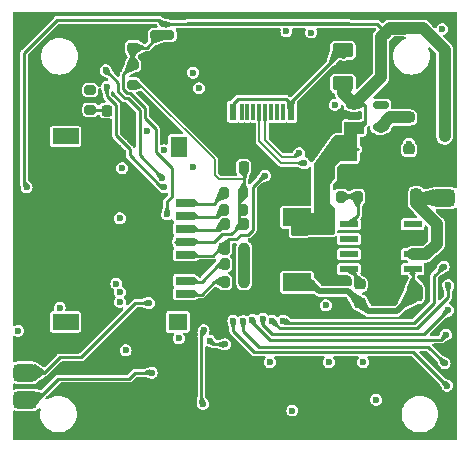
<source format=gbr>
%TF.GenerationSoftware,KiCad,Pcbnew,7.0.8*%
%TF.CreationDate,2023-11-14T14:25:30+07:00*%
%TF.ProjectId,Pixracer_clone,50697872-6163-4657-925f-636c6f6e652e,rev?*%
%TF.SameCoordinates,Original*%
%TF.FileFunction,Copper,L4,Bot*%
%TF.FilePolarity,Positive*%
%FSLAX46Y46*%
G04 Gerber Fmt 4.6, Leading zero omitted, Abs format (unit mm)*
G04 Created by KiCad (PCBNEW 7.0.8) date 2023-11-14 14:25:30*
%MOMM*%
%LPD*%
G01*
G04 APERTURE LIST*
G04 Aperture macros list*
%AMRoundRect*
0 Rectangle with rounded corners*
0 $1 Rounding radius*
0 $2 $3 $4 $5 $6 $7 $8 $9 X,Y pos of 4 corners*
0 Add a 4 corners polygon primitive as box body*
4,1,4,$2,$3,$4,$5,$6,$7,$8,$9,$2,$3,0*
0 Add four circle primitives for the rounded corners*
1,1,$1+$1,$2,$3*
1,1,$1+$1,$4,$5*
1,1,$1+$1,$6,$7*
1,1,$1+$1,$8,$9*
0 Add four rect primitives between the rounded corners*
20,1,$1+$1,$2,$3,$4,$5,0*
20,1,$1+$1,$4,$5,$6,$7,0*
20,1,$1+$1,$6,$7,$8,$9,0*
20,1,$1+$1,$8,$9,$2,$3,0*%
G04 Aperture macros list end*
%TA.AperFunction,SMDPad,CuDef*%
%ADD10RoundRect,0.200000X-0.200000X-0.275000X0.200000X-0.275000X0.200000X0.275000X-0.200000X0.275000X0*%
%TD*%
%TA.AperFunction,SMDPad,CuDef*%
%ADD11RoundRect,0.225000X0.250000X-0.225000X0.250000X0.225000X-0.250000X0.225000X-0.250000X-0.225000X0*%
%TD*%
%TA.AperFunction,SMDPad,CuDef*%
%ADD12RoundRect,0.200000X0.200000X0.275000X-0.200000X0.275000X-0.200000X-0.275000X0.200000X-0.275000X0*%
%TD*%
%TA.AperFunction,SMDPad,CuDef*%
%ADD13RoundRect,0.250000X0.400000X0.450000X-0.400000X0.450000X-0.400000X-0.450000X0.400000X-0.450000X0*%
%TD*%
%TA.AperFunction,SMDPad,CuDef*%
%ADD14RoundRect,0.200000X0.275000X-0.200000X0.275000X0.200000X-0.275000X0.200000X-0.275000X-0.200000X0*%
%TD*%
%TA.AperFunction,SMDPad,CuDef*%
%ADD15RoundRect,0.250000X-0.325000X-0.650000X0.325000X-0.650000X0.325000X0.650000X-0.325000X0.650000X0*%
%TD*%
%TA.AperFunction,SMDPad,CuDef*%
%ADD16RoundRect,0.375000X-0.625000X-0.375000X0.625000X-0.375000X0.625000X0.375000X-0.625000X0.375000X0*%
%TD*%
%TA.AperFunction,SMDPad,CuDef*%
%ADD17RoundRect,0.200000X0.800000X-0.200000X0.800000X0.200000X-0.800000X0.200000X-0.800000X-0.200000X0*%
%TD*%
%TA.AperFunction,SMDPad,CuDef*%
%ADD18RoundRect,0.250000X-0.625000X0.375000X-0.625000X-0.375000X0.625000X-0.375000X0.625000X0.375000X0*%
%TD*%
%TA.AperFunction,SMDPad,CuDef*%
%ADD19RoundRect,0.225000X0.225000X0.250000X-0.225000X0.250000X-0.225000X-0.250000X0.225000X-0.250000X0*%
%TD*%
%TA.AperFunction,SMDPad,CuDef*%
%ADD20RoundRect,0.150000X-0.512500X-0.150000X0.512500X-0.150000X0.512500X0.150000X-0.512500X0.150000X0*%
%TD*%
%TA.AperFunction,SMDPad,CuDef*%
%ADD21R,1.550000X0.600000*%
%TD*%
%TA.AperFunction,SMDPad,CuDef*%
%ADD22R,2.600000X3.100000*%
%TD*%
%TA.AperFunction,SMDPad,CuDef*%
%ADD23R,2.950000X4.500000*%
%TD*%
%TA.AperFunction,SMDPad,CuDef*%
%ADD24RoundRect,0.250000X-0.400000X-0.275000X0.400000X-0.275000X0.400000X0.275000X-0.400000X0.275000X0*%
%TD*%
%TA.AperFunction,SMDPad,CuDef*%
%ADD25RoundRect,0.225000X-0.225000X-0.250000X0.225000X-0.250000X0.225000X0.250000X-0.225000X0.250000X0*%
%TD*%
%TA.AperFunction,SMDPad,CuDef*%
%ADD26RoundRect,0.225000X-0.250000X0.225000X-0.250000X-0.225000X0.250000X-0.225000X0.250000X0.225000X0*%
%TD*%
%TA.AperFunction,SMDPad,CuDef*%
%ADD27R,0.600000X1.450000*%
%TD*%
%TA.AperFunction,SMDPad,CuDef*%
%ADD28R,0.300000X1.450000*%
%TD*%
%TA.AperFunction,SMDPad,CuDef*%
%ADD29O,1.000000X1.600000*%
%TD*%
%TA.AperFunction,SMDPad,CuDef*%
%ADD30O,1.000000X2.100000*%
%TD*%
%TA.AperFunction,SMDPad,CuDef*%
%ADD31R,2.400000X1.500000*%
%TD*%
%TA.AperFunction,SMDPad,CuDef*%
%ADD32R,1.600000X0.700000*%
%TD*%
%TA.AperFunction,SMDPad,CuDef*%
%ADD33R,1.600000X1.400000*%
%TD*%
%TA.AperFunction,SMDPad,CuDef*%
%ADD34R,2.200000X1.400000*%
%TD*%
%TA.AperFunction,SMDPad,CuDef*%
%ADD35R,1.400000X1.800000*%
%TD*%
%TA.AperFunction,SMDPad,CuDef*%
%ADD36RoundRect,0.375000X0.625000X0.375000X-0.625000X0.375000X-0.625000X-0.375000X0.625000X-0.375000X0*%
%TD*%
%TA.AperFunction,SMDPad,CuDef*%
%ADD37RoundRect,0.200000X-0.275000X0.200000X-0.275000X-0.200000X0.275000X-0.200000X0.275000X0.200000X0*%
%TD*%
%TA.AperFunction,ViaPad*%
%ADD38C,0.600000*%
%TD*%
%TA.AperFunction,Conductor*%
%ADD39C,0.250000*%
%TD*%
%TA.AperFunction,Conductor*%
%ADD40C,1.000000*%
%TD*%
%TA.AperFunction,Conductor*%
%ADD41C,0.200000*%
%TD*%
%TA.AperFunction,Conductor*%
%ADD42C,0.500000*%
%TD*%
%TA.AperFunction,Conductor*%
%ADD43C,0.152400*%
%TD*%
%TA.AperFunction,Conductor*%
%ADD44C,0.150000*%
%TD*%
G04 APERTURE END LIST*
D10*
%TO.P,R20,1*%
%TO.N,Net-(U5-VSENSE)*%
X131450000Y-96690000D03*
%TO.P,R20,2*%
%TO.N,GND*%
X133100000Y-96690000D03*
%TD*%
D11*
%TO.P,C5,1*%
%TO.N,PWR_IN*%
X136400000Y-96475000D03*
%TO.P,C5,2*%
%TO.N,GND*%
X136400000Y-94925000D03*
%TD*%
D12*
%TO.P,R14,1*%
%TO.N,VCC*%
X121825000Y-99000000D03*
%TO.P,R14,2*%
%TO.N,SDIO_CMD*%
X120175000Y-99000000D03*
%TD*%
D13*
%TO.P,D2,1,K*%
%TO.N,Net-(D2-K)*%
X136250000Y-104890000D03*
%TO.P,D2,2,A*%
%TO.N,GND*%
X133350000Y-104890000D03*
%TD*%
D14*
%TO.P,R9,1*%
%TO.N,VCC*%
X112400000Y-87200000D03*
%TO.P,R9,2*%
%TO.N,NRST*%
X112400000Y-85550000D03*
%TD*%
D15*
%TO.P,C35,1*%
%TO.N,5V_IN*%
X130525000Y-92700000D03*
%TO.P,C35,2*%
%TO.N,GND*%
X133475000Y-92700000D03*
%TD*%
D16*
%TO.P,J2,1,Pin_1*%
%TO.N,BATT_VOLT*%
X103300000Y-113900000D03*
%TO.P,J2,2,Pin_2*%
%TO.N,BATT_CURRENT_SENSE*%
X103300000Y-111600000D03*
%TO.P,J2,3,Pin_3*%
%TO.N,GND*%
X103300000Y-109300000D03*
%TD*%
D11*
%TO.P,C40,1*%
%TO.N,VCC*%
X135800000Y-92675000D03*
%TO.P,C40,2*%
%TO.N,GND*%
X135800000Y-91125000D03*
%TD*%
D17*
%TO.P,SW2,1,1*%
%TO.N,GND*%
X114900000Y-87200000D03*
%TO.P,SW2,2,2*%
%TO.N,NRST*%
X114900000Y-83000000D03*
%TD*%
D18*
%TO.P,D1,1,K*%
%TO.N,VBUS*%
X130200000Y-84300000D03*
%TO.P,D1,2,A*%
%TO.N,5V_IN*%
X130200000Y-87100000D03*
%TD*%
D19*
%TO.P,C15,1*%
%TO.N,5V_IN*%
X138775000Y-90000000D03*
%TO.P,C15,2*%
%TO.N,GND*%
X137225000Y-90000000D03*
%TD*%
D10*
%TO.P,R19,1*%
%TO.N,5V_IN*%
X128350000Y-96690000D03*
%TO.P,R19,2*%
%TO.N,Net-(U5-VSENSE)*%
X130000000Y-96690000D03*
%TD*%
D20*
%TO.P,U10,1,IN*%
%TO.N,5V_IN*%
X131100000Y-90800000D03*
%TO.P,U10,2,GND*%
%TO.N,GND*%
X131100000Y-89850000D03*
%TO.P,U10,3,EN*%
%TO.N,5V_IN*%
X131100000Y-88900000D03*
%TO.P,U10,4,NC*%
%TO.N,unconnected-(U10-NC-Pad4)*%
X133375000Y-88900000D03*
%TO.P,U10,5,OUT*%
%TO.N,VCC*%
X133375000Y-90800000D03*
%TD*%
D21*
%TO.P,U5,1,BOOT*%
%TO.N,Net-(U5-BOOT)*%
X130700000Y-102840000D03*
%TO.P,U5,2,NC*%
%TO.N,unconnected-(U5-NC-Pad2)*%
X130700000Y-101570000D03*
%TO.P,U5,3,NC*%
%TO.N,unconnected-(U5-NC-Pad3)*%
X130700000Y-100300000D03*
%TO.P,U5,4,VSENSE*%
%TO.N,Net-(U5-VSENSE)*%
X130700000Y-99030000D03*
%TO.P,U5,5,EN*%
%TO.N,unconnected-(U5-EN-Pad5)*%
X136100000Y-99030000D03*
%TO.P,U5,6,GND*%
%TO.N,GND*%
X136100000Y-100300000D03*
%TO.P,U5,7,VIN*%
%TO.N,PWR_IN*%
X136100000Y-101570000D03*
%TO.P,U5,8,PH*%
%TO.N,Net-(D2-K)*%
X136100000Y-102840000D03*
D22*
%TO.P,U5,9,GNDPAD*%
%TO.N,GND*%
X133400000Y-100935000D03*
D23*
X133400000Y-100935000D03*
%TD*%
D12*
%TO.P,R15,1*%
%TO.N,VCC*%
X121735000Y-97800000D03*
%TO.P,R15,2*%
%TO.N,SDIO3*%
X120085000Y-97800000D03*
%TD*%
%TO.P,R11,1*%
%TO.N,VCC*%
X121825000Y-102400000D03*
%TO.P,R11,2*%
%TO.N,SDIO0*%
X120175000Y-102400000D03*
%TD*%
D24*
%TO.P,C11,1*%
%TO.N,5V_IN*%
X128625000Y-94690000D03*
%TO.P,C11,2*%
%TO.N,GND*%
X130575000Y-94690000D03*
%TD*%
D12*
%TO.P,R17,1*%
%TO.N,VCC*%
X121735000Y-96400000D03*
%TO.P,R17,2*%
%TO.N,SDIO2*%
X120085000Y-96400000D03*
%TD*%
%TO.P,R12,1*%
%TO.N,VCC*%
X121825000Y-103900000D03*
%TO.P,R12,2*%
%TO.N,SDIO1*%
X120175000Y-103900000D03*
%TD*%
D11*
%TO.P,C10,1*%
%TO.N,VCC*%
X135800000Y-89975000D03*
%TO.P,C10,2*%
%TO.N,GND*%
X135800000Y-88425000D03*
%TD*%
D25*
%TO.P,C7,1*%
%TO.N,BOOT0*%
X110200000Y-89400000D03*
%TO.P,C7,2*%
%TO.N,GND*%
X111750000Y-89400000D03*
%TD*%
D12*
%TO.P,R13,1*%
%TO.N,VCC*%
X121825000Y-101100000D03*
%TO.P,R13,2*%
%TO.N,SDIO_CLK*%
X120175000Y-101100000D03*
%TD*%
D11*
%TO.P,C14,1*%
%TO.N,NRST*%
X112400000Y-84075000D03*
%TO.P,C14,2*%
%TO.N,GND*%
X112400000Y-82525000D03*
%TD*%
D26*
%TO.P,C12,1*%
%TO.N,Net-(U5-BOOT)*%
X131600000Y-104115000D03*
%TO.P,C12,2*%
%TO.N,Net-(D2-K)*%
X131600000Y-105665000D03*
%TD*%
D27*
%TO.P,P1,A1,GND*%
%TO.N,GND*%
X120100000Y-89500000D03*
%TO.P,P1,A4,VBUS*%
%TO.N,VBUS*%
X120900000Y-89500000D03*
D28*
%TO.P,P1,A5,CC*%
%TO.N,unconnected-(P1-CC-PadA5)*%
X122100000Y-89500000D03*
%TO.P,P1,A6,D+*%
%TO.N,USB_D+*%
X123100000Y-89500000D03*
%TO.P,P1,A7,D-*%
%TO.N,USB_D-*%
X123600000Y-89500000D03*
%TO.P,P1,A8*%
%TO.N,N/C*%
X124600000Y-89500000D03*
D27*
%TO.P,P1,A9,VBUS*%
%TO.N,VBUS*%
X125800000Y-89500000D03*
%TO.P,P1,A12,GND*%
%TO.N,GND*%
X126600000Y-89500000D03*
%TO.P,P1,B1,GND*%
X126600000Y-89500000D03*
%TO.P,P1,B4,VBUS*%
%TO.N,VBUS*%
X125800000Y-89500000D03*
D28*
%TO.P,P1,B5,VCONN*%
%TO.N,unconnected-(P1-VCONN-PadB5)*%
X125100000Y-89500000D03*
%TO.P,P1,B6*%
%TO.N,N/C*%
X124100000Y-89500000D03*
%TO.P,P1,B7*%
X122600000Y-89500000D03*
%TO.P,P1,B8*%
X121600000Y-89500000D03*
D27*
%TO.P,P1,B9,VBUS*%
%TO.N,VBUS*%
X120900000Y-89500000D03*
%TO.P,P1,B12,GND*%
%TO.N,GND*%
X120100000Y-89500000D03*
D29*
%TO.P,P1,S1,SHIELD*%
X119030000Y-84405000D03*
D30*
X119030000Y-88585000D03*
D29*
X127670000Y-84405000D03*
D30*
X127670000Y-88585000D03*
%TD*%
D31*
%TO.P,L1,1,1*%
%TO.N,Net-(D2-K)*%
X126300000Y-103950000D03*
%TO.P,L1,2,2*%
%TO.N,5V_IN*%
X126300000Y-98450000D03*
%TD*%
D19*
%TO.P,C41,1*%
%TO.N,VCC*%
X121775000Y-94200000D03*
%TO.P,C41,2*%
%TO.N,GND*%
X120225000Y-94200000D03*
%TD*%
D32*
%TO.P,J18,1,DAT2*%
%TO.N,SDIO2*%
X116800000Y-97200000D03*
%TO.P,J18,2,DAT3/CD*%
%TO.N,SDIO3*%
X116800000Y-98300000D03*
%TO.P,J18,3,CMD*%
%TO.N,SDIO_CMD*%
X116800000Y-99400000D03*
%TO.P,J18,4,VDD*%
%TO.N,VCC*%
X116800000Y-100500000D03*
%TO.P,J18,5,CLK*%
%TO.N,SDIO_CLK*%
X116800000Y-101600000D03*
%TO.P,J18,6,VSS*%
%TO.N,GND*%
X116800000Y-102700000D03*
%TO.P,J18,7,DAT0*%
%TO.N,SDIO0*%
X116800000Y-103800000D03*
%TO.P,J18,8,DAT1*%
%TO.N,SDIO1*%
X116800000Y-104900000D03*
%TO.P,J18,9,SHIELD*%
%TO.N,GND*%
X116800000Y-106000000D03*
D33*
%TO.P,J18,G1*%
%TO.N,N/C*%
X116200000Y-107300000D03*
D34*
%TO.P,J18,G2*%
X106700000Y-107300000D03*
%TO.P,J18,G3*%
X106700000Y-91600000D03*
D35*
%TO.P,J18,G4*%
X116300000Y-92500000D03*
%TD*%
D36*
%TO.P,J19,1,Pin_1*%
%TO.N,GND*%
X138700000Y-94300000D03*
%TO.P,J19,2,Pin_2*%
%TO.N,PWR_IN*%
X138700000Y-96800000D03*
%TD*%
D37*
%TO.P,R1,1*%
%TO.N,VCC*%
X108800000Y-87675000D03*
%TO.P,R1,2*%
%TO.N,BOOT0*%
X108800000Y-89325000D03*
%TD*%
D38*
%TO.N,GND*%
X132500000Y-93800000D03*
X131200000Y-94900000D03*
X133300000Y-96000000D03*
X133300000Y-94900000D03*
X132300000Y-96000000D03*
X132300000Y-94900000D03*
X115700000Y-113100000D03*
X120600000Y-116500000D03*
X122500000Y-116500000D03*
X124300000Y-116500000D03*
X118500000Y-102500000D03*
X113200000Y-114300000D03*
X105900000Y-102500000D03*
X123000000Y-93400000D03*
X123400000Y-103600000D03*
X125000000Y-102700000D03*
X117000000Y-111500000D03*
X117000000Y-112900000D03*
X108400000Y-97300000D03*
X105700000Y-92900000D03*
X108700000Y-91500000D03*
X120254089Y-94229089D03*
X135800000Y-112300000D03*
X110900000Y-111400000D03*
X125000000Y-101600000D03*
X111900000Y-91500000D03*
X109525000Y-112900000D03*
X129000000Y-111900000D03*
X111275000Y-114300000D03*
X114900000Y-85800000D03*
X130250000Y-105700000D03*
X133400000Y-93200000D03*
X105800000Y-103800000D03*
X123100000Y-82700000D03*
X112100000Y-95400000D03*
X103300000Y-116400000D03*
X107000000Y-111200000D03*
X103400000Y-82400000D03*
X134100000Y-115300000D03*
X114720000Y-108595000D03*
X121500000Y-83100000D03*
X108550000Y-115900000D03*
X103824500Y-91500000D03*
X105400000Y-105500000D03*
X119100000Y-116300000D03*
X111300000Y-100075000D03*
X111500000Y-93225000D03*
X109200000Y-84700000D03*
X125700000Y-111200000D03*
X106400000Y-82600000D03*
X105900000Y-88100000D03*
X129500000Y-90200000D03*
X124500000Y-111500000D03*
X114038453Y-89068840D03*
X107400000Y-87600000D03*
X106500000Y-90200000D03*
X113150000Y-115900000D03*
X121200000Y-110000000D03*
X111800000Y-108150000D03*
X107800000Y-82800000D03*
%TO.N,VCC*%
X111500000Y-94275000D03*
X129000000Y-110700000D03*
X111300000Y-98525000D03*
X121711180Y-98886180D03*
X121900000Y-94200000D03*
X124000000Y-110700000D03*
X138600000Y-82500000D03*
X111800000Y-109700000D03*
X128747363Y-105894500D03*
X125900000Y-114800000D03*
X135800000Y-89975000D03*
X133000000Y-113900000D03*
X116300000Y-108700000D03*
X121825000Y-102400000D03*
X106200000Y-106100000D03*
X102685658Y-108050500D03*
X129500000Y-88925000D03*
X121735000Y-97800000D03*
X108800000Y-87700000D03*
X135800000Y-92200000D03*
X131900000Y-110700000D03*
%TO.N,NRST*%
X115300000Y-98200000D03*
%TO.N,BOOT0*%
X108800000Y-89325000D03*
%TO.N,USB_D+*%
X126922649Y-93856622D03*
%TO.N,TIM1_CH3*%
X139100000Y-104200000D03*
X124200000Y-107200000D03*
%TO.N,TIM1_CH2*%
X123416023Y-107043204D03*
X139100000Y-106300000D03*
%TO.N,TIM1_CH1*%
X138900000Y-108400000D03*
X122525130Y-107096013D03*
%TO.N,I2C_SCl*%
X127500000Y-82800000D03*
X118000000Y-87500000D03*
%TO.N,I2C_SDA*%
X125400000Y-82700500D03*
X117500000Y-86200000D03*
%TO.N,LED2*%
X110100000Y-86000000D03*
X114900000Y-95100000D03*
%TO.N,LED3*%
X110200000Y-87400000D03*
X115075500Y-95900000D03*
%TO.N,SDIO0*%
X120224500Y-102400000D03*
%TO.N,SDIO1*%
X120175000Y-103900000D03*
%TO.N,SDIO_CLK*%
X119966219Y-100891219D03*
X123600000Y-94927463D03*
%TO.N,SDIO_CMD*%
X120175000Y-99000000D03*
%TO.N,SDIO3*%
X120085000Y-97800000D03*
%TO.N,SDIO2*%
X120124500Y-96400000D03*
%TO.N,USB_D-*%
X126500000Y-93000000D03*
%TO.N,TIM1_CH4*%
X125137750Y-107193472D03*
X138718809Y-102608191D03*
%TO.N,UART7_TX*%
X138800000Y-110800000D03*
X121735505Y-107221303D03*
%TO.N,UART7_RX*%
X120900000Y-107200000D03*
X139000000Y-112700000D03*
%TO.N,IMU_MOSI*%
X118335000Y-114250000D03*
X118400000Y-108000000D03*
%TO.N,IMU_MISO*%
X120191089Y-109200000D03*
X118900000Y-108900000D03*
%TO.N,BATT_CURRENT_SENSE*%
X113800000Y-105700000D03*
%TO.N,5V_IN*%
X103400000Y-95900000D03*
X138800000Y-91600000D03*
X133800000Y-82800000D03*
X115000000Y-82100000D03*
%TO.N,MOSI_OSD*%
X111300000Y-105600000D03*
X117474500Y-94200000D03*
%TO.N,SCLK_OSD*%
X113600000Y-91100000D03*
X111314902Y-104784875D03*
%TO.N,BATT_VOLT*%
X114000000Y-111600000D03*
%TO.N,MISO_OSD*%
X111000000Y-104050000D03*
X115053379Y-92746621D03*
%TD*%
D39*
%TO.N,GND*%
X131410000Y-94690000D02*
X132090000Y-94690000D01*
X131200000Y-94900000D02*
X131410000Y-94690000D01*
X130990000Y-94690000D02*
X131200000Y-94900000D01*
D40*
X133475000Y-96175000D02*
X133475000Y-96315000D01*
X133300000Y-96000000D02*
X133475000Y-96175000D01*
X133475000Y-95825000D02*
X133300000Y-96000000D01*
X133475000Y-95075000D02*
X133475000Y-95825000D01*
X133300000Y-94900000D02*
X133475000Y-95075000D01*
X133475000Y-94725000D02*
X133300000Y-94900000D01*
D39*
X132510000Y-94690000D02*
X132700000Y-94690000D01*
X132300000Y-94900000D02*
X132510000Y-94690000D01*
X132090000Y-94690000D02*
X132300000Y-94900000D01*
%TO.N,LED2*%
X111977818Y-88375000D02*
X112975000Y-89372182D01*
X112975000Y-89372182D02*
X112975000Y-93175000D01*
X111721142Y-88375000D02*
X111977818Y-88375000D01*
X111150000Y-87803858D02*
X111721142Y-88375000D01*
X111150000Y-87050000D02*
X111150000Y-87803858D01*
X112975000Y-93175000D02*
X114900000Y-95100000D01*
X110100000Y-86000000D02*
X111150000Y-87050000D01*
%TO.N,LED3*%
X114816116Y-95900000D02*
X115075500Y-95900000D01*
X112125000Y-93208884D02*
X114816116Y-95900000D01*
X112125000Y-92625000D02*
X112125000Y-93208884D01*
X111641116Y-92125000D02*
X111641116Y-92141116D01*
X111641116Y-92141116D02*
X112125000Y-92625000D01*
X110652818Y-88600000D02*
X110975000Y-88922182D01*
X110975000Y-88922182D02*
X110975000Y-91458884D01*
X110975000Y-91458884D02*
X111641116Y-92125000D01*
X110200000Y-88200000D02*
X110600000Y-88600000D01*
X110600000Y-88600000D02*
X110652818Y-88600000D01*
X110200000Y-87400000D02*
X110200000Y-88200000D01*
D41*
%TO.N,USB_D-*%
X125000000Y-93300000D02*
X123600000Y-91900000D01*
X123600000Y-91900000D02*
X123600000Y-89500000D01*
X126200000Y-93300000D02*
X125000000Y-93300000D01*
X126500000Y-93000000D02*
X126200000Y-93300000D01*
D39*
%TO.N,BOOT0*%
X110125000Y-89325000D02*
X110200000Y-89400000D01*
X108800000Y-89325000D02*
X110125000Y-89325000D01*
X108800000Y-89325000D02*
X108725000Y-89400000D01*
D40*
%TO.N,5V_IN*%
X133400000Y-86600000D02*
X132600000Y-87400000D01*
X133400000Y-84700000D02*
X133400000Y-86600000D01*
X132600000Y-87400000D02*
X131150000Y-88850000D01*
X131150000Y-88850000D02*
X131100000Y-88850000D01*
X130200000Y-87950000D02*
X131100000Y-88850000D01*
X130200000Y-87100000D02*
X130200000Y-87950000D01*
D39*
X131100000Y-88900000D02*
X132600000Y-87400000D01*
%TO.N,SDIO_CLK*%
X119624500Y-101200000D02*
X119144500Y-101680000D01*
X119144500Y-101680000D02*
X117130000Y-101680000D01*
X119700000Y-101200000D02*
X119624500Y-101200000D01*
X119966219Y-100933781D02*
X119700000Y-101200000D01*
X119966219Y-100891219D02*
X119966219Y-100933781D01*
%TO.N,TIM1_CH4*%
X137901200Y-103425800D02*
X138718809Y-102608191D01*
X137901200Y-105698800D02*
X137901200Y-103425800D01*
X136232028Y-107367972D02*
X137901200Y-105698800D01*
X125312250Y-107367972D02*
X136232028Y-107367972D01*
X125137750Y-107193472D02*
X125312250Y-107367972D01*
%TO.N,5V_IN*%
X115025000Y-82075000D02*
X115000000Y-82100000D01*
X133075000Y-82075000D02*
X115025000Y-82075000D01*
X133800000Y-82800000D02*
X133075000Y-82075000D01*
D42*
%TO.N,GND*%
X134035000Y-100300000D02*
X133400000Y-100935000D01*
X136100000Y-100300000D02*
X134035000Y-100300000D01*
D43*
X137500000Y-102424438D02*
X139300000Y-100624438D01*
X135873800Y-106926200D02*
X137500000Y-105300000D01*
X137500000Y-105300000D02*
X137500000Y-102424438D01*
X131476200Y-106926200D02*
X135873800Y-106926200D01*
X139300000Y-100624438D02*
X139300000Y-98600000D01*
X130250000Y-105700000D02*
X131476200Y-106926200D01*
D39*
%TO.N,TIM1_CH3*%
X139100000Y-105218198D02*
X139100000Y-104200000D01*
X136500226Y-107817972D02*
X139100000Y-105218198D01*
X124817972Y-107817972D02*
X136500226Y-107817972D01*
X124200000Y-107200000D02*
X124817972Y-107817972D01*
D42*
%TO.N,Net-(D2-K)*%
X132335000Y-106400000D02*
X134740000Y-106400000D01*
X131600000Y-105665000D02*
X132335000Y-106400000D01*
X134740000Y-106400000D02*
X136250000Y-104890000D01*
X130635000Y-104700000D02*
X131600000Y-105665000D01*
X127450000Y-103950000D02*
X128200000Y-104700000D01*
X126300000Y-103950000D02*
X127450000Y-103950000D01*
X128200000Y-104700000D02*
X130635000Y-104700000D01*
D39*
%TO.N,5V_IN*%
X103200000Y-84500000D02*
X103200000Y-95700000D01*
X105950000Y-81750000D02*
X103200000Y-84500000D01*
X114650000Y-81750000D02*
X105950000Y-81750000D01*
X115000000Y-82100000D02*
X114650000Y-81750000D01*
X103200000Y-95700000D02*
X103400000Y-95900000D01*
%TO.N,VCC*%
X121420000Y-98910000D02*
X121510000Y-99000000D01*
X121420000Y-96400000D02*
X121420000Y-98910000D01*
X121800000Y-95300000D02*
X121800000Y-96020000D01*
X121800000Y-96020000D02*
X121420000Y-96400000D01*
X121700000Y-95200000D02*
X121800000Y-95300000D01*
%TO.N,SDIO_CLK*%
X123472537Y-94927463D02*
X123600000Y-94927463D01*
X122550000Y-95850000D02*
X123472537Y-94927463D01*
X122142462Y-99900000D02*
X122550000Y-99492462D01*
X122550000Y-99492462D02*
X122550000Y-95850000D01*
X121573604Y-99900000D02*
X122142462Y-99900000D01*
X119966219Y-100891219D02*
X120557438Y-100300000D01*
X120557438Y-100300000D02*
X121173604Y-100300000D01*
X121173604Y-100300000D02*
X121573604Y-99900000D01*
D41*
%TO.N,USB_D+*%
X123100000Y-92000000D02*
X124956622Y-93856622D01*
X123100000Y-89500000D02*
X123100000Y-92000000D01*
X124956622Y-93856622D02*
X126922649Y-93856622D01*
D39*
%TO.N,GND*%
X134600000Y-98790000D02*
X134600000Y-100995000D01*
X134232500Y-92790000D02*
X133570000Y-92790000D01*
X135235000Y-100360000D02*
X134600000Y-100995000D01*
D40*
X138700000Y-94300000D02*
X137025000Y-94300000D01*
D39*
X133100000Y-95090000D02*
X133100000Y-96690000D01*
D40*
X135700000Y-94925000D02*
X133475000Y-92700000D01*
X133475000Y-96315000D02*
X133100000Y-96690000D01*
D39*
X129960089Y-85250000D02*
X130000000Y-85250000D01*
X119030000Y-88585000D02*
X118215000Y-89400000D01*
D40*
X133100000Y-96690000D02*
X133100000Y-100635000D01*
D39*
X133900000Y-93122500D02*
X134232500Y-92790000D01*
X119945000Y-89500000D02*
X119030000Y-88585000D01*
X132700000Y-94690000D02*
X133100000Y-95090000D01*
X134600000Y-100995000D02*
X134600000Y-103640000D01*
X120225000Y-94200000D02*
X120225000Y-89625000D01*
X120100000Y-89500000D02*
X119945000Y-89500000D01*
D40*
X133475000Y-92700000D02*
X133475000Y-94725000D01*
X137025000Y-94300000D02*
X136400000Y-94925000D01*
X136400000Y-94925000D02*
X135700000Y-94925000D01*
D39*
X133100000Y-96690000D02*
X133100000Y-97290000D01*
X127670000Y-88585000D02*
X127670000Y-87540089D01*
X130575000Y-94690000D02*
X130990000Y-94690000D01*
X134600000Y-103640000D02*
X133350000Y-104890000D01*
X127670000Y-87540089D02*
X129960089Y-85250000D01*
D40*
X133100000Y-100635000D02*
X133400000Y-100935000D01*
D39*
X120225000Y-89625000D02*
X120100000Y-89500000D01*
D44*
%TO.N,VCC*%
X119686827Y-95200000D02*
X121700000Y-95200000D01*
D39*
X121900000Y-95000000D02*
X121700000Y-95200000D01*
X121825000Y-102945000D02*
X121510000Y-103260000D01*
D40*
X121825000Y-103900000D02*
X121825000Y-101100000D01*
D39*
X120747360Y-99850000D02*
X119961396Y-99850000D01*
X116800000Y-100500000D02*
X116000000Y-100500000D01*
D44*
X119325000Y-94838173D02*
X119686827Y-95200000D01*
D39*
X119961396Y-99850000D02*
X119311396Y-100500000D01*
X121711180Y-98886180D02*
X120747360Y-99850000D01*
X121900000Y-94200000D02*
X121900000Y-95000000D01*
D44*
X112988910Y-87200000D02*
X119325000Y-93536090D01*
D39*
X121510000Y-101800000D02*
X121825000Y-102115000D01*
X132900000Y-90800000D02*
X133375000Y-90800000D01*
D40*
X134200000Y-89975000D02*
X133375000Y-90800000D01*
D39*
X119311396Y-100500000D02*
X116800000Y-100500000D01*
D40*
X121825000Y-102400000D02*
X121825000Y-103900000D01*
D39*
X121825000Y-102115000D02*
X121825000Y-102945000D01*
D44*
X112400000Y-87200000D02*
X112988910Y-87200000D01*
X119325000Y-93536090D02*
X119325000Y-94838173D01*
D40*
X135800000Y-89975000D02*
X134200000Y-89975000D01*
D39*
%TO.N,NRST*%
X114375000Y-92951419D02*
X114375000Y-90991116D01*
X113425000Y-89185786D02*
X112164214Y-87925000D01*
X111600000Y-86350000D02*
X112400000Y-85550000D01*
X115700000Y-94276419D02*
X114375000Y-92951419D01*
X112164214Y-87925000D02*
X111907538Y-87925000D01*
X113425000Y-90041116D02*
X113425000Y-89185786D01*
X111600000Y-87617462D02*
X111600000Y-86350000D01*
X115700000Y-96690380D02*
X115700000Y-94276419D01*
X114375000Y-90991116D02*
X113425000Y-90041116D01*
X113597144Y-84075000D02*
X114890000Y-82782144D01*
X112400000Y-84075000D02*
X112400000Y-85550000D01*
X115300000Y-98200000D02*
X115300000Y-97090380D01*
X111907538Y-87925000D02*
X111600000Y-87617462D01*
X112400000Y-84075000D02*
X113597144Y-84075000D01*
X115300000Y-97090380D02*
X115700000Y-96690380D01*
D40*
%TO.N,PWR_IN*%
X137256726Y-101570000D02*
X136100000Y-101570000D01*
X136400000Y-96475000D02*
X136400000Y-97265050D01*
X136400000Y-97265050D02*
X138125000Y-98990050D01*
X138125000Y-98990050D02*
X138125000Y-100701726D01*
X138700000Y-96800000D02*
X136725000Y-96800000D01*
X138125000Y-100701726D02*
X137256726Y-101570000D01*
X136725000Y-96800000D02*
X136400000Y-96475000D01*
D39*
%TO.N,VBUS*%
X125334620Y-88400000D02*
X121325000Y-88400000D01*
X125800000Y-89500000D02*
X125800000Y-88700000D01*
X120900000Y-88825000D02*
X120900000Y-89500000D01*
X125800000Y-89500000D02*
X125800000Y-88865380D01*
X121325000Y-88400000D02*
X120900000Y-88825000D01*
X125800000Y-88700000D02*
X130200000Y-84300000D01*
X125800000Y-88865380D02*
X125334620Y-88400000D01*
D41*
%TO.N,USB_D+*%
X126922649Y-93822649D02*
X126900000Y-93800000D01*
X126922649Y-93856622D02*
X126922649Y-93822649D01*
D39*
%TO.N,TIM1_CH2*%
X124166116Y-108350000D02*
X137050000Y-108350000D01*
X123416023Y-107043204D02*
X123416023Y-107599907D01*
X123416023Y-107599907D02*
X124166116Y-108350000D01*
X137050000Y-108350000D02*
X139100000Y-106300000D01*
%TO.N,TIM1_CH1*%
X138500000Y-108800000D02*
X138900000Y-108400000D01*
X123979720Y-108800000D02*
X138500000Y-108800000D01*
X122525130Y-107345410D02*
X123979720Y-108800000D01*
X122525130Y-107096013D02*
X122525130Y-107345410D01*
%TO.N,SDIO0*%
X119700000Y-102400000D02*
X118220000Y-103880000D01*
X118220000Y-103880000D02*
X117130000Y-103880000D01*
X120224500Y-102400000D02*
X119700000Y-102400000D01*
%TO.N,SDIO1*%
X120175000Y-103900000D02*
X119300000Y-103900000D01*
X119300000Y-103900000D02*
X118220000Y-104980000D01*
X118220000Y-104980000D02*
X117130000Y-104980000D01*
%TO.N,SDIO_CMD*%
X120175000Y-99000000D02*
X119695000Y-99480000D01*
X120175000Y-99000000D02*
X120490000Y-99000000D01*
X119695000Y-99480000D02*
X117130000Y-99480000D01*
X120420000Y-98930000D02*
X120350000Y-99000000D01*
X120350000Y-99000000D02*
X120175000Y-99000000D01*
%TO.N,SDIO3*%
X120085000Y-97800000D02*
X119505000Y-98380000D01*
X119505000Y-98380000D02*
X117130000Y-98380000D01*
%TO.N,SDIO2*%
X119244500Y-97280000D02*
X117130000Y-97280000D01*
X120124500Y-96400000D02*
X119244500Y-97280000D01*
%TO.N,UART7_TX*%
X137400000Y-109400000D02*
X130000000Y-109400000D01*
X123100000Y-109400000D02*
X130000000Y-109400000D01*
X138800000Y-110800000D02*
X137400000Y-109400000D01*
X121735505Y-108035505D02*
X123100000Y-109400000D01*
X121735505Y-107221303D02*
X121735505Y-108035505D01*
%TO.N,UART7_RX*%
X120900000Y-107200000D02*
X120900000Y-108050000D01*
X122700000Y-109850000D02*
X129350000Y-109850000D01*
X120900000Y-108050000D02*
X122700000Y-109850000D01*
X136150000Y-109850000D02*
X129350000Y-109850000D01*
X139000000Y-112700000D02*
X136150000Y-109850000D01*
%TO.N,IMU_MOSI*%
X118200000Y-114115000D02*
X118335000Y-114250000D01*
X118400000Y-108000000D02*
X118200000Y-108200000D01*
X118200000Y-108200000D02*
X118200000Y-114115000D01*
%TO.N,IMU_MISO*%
X118900000Y-108900000D02*
X119200000Y-109200000D01*
X119200000Y-109200000D02*
X120191089Y-109200000D01*
%TO.N,BATT_CURRENT_SENSE*%
X112622832Y-105700000D02*
X113800000Y-105700000D01*
X106200000Y-110300000D02*
X108022832Y-110300000D01*
X108022832Y-110300000D02*
X112622832Y-105700000D01*
X103300000Y-111600000D02*
X104900000Y-111600000D01*
X104900000Y-111600000D02*
X106200000Y-110300000D01*
%TO.N,Net-(D2-K)*%
X136250000Y-104890000D02*
X135225000Y-105915000D01*
X136100000Y-104740000D02*
X136250000Y-104890000D01*
X136100000Y-102840000D02*
X136100000Y-104740000D01*
%TO.N,Net-(U5-BOOT)*%
X131600000Y-104115000D02*
X131600000Y-103740000D01*
X131600000Y-103740000D02*
X130700000Y-102840000D01*
D40*
%TO.N,5V_IN*%
X136950000Y-82400000D02*
X138800000Y-84250000D01*
X138800000Y-84250000D02*
X138800000Y-91600000D01*
D39*
X130525000Y-92700000D02*
X130525000Y-91375000D01*
X128625000Y-94690000D02*
X129815000Y-93500000D01*
D40*
X133800000Y-82800000D02*
X133400000Y-83200000D01*
D39*
X128625000Y-94600000D02*
X128625000Y-94690000D01*
X131762500Y-90800000D02*
X131100000Y-90800000D01*
D40*
X133400000Y-83200000D02*
X133400000Y-84700000D01*
D39*
X132040748Y-88900000D02*
X132087500Y-88946752D01*
X103400000Y-95900000D02*
X103400000Y-95700000D01*
X127200000Y-99140000D02*
X128350000Y-97990000D01*
X128350000Y-97990000D02*
X128350000Y-96690000D01*
X115742462Y-82100000D02*
X115000000Y-82100000D01*
D40*
X135800000Y-82400000D02*
X134200000Y-82400000D01*
D39*
X130675000Y-81975000D02*
X117025000Y-81975000D01*
X131100000Y-88900000D02*
X132040748Y-88900000D01*
X128350000Y-94965000D02*
X128625000Y-94690000D01*
X130525000Y-91375000D02*
X131100000Y-90800000D01*
D40*
X135800000Y-82400000D02*
X136950000Y-82400000D01*
D39*
X130525000Y-92700000D02*
X128625000Y-94600000D01*
D40*
X134200000Y-82400000D02*
X133400000Y-83200000D01*
D39*
X135800000Y-82400000D02*
X135400000Y-82800000D01*
X135400000Y-82800000D02*
X133800000Y-82800000D01*
X132087500Y-90475000D02*
X131762500Y-90800000D01*
X132087500Y-88946752D02*
X132087500Y-90475000D01*
X128350000Y-96690000D02*
X128350000Y-94965000D01*
X130525000Y-92700000D02*
X131475000Y-92700000D01*
%TO.N,Net-(U5-VSENSE)*%
X130000000Y-96690000D02*
X131450000Y-96690000D01*
X130700000Y-99030000D02*
X131450000Y-98280000D01*
X131450000Y-98280000D02*
X131450000Y-96690000D01*
%TO.N,BATT_VOLT*%
X112116116Y-112100000D02*
X106100000Y-112100000D01*
X114000000Y-111600000D02*
X112616116Y-111600000D01*
X112616116Y-111600000D02*
X112116116Y-112100000D01*
X106100000Y-112100000D02*
X104300000Y-113900000D01*
X104300000Y-113900000D02*
X103300000Y-113900000D01*
%TD*%
%TA.AperFunction,Conductor*%
%TO.N,GND*%
G36*
X110759953Y-87773173D02*
G01*
X110811911Y-87819887D01*
X110826162Y-87852918D01*
X110831213Y-87871770D01*
X110832383Y-87877048D01*
X110839411Y-87916901D01*
X110841235Y-87921913D01*
X110848197Y-87938719D01*
X110850445Y-87943539D01*
X110850446Y-87943542D01*
X110861937Y-87959953D01*
X110873655Y-87976689D01*
X110876561Y-87981250D01*
X110896806Y-88016313D01*
X110927815Y-88042333D01*
X110931805Y-88045989D01*
X111479005Y-88593189D01*
X111482660Y-88597178D01*
X111508683Y-88628190D01*
X111508685Y-88628191D01*
X111508687Y-88628194D01*
X111508689Y-88628195D01*
X111508690Y-88628196D01*
X111543741Y-88648433D01*
X111548304Y-88651339D01*
X111581458Y-88674554D01*
X111581461Y-88674554D01*
X111586318Y-88676820D01*
X111603075Y-88683760D01*
X111608095Y-88685587D01*
X111608097Y-88685588D01*
X111643948Y-88691909D01*
X111647950Y-88692615D01*
X111653222Y-88693783D01*
X111692335Y-88704264D01*
X111732664Y-88700735D01*
X111738066Y-88700500D01*
X111791630Y-88700500D01*
X111858669Y-88720185D01*
X111879311Y-88736819D01*
X112613181Y-89470689D01*
X112646666Y-89532012D01*
X112649500Y-89558370D01*
X112649500Y-92413294D01*
X112629815Y-92480333D01*
X112577011Y-92526088D01*
X112507853Y-92536032D01*
X112444297Y-92507007D01*
X112423925Y-92484418D01*
X112401338Y-92452160D01*
X112398431Y-92447596D01*
X112378193Y-92412544D01*
X112370973Y-92406485D01*
X112347182Y-92386522D01*
X112343210Y-92382883D01*
X111936728Y-91976402D01*
X111922834Y-91959844D01*
X111917445Y-91952148D01*
X111914545Y-91947594D01*
X111908520Y-91937158D01*
X111894310Y-91912545D01*
X111863298Y-91886522D01*
X111859326Y-91882883D01*
X111336819Y-91360376D01*
X111303334Y-91299053D01*
X111300500Y-91272695D01*
X111300500Y-88939094D01*
X111300736Y-88933688D01*
X111303275Y-88904672D01*
X111304263Y-88893375D01*
X111304262Y-88893374D01*
X111304263Y-88893373D01*
X111293785Y-88854272D01*
X111292618Y-88849012D01*
X111285588Y-88809137D01*
X111285587Y-88809135D01*
X111283760Y-88804115D01*
X111276820Y-88787358D01*
X111274554Y-88782501D01*
X111274554Y-88782498D01*
X111251337Y-88749341D01*
X111248435Y-88744787D01*
X111228194Y-88709727D01*
X111197182Y-88683704D01*
X111193210Y-88680065D01*
X110894937Y-88381793D01*
X110891292Y-88377814D01*
X110865274Y-88346807D01*
X110865273Y-88346806D01*
X110852936Y-88339683D01*
X110830210Y-88326561D01*
X110825649Y-88323655D01*
X110810493Y-88313043D01*
X110792502Y-88300446D01*
X110792499Y-88300445D01*
X110787679Y-88298197D01*
X110770887Y-88291241D01*
X110766342Y-88289587D01*
X110765316Y-88288933D01*
X110764320Y-88288521D01*
X110756473Y-88283991D01*
X110756764Y-88283485D01*
X110721074Y-88260747D01*
X110574371Y-88114044D01*
X110540888Y-88052723D01*
X110543736Y-87989259D01*
X110547678Y-87976689D01*
X110588068Y-87847898D01*
X110626912Y-87789823D01*
X110690988Y-87761966D01*
X110759953Y-87773173D01*
G37*
%TD.AperFunction*%
%TA.AperFunction,Conductor*%
G36*
X113142368Y-87743074D02*
G01*
X116587113Y-91187819D01*
X116620598Y-91249142D01*
X116615614Y-91318834D01*
X116573742Y-91374767D01*
X116508278Y-91399184D01*
X116499432Y-91399500D01*
X115580247Y-91399500D01*
X115521770Y-91411131D01*
X115521769Y-91411132D01*
X115455447Y-91455447D01*
X115411132Y-91521769D01*
X115411131Y-91521770D01*
X115399500Y-91580247D01*
X115399500Y-92160976D01*
X115379815Y-92228015D01*
X115327011Y-92273770D01*
X115257853Y-92283714D01*
X115240566Y-92279953D01*
X115125342Y-92246121D01*
X115125340Y-92246121D01*
X114981418Y-92246121D01*
X114981414Y-92246121D01*
X114859434Y-92281937D01*
X114789564Y-92281937D01*
X114730786Y-92244162D01*
X114701762Y-92180606D01*
X114700500Y-92162960D01*
X114700500Y-91008036D01*
X114700736Y-91002629D01*
X114704264Y-90962309D01*
X114693782Y-90923192D01*
X114692616Y-90917934D01*
X114685588Y-90878071D01*
X114685586Y-90878068D01*
X114685586Y-90878066D01*
X114683760Y-90873049D01*
X114676820Y-90856292D01*
X114674554Y-90851435D01*
X114674554Y-90851432D01*
X114651339Y-90818278D01*
X114648433Y-90813715D01*
X114628196Y-90778664D01*
X114628195Y-90778663D01*
X114628194Y-90778661D01*
X114597177Y-90752634D01*
X114593193Y-90748983D01*
X113786819Y-89942609D01*
X113753334Y-89881286D01*
X113750500Y-89854928D01*
X113750500Y-89202706D01*
X113750736Y-89197299D01*
X113754264Y-89156979D01*
X113747737Y-89132622D01*
X113743782Y-89117862D01*
X113742616Y-89112604D01*
X113735588Y-89072741D01*
X113735586Y-89072738D01*
X113735586Y-89072736D01*
X113733760Y-89067719D01*
X113726820Y-89050962D01*
X113724554Y-89046105D01*
X113724554Y-89046102D01*
X113701339Y-89012948D01*
X113698433Y-89008385D01*
X113678196Y-88973334D01*
X113678195Y-88973333D01*
X113678194Y-88973331D01*
X113647177Y-88947304D01*
X113643193Y-88943653D01*
X112700355Y-88000815D01*
X112666870Y-87939492D01*
X112671854Y-87869800D01*
X112713726Y-87813867D01*
X112768639Y-87790660D01*
X112800304Y-87785646D01*
X112800305Y-87785645D01*
X112800308Y-87785645D01*
X112809588Y-87782630D01*
X112809613Y-87782709D01*
X112818345Y-87779540D01*
X112818219Y-87779162D01*
X112941123Y-87738012D01*
X113015318Y-87713170D01*
X113085139Y-87710552D01*
X113142368Y-87743074D01*
G37*
%TD.AperFunction*%
%TA.AperFunction,Conductor*%
G36*
X139817539Y-81045185D02*
G01*
X139863294Y-81097989D01*
X139874500Y-81149500D01*
X139874500Y-95869797D01*
X139854815Y-95936836D01*
X139802011Y-95982591D01*
X139732853Y-95992535D01*
X139675014Y-95968173D01*
X139615233Y-95922302D01*
X139615230Y-95922300D01*
X139524731Y-95884814D01*
X139475236Y-95864313D01*
X139461171Y-95862461D01*
X139362727Y-95849500D01*
X139362720Y-95849500D01*
X138037280Y-95849500D01*
X138037272Y-95849500D01*
X137924763Y-95864313D01*
X137907151Y-95871608D01*
X137885950Y-95877212D01*
X137886153Y-95878109D01*
X137880214Y-95879448D01*
X137880213Y-95879449D01*
X137690287Y-95922302D01*
X137129094Y-96048923D01*
X137059366Y-96044477D01*
X137003111Y-96003038D01*
X137001480Y-96000843D01*
X136998526Y-95996777D01*
X136903225Y-95901476D01*
X136903221Y-95901473D01*
X136903220Y-95901472D01*
X136783126Y-95840281D01*
X136783124Y-95840280D01*
X136783121Y-95840279D01*
X136681051Y-95824113D01*
X136656473Y-95817580D01*
X136650222Y-95815209D01*
X136640388Y-95812785D01*
X136619183Y-95805468D01*
X136609932Y-95801305D01*
X136609930Y-95801304D01*
X136609929Y-95801304D01*
X136548914Y-95790122D01*
X136545254Y-95789336D01*
X136485058Y-95774500D01*
X136485056Y-95774500D01*
X136474927Y-95774500D01*
X136452576Y-95772469D01*
X136442607Y-95770642D01*
X136442603Y-95770642D01*
X136380697Y-95774387D01*
X136376952Y-95774500D01*
X136314940Y-95774500D01*
X136305093Y-95776927D01*
X136282923Y-95780301D01*
X136272802Y-95780914D01*
X136213604Y-95799360D01*
X136209997Y-95800365D01*
X136149771Y-95815210D01*
X136143516Y-95817583D01*
X136118943Y-95824114D01*
X136016878Y-95840279D01*
X135896778Y-95901473D01*
X135896774Y-95901476D01*
X135801476Y-95996774D01*
X135801473Y-95996778D01*
X135740279Y-96116878D01*
X135724500Y-96216506D01*
X135724500Y-96257985D01*
X135716442Y-96301957D01*
X135714860Y-96306127D01*
X135713637Y-96316197D01*
X135708929Y-96338129D01*
X135705914Y-96347805D01*
X135702168Y-96409709D01*
X135701829Y-96413436D01*
X135699500Y-96432626D01*
X135699500Y-96451951D01*
X135699387Y-96455696D01*
X135695642Y-96517604D01*
X135695642Y-96517606D01*
X135697469Y-96527575D01*
X135699500Y-96549927D01*
X135699500Y-97242001D01*
X135699387Y-97245746D01*
X135696526Y-97293050D01*
X135695642Y-97307656D01*
X135703520Y-97350646D01*
X135706821Y-97368662D01*
X135707384Y-97372363D01*
X135714859Y-97433920D01*
X135714860Y-97433924D01*
X135718451Y-97443393D01*
X135724474Y-97464996D01*
X135726304Y-97474980D01*
X135751759Y-97531540D01*
X135753189Y-97534991D01*
X135775182Y-97592980D01*
X135775183Y-97592981D01*
X135780936Y-97601316D01*
X135791961Y-97620863D01*
X135796120Y-97630105D01*
X135796124Y-97630110D01*
X135812926Y-97651556D01*
X135833406Y-97677697D01*
X135834371Y-97678928D01*
X135836591Y-97681946D01*
X135871812Y-97732974D01*
X135871816Y-97732978D01*
X135871817Y-97732979D01*
X135918250Y-97774114D01*
X135920941Y-97776648D01*
X136198788Y-98054495D01*
X136462112Y-98317819D01*
X136495597Y-98379142D01*
X136490613Y-98448834D01*
X136448741Y-98504767D01*
X136383277Y-98529184D01*
X136374431Y-98529500D01*
X135305247Y-98529500D01*
X135246770Y-98541131D01*
X135246769Y-98541132D01*
X135180447Y-98585447D01*
X135136132Y-98651769D01*
X135136131Y-98651770D01*
X135124500Y-98710247D01*
X135124500Y-99349752D01*
X135136131Y-99408229D01*
X135136132Y-99408230D01*
X135180447Y-99474552D01*
X135246769Y-99518867D01*
X135246770Y-99518868D01*
X135305247Y-99530499D01*
X135305250Y-99530500D01*
X135305252Y-99530500D01*
X136894750Y-99530500D01*
X136894751Y-99530499D01*
X136909568Y-99527552D01*
X136953229Y-99518868D01*
X136953229Y-99518867D01*
X136953231Y-99518867D01*
X137019552Y-99474552D01*
X137063867Y-99408231D01*
X137063867Y-99408229D01*
X137063868Y-99408229D01*
X137075499Y-99349752D01*
X137075500Y-99349750D01*
X137075500Y-99230569D01*
X137095185Y-99163530D01*
X137147989Y-99117775D01*
X137217147Y-99107831D01*
X137280703Y-99136856D01*
X137287181Y-99142888D01*
X137388181Y-99243888D01*
X137421666Y-99305211D01*
X137424500Y-99331569D01*
X137424500Y-100360207D01*
X137404815Y-100427246D01*
X137388181Y-100447888D01*
X137002888Y-100833181D01*
X136941565Y-100866666D01*
X136915207Y-100869500D01*
X136057626Y-100869500D01*
X135931131Y-100884859D01*
X135931125Y-100884860D01*
X135772068Y-100945182D01*
X135625898Y-101046078D01*
X135624334Y-101043813D01*
X135572774Y-101068039D01*
X135553796Y-101069500D01*
X135305247Y-101069500D01*
X135246770Y-101081131D01*
X135246769Y-101081132D01*
X135180447Y-101125447D01*
X135136132Y-101191769D01*
X135136131Y-101191770D01*
X135124500Y-101250247D01*
X135124500Y-101889752D01*
X135136131Y-101948229D01*
X135136132Y-101948230D01*
X135180447Y-102014552D01*
X135246769Y-102058867D01*
X135246770Y-102058868D01*
X135305247Y-102070499D01*
X135305250Y-102070500D01*
X135305252Y-102070500D01*
X135553796Y-102070500D01*
X135620835Y-102090185D01*
X135625854Y-102093984D01*
X135625898Y-102093922D01*
X135654189Y-102113450D01*
X135698179Y-102167733D01*
X135705839Y-102237182D01*
X135674735Y-102299747D01*
X135614744Y-102335564D01*
X135583749Y-102339500D01*
X135305247Y-102339500D01*
X135246770Y-102351131D01*
X135246769Y-102351132D01*
X135180447Y-102395447D01*
X135136132Y-102461769D01*
X135136131Y-102461770D01*
X135124500Y-102520247D01*
X135124500Y-103159752D01*
X135136131Y-103218229D01*
X135136132Y-103218230D01*
X135180447Y-103284552D01*
X135246769Y-103328867D01*
X135246770Y-103328868D01*
X135305247Y-103340499D01*
X135305250Y-103340500D01*
X135305252Y-103340500D01*
X135607829Y-103340500D01*
X135674868Y-103360185D01*
X135714935Y-103402017D01*
X135737828Y-103441262D01*
X135754605Y-103509086D01*
X135744111Y-103553924D01*
X135434615Y-104253240D01*
X135434610Y-104253255D01*
X135420080Y-104301139D01*
X135419204Y-104304826D01*
X135418879Y-104304748D01*
X135415498Y-104317735D01*
X135402354Y-104355298D01*
X135402353Y-104355305D01*
X135399500Y-104385730D01*
X135399500Y-104532064D01*
X135386070Y-104588192D01*
X134850001Y-105644230D01*
X134827112Y-105675783D01*
X134589714Y-105913182D01*
X134528394Y-105946666D01*
X134502035Y-105949500D01*
X132649531Y-105949500D01*
X132582492Y-105929815D01*
X132542928Y-105888839D01*
X132292897Y-105468022D01*
X132277303Y-105411250D01*
X132275882Y-105411362D01*
X132275500Y-105406508D01*
X132259720Y-105306878D01*
X132259719Y-105306876D01*
X132259719Y-105306874D01*
X132198528Y-105186780D01*
X132198526Y-105186778D01*
X132198523Y-105186774D01*
X132103225Y-105091476D01*
X132103221Y-105091473D01*
X132103220Y-105091472D01*
X131983126Y-105030281D01*
X131983124Y-105030280D01*
X131983121Y-105030279D01*
X131883491Y-105014499D01*
X131878638Y-105014118D01*
X131878787Y-105012212D01*
X131822512Y-104996442D01*
X131820862Y-104995438D01*
X131773819Y-104943784D01*
X131762169Y-104874892D01*
X131789615Y-104810638D01*
X131847441Y-104771423D01*
X131878689Y-104766535D01*
X131878638Y-104765882D01*
X131883491Y-104765500D01*
X131983121Y-104749720D01*
X131983121Y-104749719D01*
X131983126Y-104749719D01*
X132103220Y-104688528D01*
X132198528Y-104593220D01*
X132259719Y-104473126D01*
X132266210Y-104432143D01*
X132275500Y-104373493D01*
X132275500Y-103856506D01*
X132259720Y-103756878D01*
X132259719Y-103756876D01*
X132259719Y-103756874D01*
X132198528Y-103636780D01*
X132198526Y-103636778D01*
X132198523Y-103636774D01*
X132103225Y-103541476D01*
X132103222Y-103541474D01*
X132103220Y-103541472D01*
X132013953Y-103495988D01*
X131983123Y-103480279D01*
X131973845Y-103477265D01*
X131974437Y-103475442D01*
X131936207Y-103459896D01*
X131832596Y-103386652D01*
X131721042Y-103307792D01*
X131677664Y-103253021D01*
X131670783Y-103183491D01*
X131671005Y-103182345D01*
X131675500Y-103159749D01*
X131675500Y-102520249D01*
X131675499Y-102520247D01*
X131663868Y-102461770D01*
X131663867Y-102461769D01*
X131619552Y-102395447D01*
X131553230Y-102351132D01*
X131553229Y-102351131D01*
X131494752Y-102339500D01*
X131494748Y-102339500D01*
X129905252Y-102339500D01*
X129905247Y-102339500D01*
X129846770Y-102351131D01*
X129846769Y-102351132D01*
X129780447Y-102395447D01*
X129736132Y-102461769D01*
X129736131Y-102461770D01*
X129724500Y-102520247D01*
X129724500Y-103159752D01*
X129736131Y-103218229D01*
X129736132Y-103218230D01*
X129780447Y-103284552D01*
X129846769Y-103328867D01*
X129846770Y-103328868D01*
X129905247Y-103340499D01*
X129905250Y-103340500D01*
X129905252Y-103340500D01*
X130482202Y-103340500D01*
X130541825Y-103355775D01*
X130712528Y-103449386D01*
X130849147Y-103524306D01*
X130850291Y-103524933D01*
X130899607Y-103574427D01*
X130914663Y-103632552D01*
X130918553Y-104068868D01*
X130919082Y-104128208D01*
X130919244Y-104146311D01*
X130900158Y-104213524D01*
X130847764Y-104259748D01*
X130778697Y-104270307D01*
X130754296Y-104264459D01*
X130719698Y-104252353D01*
X130711326Y-104250768D01*
X130702904Y-104249500D01*
X130702902Y-104249500D01*
X130643426Y-104249500D01*
X130583990Y-104247275D01*
X130574756Y-104248316D01*
X130574662Y-104247486D01*
X130559364Y-104249500D01*
X128445217Y-104249500D01*
X128378178Y-104229815D01*
X128352700Y-104208063D01*
X127731983Y-103512511D01*
X127702033Y-103449386D01*
X127700500Y-103429948D01*
X127700500Y-103180249D01*
X127700499Y-103180247D01*
X127688868Y-103121770D01*
X127688867Y-103121769D01*
X127644552Y-103055447D01*
X127578230Y-103011132D01*
X127578229Y-103011131D01*
X127519752Y-102999500D01*
X127519748Y-102999500D01*
X125080252Y-102999500D01*
X125080247Y-102999500D01*
X125021770Y-103011131D01*
X125021769Y-103011132D01*
X124955447Y-103055447D01*
X124911132Y-103121769D01*
X124911131Y-103121770D01*
X124899500Y-103180247D01*
X124899500Y-104719752D01*
X124911131Y-104778229D01*
X124911132Y-104778230D01*
X124955447Y-104844552D01*
X125021769Y-104888867D01*
X125021770Y-104888868D01*
X125080247Y-104900499D01*
X125080250Y-104900500D01*
X125080252Y-104900500D01*
X126154343Y-104900500D01*
X126179052Y-104902987D01*
X126191681Y-104905555D01*
X127724118Y-104912057D01*
X127791072Y-104932026D01*
X127811272Y-104948375D01*
X127861090Y-104998193D01*
X127865726Y-105003380D01*
X127890121Y-105033970D01*
X127890121Y-105033971D01*
X127939271Y-105067480D01*
X127987118Y-105102793D01*
X127994654Y-105106776D01*
X128002319Y-105110467D01*
X128002327Y-105110472D01*
X128059177Y-105128007D01*
X128115297Y-105147645D01*
X128115299Y-105147645D01*
X128115301Y-105147646D01*
X128115302Y-105147646D01*
X128123679Y-105149230D01*
X128132096Y-105150499D01*
X128132098Y-105150500D01*
X128191574Y-105150500D01*
X128251009Y-105152724D01*
X128251009Y-105152723D01*
X128251010Y-105152724D01*
X128251010Y-105152723D01*
X128260244Y-105151684D01*
X128260337Y-105152513D01*
X128275636Y-105150500D01*
X128642247Y-105150500D01*
X128709286Y-105170185D01*
X128747362Y-105214127D01*
X128785439Y-105170185D01*
X128852479Y-105150500D01*
X130397034Y-105150500D01*
X130464073Y-105170185D01*
X130484715Y-105186819D01*
X130526060Y-105228164D01*
X130544979Y-105252503D01*
X130907103Y-105861975D01*
X130922697Y-105918749D01*
X130924118Y-105918638D01*
X130924499Y-105923491D01*
X130940279Y-106023121D01*
X130940280Y-106023124D01*
X130940281Y-106023126D01*
X131001472Y-106143220D01*
X131001473Y-106143221D01*
X131001476Y-106143225D01*
X131096774Y-106238523D01*
X131096778Y-106238526D01*
X131096780Y-106238528D01*
X131216874Y-106299719D01*
X131216876Y-106299719D01*
X131216878Y-106299720D01*
X131316508Y-106315500D01*
X131321362Y-106315882D01*
X131321212Y-106317787D01*
X131377483Y-106333556D01*
X131556532Y-106442456D01*
X131996240Y-106709892D01*
X132017454Y-106728571D01*
X132018309Y-106727650D01*
X132025119Y-106733969D01*
X132074271Y-106767480D01*
X132122118Y-106802793D01*
X132130334Y-106807135D01*
X132130234Y-106807322D01*
X132131995Y-106808912D01*
X132143724Y-106814833D01*
X132145013Y-106815712D01*
X132142922Y-106818777D01*
X132181461Y-106853571D01*
X132199776Y-106920998D01*
X132178730Y-106987622D01*
X132125005Y-107032292D01*
X132075802Y-107042472D01*
X125797349Y-107042472D01*
X125730310Y-107022787D01*
X125719612Y-107015080D01*
X125700229Y-106999483D01*
X125486873Y-106827803D01*
X125486870Y-106827801D01*
X125483262Y-106824898D01*
X125471967Y-106814006D01*
X125468881Y-106811332D01*
X125468878Y-106811329D01*
X125347803Y-106733519D01*
X125347801Y-106733518D01*
X125347799Y-106733517D01*
X125347800Y-106733517D01*
X125209713Y-106692972D01*
X125209711Y-106692972D01*
X125065789Y-106692972D01*
X125065786Y-106692972D01*
X124927699Y-106733517D01*
X124806622Y-106811328D01*
X124759758Y-106865412D01*
X124700979Y-106903186D01*
X124631110Y-106903185D01*
X124572333Y-106865411D01*
X124531128Y-106817857D01*
X124410053Y-106740047D01*
X124410051Y-106740046D01*
X124410049Y-106740045D01*
X124410050Y-106740045D01*
X124271963Y-106699500D01*
X124271961Y-106699500D01*
X124128039Y-106699500D01*
X124128036Y-106699500D01*
X123989949Y-106740045D01*
X123989947Y-106740046D01*
X123968343Y-106753930D01*
X123901303Y-106773613D01*
X123834264Y-106753927D01*
X123807593Y-106730815D01*
X123747152Y-106661062D01*
X123747151Y-106661061D01*
X123626076Y-106583251D01*
X123626074Y-106583250D01*
X123626072Y-106583249D01*
X123626073Y-106583249D01*
X123487986Y-106542704D01*
X123487984Y-106542704D01*
X123344062Y-106542704D01*
X123344059Y-106542704D01*
X123205972Y-106583249D01*
X123084895Y-106661060D01*
X123041408Y-106711247D01*
X122982629Y-106749021D01*
X122912760Y-106749020D01*
X122864439Y-106717965D01*
X122862958Y-106719676D01*
X122856261Y-106713873D01*
X122856258Y-106713870D01*
X122735183Y-106636060D01*
X122735181Y-106636059D01*
X122735179Y-106636058D01*
X122735180Y-106636058D01*
X122597093Y-106595513D01*
X122597091Y-106595513D01*
X122453169Y-106595513D01*
X122453166Y-106595513D01*
X122315079Y-106636058D01*
X122194003Y-106713869D01*
X122149074Y-106765720D01*
X122090295Y-106803494D01*
X122020426Y-106803494D01*
X121988322Y-106788832D01*
X121945560Y-106761350D01*
X121945555Y-106761348D01*
X121807468Y-106720803D01*
X121807466Y-106720803D01*
X121663544Y-106720803D01*
X121663541Y-106720803D01*
X121525454Y-106761348D01*
X121430083Y-106822640D01*
X121407320Y-106837269D01*
X121396916Y-106843955D01*
X121395151Y-106841208D01*
X121346069Y-106863597D01*
X121276915Y-106853622D01*
X121234765Y-106822055D01*
X121231128Y-106817857D01*
X121110053Y-106740047D01*
X121110051Y-106740046D01*
X121110049Y-106740045D01*
X121110050Y-106740045D01*
X120971963Y-106699500D01*
X120971961Y-106699500D01*
X120828039Y-106699500D01*
X120828036Y-106699500D01*
X120689949Y-106740045D01*
X120568873Y-106817856D01*
X120474623Y-106926626D01*
X120474622Y-106926628D01*
X120414834Y-107057543D01*
X120394353Y-107200000D01*
X120414834Y-107342456D01*
X120414835Y-107342459D01*
X120420063Y-107353905D01*
X120427450Y-107380777D01*
X120428701Y-107380517D01*
X120429945Y-107386478D01*
X120429945Y-107386480D01*
X120429946Y-107386482D01*
X120552459Y-107777128D01*
X120568818Y-107829291D01*
X120574500Y-107866397D01*
X120574500Y-108033078D01*
X120574264Y-108038485D01*
X120570735Y-108078808D01*
X120581212Y-108117910D01*
X120582383Y-108123190D01*
X120589411Y-108163043D01*
X120591235Y-108168055D01*
X120598197Y-108184861D01*
X120600445Y-108189681D01*
X120600446Y-108189684D01*
X120610859Y-108204555D01*
X120623655Y-108222831D01*
X120626561Y-108227392D01*
X120646806Y-108262455D01*
X120677815Y-108288475D01*
X120681805Y-108292131D01*
X122457868Y-110068195D01*
X122461523Y-110072184D01*
X122487541Y-110103190D01*
X122487542Y-110103191D01*
X122487545Y-110103194D01*
X122502881Y-110112048D01*
X122522604Y-110123435D01*
X122527154Y-110126333D01*
X122560316Y-110149553D01*
X122560318Y-110149553D01*
X122560319Y-110149554D01*
X122565168Y-110151815D01*
X122581947Y-110158765D01*
X122586952Y-110160587D01*
X122586953Y-110160587D01*
X122586955Y-110160588D01*
X122626829Y-110167618D01*
X122632092Y-110168786D01*
X122643907Y-110171951D01*
X122671193Y-110179263D01*
X122711510Y-110175735D01*
X122716912Y-110175500D01*
X123520703Y-110175500D01*
X123587742Y-110195185D01*
X123633497Y-110247989D01*
X123643441Y-110317147D01*
X123614416Y-110380702D01*
X123574625Y-110426622D01*
X123574622Y-110426628D01*
X123514834Y-110557543D01*
X123494353Y-110700000D01*
X123514834Y-110842456D01*
X123560504Y-110942457D01*
X123574623Y-110973373D01*
X123668872Y-111082143D01*
X123789947Y-111159953D01*
X123789950Y-111159954D01*
X123789949Y-111159954D01*
X123928036Y-111200499D01*
X123928038Y-111200500D01*
X123928039Y-111200500D01*
X124071962Y-111200500D01*
X124071962Y-111200499D01*
X124210053Y-111159953D01*
X124331128Y-111082143D01*
X124425377Y-110973373D01*
X124485165Y-110842457D01*
X124505647Y-110700000D01*
X124485165Y-110557543D01*
X124425377Y-110426627D01*
X124425375Y-110426625D01*
X124425374Y-110426622D01*
X124385584Y-110380702D01*
X124356559Y-110317146D01*
X124366503Y-110247988D01*
X124412258Y-110195184D01*
X124479297Y-110175500D01*
X128520703Y-110175500D01*
X128587742Y-110195185D01*
X128633497Y-110247989D01*
X128643441Y-110317147D01*
X128614416Y-110380702D01*
X128574625Y-110426622D01*
X128574622Y-110426628D01*
X128514834Y-110557543D01*
X128494353Y-110700000D01*
X128514834Y-110842456D01*
X128560504Y-110942457D01*
X128574623Y-110973373D01*
X128668872Y-111082143D01*
X128789947Y-111159953D01*
X128789950Y-111159954D01*
X128789949Y-111159954D01*
X128928036Y-111200499D01*
X128928038Y-111200500D01*
X128928039Y-111200500D01*
X129071962Y-111200500D01*
X129071962Y-111200499D01*
X129210053Y-111159953D01*
X129331128Y-111082143D01*
X129425377Y-110973373D01*
X129485165Y-110842457D01*
X129505647Y-110700000D01*
X129485165Y-110557543D01*
X129425377Y-110426627D01*
X129425375Y-110426625D01*
X129425374Y-110426622D01*
X129385584Y-110380702D01*
X129356559Y-110317146D01*
X129366503Y-110247988D01*
X129412258Y-110195184D01*
X129479297Y-110175500D01*
X131420703Y-110175500D01*
X131487742Y-110195185D01*
X131533497Y-110247989D01*
X131543441Y-110317147D01*
X131514416Y-110380702D01*
X131474625Y-110426622D01*
X131474622Y-110426628D01*
X131414834Y-110557543D01*
X131394353Y-110700000D01*
X131414834Y-110842456D01*
X131460504Y-110942457D01*
X131474623Y-110973373D01*
X131568872Y-111082143D01*
X131689947Y-111159953D01*
X131689950Y-111159954D01*
X131689949Y-111159954D01*
X131828036Y-111200499D01*
X131828038Y-111200500D01*
X131828039Y-111200500D01*
X131971962Y-111200500D01*
X131971962Y-111200499D01*
X132110053Y-111159953D01*
X132231128Y-111082143D01*
X132325377Y-110973373D01*
X132385165Y-110842457D01*
X132405647Y-110700000D01*
X132385165Y-110557543D01*
X132325377Y-110426627D01*
X132325375Y-110426625D01*
X132325374Y-110426622D01*
X132285584Y-110380702D01*
X132256559Y-110317146D01*
X132266503Y-110247988D01*
X132312258Y-110195184D01*
X132379297Y-110175500D01*
X135963812Y-110175500D01*
X136030851Y-110195185D01*
X136051493Y-110211819D01*
X138298619Y-112458945D01*
X138320839Y-112489201D01*
X138535755Y-112900511D01*
X138535758Y-112900515D01*
X138540968Y-112907300D01*
X138555412Y-112931308D01*
X138572802Y-112969385D01*
X138574623Y-112973373D01*
X138668872Y-113082143D01*
X138789947Y-113159953D01*
X138789950Y-113159954D01*
X138789949Y-113159954D01*
X138928036Y-113200499D01*
X138928038Y-113200500D01*
X138928039Y-113200500D01*
X139071962Y-113200500D01*
X139071962Y-113200499D01*
X139210053Y-113159953D01*
X139331128Y-113082143D01*
X139425377Y-112973373D01*
X139485165Y-112842457D01*
X139505647Y-112700000D01*
X139485165Y-112557543D01*
X139425377Y-112426627D01*
X139331128Y-112317857D01*
X139331125Y-112317855D01*
X139331126Y-112317855D01*
X139210055Y-112240048D01*
X139201002Y-112235914D01*
X139198043Y-112234466D01*
X138941653Y-112100499D01*
X138789200Y-112020839D01*
X138758947Y-111998621D01*
X136697507Y-109937181D01*
X136664022Y-109875858D01*
X136669006Y-109806166D01*
X136710878Y-109750233D01*
X136776342Y-109725816D01*
X136785188Y-109725500D01*
X137213812Y-109725500D01*
X137280851Y-109745185D01*
X137301493Y-109761819D01*
X138098619Y-110558945D01*
X138120839Y-110589201D01*
X138335755Y-111000511D01*
X138335758Y-111000515D01*
X138340968Y-111007300D01*
X138355412Y-111031308D01*
X138374623Y-111073373D01*
X138468872Y-111182143D01*
X138589947Y-111259953D01*
X138589950Y-111259954D01*
X138589949Y-111259954D01*
X138697107Y-111291417D01*
X138720226Y-111298206D01*
X138728036Y-111300499D01*
X138728038Y-111300500D01*
X138728039Y-111300500D01*
X138871962Y-111300500D01*
X138871962Y-111300499D01*
X139010053Y-111259953D01*
X139131128Y-111182143D01*
X139225377Y-111073373D01*
X139285165Y-110942457D01*
X139305647Y-110800000D01*
X139285165Y-110657543D01*
X139225377Y-110526627D01*
X139131128Y-110417857D01*
X139131125Y-110417855D01*
X139131126Y-110417855D01*
X139010055Y-110340048D01*
X139001002Y-110335914D01*
X138998043Y-110334466D01*
X138694261Y-110175736D01*
X138589200Y-110120839D01*
X138558947Y-110098621D01*
X137797507Y-109337181D01*
X137764022Y-109275858D01*
X137769006Y-109206166D01*
X137810878Y-109150233D01*
X137876342Y-109125816D01*
X137885188Y-109125500D01*
X138483078Y-109125500D01*
X138488481Y-109125735D01*
X138528807Y-109129264D01*
X138567940Y-109118777D01*
X138573162Y-109117619D01*
X138613045Y-109110588D01*
X138613050Y-109110584D01*
X138618099Y-109108747D01*
X138634824Y-109101819D01*
X138639681Y-109099554D01*
X138639684Y-109099554D01*
X138672841Y-109076335D01*
X138677390Y-109073438D01*
X138712455Y-109053194D01*
X138713312Y-109052171D01*
X138717031Y-109049354D01*
X138720769Y-109046218D01*
X138720925Y-109046403D01*
X138757297Y-109018845D01*
X139089039Y-108869120D01*
X139089039Y-108869119D01*
X139094350Y-108866723D01*
X139094498Y-108867051D01*
X139102074Y-108863832D01*
X139101985Y-108863637D01*
X139110047Y-108859954D01*
X139110053Y-108859953D01*
X139231128Y-108782143D01*
X139325377Y-108673373D01*
X139385165Y-108542457D01*
X139405647Y-108400000D01*
X139385165Y-108257543D01*
X139325377Y-108126627D01*
X139231128Y-108017857D01*
X139110053Y-107940047D01*
X139110051Y-107940046D01*
X139110049Y-107940045D01*
X139110050Y-107940045D01*
X138971963Y-107899500D01*
X138971961Y-107899500D01*
X138828039Y-107899500D01*
X138828036Y-107899500D01*
X138689949Y-107940045D01*
X138568873Y-108017856D01*
X138568872Y-108017856D01*
X138568872Y-108017857D01*
X138563116Y-108024500D01*
X138474623Y-108126626D01*
X138446520Y-108188161D01*
X138437479Y-108204555D01*
X138427831Y-108219294D01*
X138384405Y-108327011D01*
X138363118Y-108379815D01*
X138356244Y-108396865D01*
X138312920Y-108451681D01*
X138246838Y-108474373D01*
X138241238Y-108474500D01*
X137685188Y-108474500D01*
X137618149Y-108454815D01*
X137572394Y-108402011D01*
X137562450Y-108332853D01*
X137591475Y-108269297D01*
X137597507Y-108262819D01*
X137860326Y-108000000D01*
X138858949Y-107001375D01*
X138889194Y-106979162D01*
X139298044Y-106765531D01*
X139300996Y-106764088D01*
X139310044Y-106759955D01*
X139310053Y-106759953D01*
X139431128Y-106682143D01*
X139525377Y-106573373D01*
X139585165Y-106442457D01*
X139605647Y-106300000D01*
X139585165Y-106157543D01*
X139525377Y-106026627D01*
X139431128Y-105917857D01*
X139310053Y-105840047D01*
X139310051Y-105840046D01*
X139310049Y-105840045D01*
X139310050Y-105840045D01*
X139223341Y-105814586D01*
X139164563Y-105776812D01*
X139135537Y-105713257D01*
X139145480Y-105644098D01*
X139170591Y-105607931D01*
X139318204Y-105460318D01*
X139322166Y-105456687D01*
X139353194Y-105430653D01*
X139373438Y-105395588D01*
X139376335Y-105391039D01*
X139399554Y-105357882D01*
X139399554Y-105357879D01*
X139401819Y-105353022D01*
X139408747Y-105336297D01*
X139410584Y-105331248D01*
X139410588Y-105331243D01*
X139417619Y-105291360D01*
X139418777Y-105286138D01*
X139429264Y-105247005D01*
X139425735Y-105206676D01*
X139425500Y-105201273D01*
X139425500Y-104866396D01*
X139431182Y-104829290D01*
X139456136Y-104749720D01*
X139570053Y-104386481D01*
X139570053Y-104386478D01*
X139570055Y-104386473D01*
X139571214Y-104381223D01*
X139572002Y-104381396D01*
X139579796Y-104354211D01*
X139585165Y-104342457D01*
X139605647Y-104200000D01*
X139585165Y-104057543D01*
X139525377Y-103926627D01*
X139431128Y-103817857D01*
X139310053Y-103740047D01*
X139310051Y-103740046D01*
X139310049Y-103740045D01*
X139310050Y-103740045D01*
X139171963Y-103699500D01*
X139171961Y-103699500D01*
X139028039Y-103699500D01*
X139028036Y-103699500D01*
X138889949Y-103740045D01*
X138768873Y-103817856D01*
X138674623Y-103926626D01*
X138674622Y-103926628D01*
X138614834Y-104057543D01*
X138594353Y-104200000D01*
X138614834Y-104342456D01*
X138614835Y-104342459D01*
X138620063Y-104353905D01*
X138627450Y-104380777D01*
X138628701Y-104380517D01*
X138629945Y-104386478D01*
X138629945Y-104386480D01*
X138629946Y-104386482D01*
X138734465Y-104719752D01*
X138768818Y-104829291D01*
X138774500Y-104866397D01*
X138774500Y-105032010D01*
X138754815Y-105099049D01*
X138738181Y-105119691D01*
X138438381Y-105419491D01*
X138377058Y-105452976D01*
X138307366Y-105447992D01*
X138251433Y-105406120D01*
X138227016Y-105340656D01*
X138226700Y-105331810D01*
X138226700Y-103611987D01*
X138246385Y-103544948D01*
X138263015Y-103524310D01*
X138477758Y-103309566D01*
X138508003Y-103287353D01*
X138916853Y-103073722D01*
X138919805Y-103072279D01*
X138928853Y-103068146D01*
X138928862Y-103068144D01*
X139049937Y-102990334D01*
X139144186Y-102881564D01*
X139203974Y-102750648D01*
X139224456Y-102608191D01*
X139203974Y-102465734D01*
X139144186Y-102334818D01*
X139049937Y-102226048D01*
X138928862Y-102148238D01*
X138928860Y-102148237D01*
X138928858Y-102148236D01*
X138928859Y-102148236D01*
X138790772Y-102107691D01*
X138790770Y-102107691D01*
X138646848Y-102107691D01*
X138646845Y-102107691D01*
X138508758Y-102148236D01*
X138387682Y-102226047D01*
X138293431Y-102334818D01*
X138273944Y-102377487D01*
X138257745Y-102403725D01*
X138254569Y-102407670D01*
X138254564Y-102407677D01*
X138039647Y-102818989D01*
X138017427Y-102849245D01*
X137683003Y-103183670D01*
X137679014Y-103187325D01*
X137648005Y-103213345D01*
X137627762Y-103248406D01*
X137624856Y-103252966D01*
X137601646Y-103286113D01*
X137599406Y-103290917D01*
X137592429Y-103307761D01*
X137590610Y-103312759D01*
X137583583Y-103352611D01*
X137582412Y-103357891D01*
X137571935Y-103396991D01*
X137575464Y-103437313D01*
X137575700Y-103442720D01*
X137575700Y-105512612D01*
X137556015Y-105579651D01*
X137539381Y-105600293D01*
X136133521Y-107006153D01*
X136072198Y-107039638D01*
X136045840Y-107042472D01*
X134988489Y-107042472D01*
X134921450Y-107022787D01*
X134875695Y-106969983D01*
X134865751Y-106900825D01*
X134894776Y-106837269D01*
X134930545Y-106808843D01*
X134943072Y-106802222D01*
X134996644Y-106776424D01*
X135003695Y-106771616D01*
X135010538Y-106766566D01*
X135052600Y-106724503D01*
X135057802Y-106719676D01*
X135096194Y-106684055D01*
X135096196Y-106684050D01*
X135101987Y-106676790D01*
X135102643Y-106677313D01*
X135112032Y-106665070D01*
X135462698Y-106314404D01*
X135496242Y-106290529D01*
X136501129Y-105802938D01*
X136555260Y-105790500D01*
X136704270Y-105790500D01*
X136734699Y-105787646D01*
X136734701Y-105787646D01*
X136798790Y-105765219D01*
X136862882Y-105742793D01*
X136972150Y-105662150D01*
X137052793Y-105552882D01*
X137085850Y-105458411D01*
X137097646Y-105424701D01*
X137097646Y-105424699D01*
X137100500Y-105394269D01*
X137100500Y-104385730D01*
X137097646Y-104355303D01*
X137097646Y-104355301D01*
X137052793Y-104227118D01*
X137027835Y-104193301D01*
X136985129Y-104135434D01*
X136980530Y-104128208D01*
X136978199Y-104123917D01*
X136932397Y-104068872D01*
X136625051Y-103699500D01*
X136496297Y-103544762D01*
X136468550Y-103480640D01*
X136479874Y-103411694D01*
X136484520Y-103402950D01*
X136485075Y-103401999D01*
X136535866Y-103354020D01*
X136592171Y-103340500D01*
X136894750Y-103340500D01*
X136894751Y-103340499D01*
X136909568Y-103337552D01*
X136953229Y-103328868D01*
X136953229Y-103328867D01*
X136953231Y-103328867D01*
X137019552Y-103284552D01*
X137063867Y-103218231D01*
X137063867Y-103218229D01*
X137063868Y-103218229D01*
X137075499Y-103159752D01*
X137075500Y-103159750D01*
X137075500Y-102520249D01*
X137075499Y-102520247D01*
X137063868Y-102461770D01*
X137059194Y-102450487D01*
X137060713Y-102449857D01*
X137044073Y-102396714D01*
X137062557Y-102329334D01*
X137114536Y-102282643D01*
X137168053Y-102270500D01*
X137233678Y-102270500D01*
X137237423Y-102270613D01*
X137244768Y-102271057D01*
X137299332Y-102274358D01*
X137337040Y-102267447D01*
X137360347Y-102263177D01*
X137364051Y-102262613D01*
X137381896Y-102260446D01*
X137425598Y-102255140D01*
X137435061Y-102251550D01*
X137456687Y-102245522D01*
X137457619Y-102245351D01*
X137466658Y-102243695D01*
X137523238Y-102218229D01*
X137526668Y-102216809D01*
X137584656Y-102194818D01*
X137592992Y-102189062D01*
X137612547Y-102178034D01*
X137621783Y-102173878D01*
X137670622Y-102135613D01*
X137673602Y-102133421D01*
X137724655Y-102098183D01*
X137765791Y-102051748D01*
X137768325Y-102049056D01*
X138604056Y-101213325D01*
X138606748Y-101210791D01*
X138653183Y-101169655D01*
X138688421Y-101118602D01*
X138690613Y-101115622D01*
X138728878Y-101066783D01*
X138733034Y-101057547D01*
X138744062Y-101037992D01*
X138749818Y-101029656D01*
X138771812Y-100971657D01*
X138773227Y-100968241D01*
X138798695Y-100911657D01*
X138800522Y-100901685D01*
X138806546Y-100880073D01*
X138810140Y-100870598D01*
X138817613Y-100809050D01*
X138818177Y-100805345D01*
X138822473Y-100781902D01*
X138829358Y-100744332D01*
X138825613Y-100682422D01*
X138825500Y-100678677D01*
X138825500Y-99013085D01*
X138825613Y-99009340D01*
X138829357Y-98947444D01*
X138818177Y-98886436D01*
X138817615Y-98882739D01*
X138810140Y-98821179D01*
X138810139Y-98821175D01*
X138806546Y-98811701D01*
X138800519Y-98790079D01*
X138798694Y-98780118D01*
X138797545Y-98777566D01*
X138775341Y-98728231D01*
X138773239Y-98723562D01*
X138771809Y-98720107D01*
X138769850Y-98714942D01*
X138749818Y-98662120D01*
X138744059Y-98653777D01*
X138733030Y-98634222D01*
X138728877Y-98624993D01*
X138728874Y-98624988D01*
X138690633Y-98576177D01*
X138688413Y-98573160D01*
X138666305Y-98541132D01*
X138653183Y-98522121D01*
X138606750Y-98480985D01*
X138604056Y-98478449D01*
X138087788Y-97962181D01*
X138054303Y-97900858D01*
X138059287Y-97831166D01*
X138101159Y-97775233D01*
X138166623Y-97750816D01*
X138175469Y-97750500D01*
X139362713Y-97750500D01*
X139362720Y-97750500D01*
X139475236Y-97735687D01*
X139615233Y-97677698D01*
X139675013Y-97631827D01*
X139740182Y-97606632D01*
X139808627Y-97620670D01*
X139858617Y-97669484D01*
X139874500Y-97730202D01*
X139874500Y-117150500D01*
X139854815Y-117217539D01*
X139802011Y-117263294D01*
X139750500Y-117274500D01*
X102349500Y-117274500D01*
X102282461Y-117254815D01*
X102236706Y-117202011D01*
X102225500Y-117150500D01*
X102225500Y-114897306D01*
X102245185Y-114830267D01*
X102297989Y-114784512D01*
X102367147Y-114774568D01*
X102396948Y-114782743D01*
X102524764Y-114835687D01*
X102637280Y-114850500D01*
X102637287Y-114850500D01*
X103962713Y-114850500D01*
X103962720Y-114850500D01*
X104075236Y-114835687D01*
X104215233Y-114777698D01*
X104335451Y-114685451D01*
X104375316Y-114633497D01*
X104431740Y-114592297D01*
X104501486Y-114588142D01*
X104562406Y-114622353D01*
X104595160Y-114684070D01*
X104594263Y-114737932D01*
X104565680Y-114856988D01*
X104565680Y-114856991D01*
X104546556Y-115100000D01*
X104565680Y-115343006D01*
X104622588Y-115580045D01*
X104715868Y-115805245D01*
X104715870Y-115805248D01*
X104843233Y-116013085D01*
X104843239Y-116013094D01*
X105001546Y-116198448D01*
X105001551Y-116198453D01*
X105183424Y-116353787D01*
X105186909Y-116356763D01*
X105186914Y-116356766D01*
X105394751Y-116484129D01*
X105394754Y-116484131D01*
X105619954Y-116577411D01*
X105619959Y-116577413D01*
X105856988Y-116634319D01*
X106100000Y-116653444D01*
X106343012Y-116634319D01*
X106580041Y-116577413D01*
X106692645Y-116530771D01*
X106805245Y-116484131D01*
X106805246Y-116484130D01*
X106805249Y-116484129D01*
X107013091Y-116356763D01*
X107198451Y-116198451D01*
X107356763Y-116013091D01*
X107484129Y-115805249D01*
X107577413Y-115580041D01*
X107634319Y-115343012D01*
X107653444Y-115100000D01*
X107634319Y-114856988D01*
X107620637Y-114800000D01*
X125394353Y-114800000D01*
X125414834Y-114942456D01*
X125474622Y-115073371D01*
X125474623Y-115073373D01*
X125568872Y-115182143D01*
X125689947Y-115259953D01*
X125689950Y-115259954D01*
X125689949Y-115259954D01*
X125828036Y-115300499D01*
X125828038Y-115300500D01*
X125828039Y-115300500D01*
X125971962Y-115300500D01*
X125971962Y-115300499D01*
X126110053Y-115259953D01*
X126231128Y-115182143D01*
X126302305Y-115100000D01*
X135146556Y-115100000D01*
X135165680Y-115343006D01*
X135222588Y-115580045D01*
X135315868Y-115805245D01*
X135315870Y-115805248D01*
X135443233Y-116013085D01*
X135443239Y-116013094D01*
X135601546Y-116198448D01*
X135601551Y-116198453D01*
X135783424Y-116353787D01*
X135786909Y-116356763D01*
X135786914Y-116356766D01*
X135994751Y-116484129D01*
X135994754Y-116484131D01*
X136219954Y-116577411D01*
X136219959Y-116577413D01*
X136456988Y-116634319D01*
X136700000Y-116653444D01*
X136943012Y-116634319D01*
X137180041Y-116577413D01*
X137292645Y-116530771D01*
X137405245Y-116484131D01*
X137405246Y-116484130D01*
X137405249Y-116484129D01*
X137613091Y-116356763D01*
X137798451Y-116198451D01*
X137956763Y-116013091D01*
X138084129Y-115805249D01*
X138177413Y-115580041D01*
X138234319Y-115343012D01*
X138253444Y-115100000D01*
X138234319Y-114856988D01*
X138177413Y-114619959D01*
X138177411Y-114619954D01*
X138084131Y-114394754D01*
X138084129Y-114394751D01*
X137956766Y-114186914D01*
X137956760Y-114186905D01*
X137798453Y-114001551D01*
X137798448Y-114001546D01*
X137613094Y-113843239D01*
X137613085Y-113843233D01*
X137405248Y-113715870D01*
X137405245Y-113715868D01*
X137180045Y-113622588D01*
X137180041Y-113622587D01*
X136943012Y-113565681D01*
X136943009Y-113565680D01*
X136943006Y-113565680D01*
X136700000Y-113546556D01*
X136456993Y-113565680D01*
X136456989Y-113565680D01*
X136456988Y-113565681D01*
X136376732Y-113584949D01*
X136219954Y-113622588D01*
X135994754Y-113715868D01*
X135994751Y-113715870D01*
X135786914Y-113843233D01*
X135786905Y-113843239D01*
X135601551Y-114001546D01*
X135601546Y-114001551D01*
X135443239Y-114186905D01*
X135443233Y-114186914D01*
X135315870Y-114394751D01*
X135315868Y-114394754D01*
X135222588Y-114619954D01*
X135165680Y-114856993D01*
X135146556Y-115100000D01*
X126302305Y-115100000D01*
X126325377Y-115073373D01*
X126385165Y-114942457D01*
X126405647Y-114800000D01*
X126385165Y-114657543D01*
X126325377Y-114526627D01*
X126231128Y-114417857D01*
X126110053Y-114340047D01*
X126110051Y-114340046D01*
X126110049Y-114340045D01*
X126110050Y-114340045D01*
X125971963Y-114299500D01*
X125971961Y-114299500D01*
X125828039Y-114299500D01*
X125828036Y-114299500D01*
X125689949Y-114340045D01*
X125568873Y-114417856D01*
X125474623Y-114526626D01*
X125474622Y-114526628D01*
X125414834Y-114657543D01*
X125394353Y-114800000D01*
X107620637Y-114800000D01*
X107577413Y-114619959D01*
X107577411Y-114619954D01*
X107484131Y-114394754D01*
X107484129Y-114394751D01*
X107395425Y-114250000D01*
X117829353Y-114250000D01*
X117849834Y-114392456D01*
X117909622Y-114523371D01*
X117909623Y-114523373D01*
X118003872Y-114632143D01*
X118124947Y-114709953D01*
X118124950Y-114709954D01*
X118124949Y-114709954D01*
X118263036Y-114750499D01*
X118263038Y-114750500D01*
X118263039Y-114750500D01*
X118406962Y-114750500D01*
X118406962Y-114750499D01*
X118545053Y-114709953D01*
X118666128Y-114632143D01*
X118760377Y-114523373D01*
X118820165Y-114392457D01*
X118840647Y-114250000D01*
X118820165Y-114107543D01*
X118783867Y-114028064D01*
X118782523Y-114024888D01*
X118777764Y-114012717D01*
X118776962Y-114011464D01*
X118772783Y-114003793D01*
X118771758Y-114001549D01*
X118760377Y-113976627D01*
X118744472Y-113958271D01*
X118733740Y-113943903D01*
X118705653Y-113900000D01*
X132494353Y-113900000D01*
X132514834Y-114042456D01*
X132544559Y-114107543D01*
X132574623Y-114173373D01*
X132668872Y-114282143D01*
X132789947Y-114359953D01*
X132789950Y-114359954D01*
X132789949Y-114359954D01*
X132882726Y-114387195D01*
X132908459Y-114394751D01*
X132928036Y-114400499D01*
X132928038Y-114400500D01*
X132928039Y-114400500D01*
X133071962Y-114400500D01*
X133071962Y-114400499D01*
X133210053Y-114359953D01*
X133331128Y-114282143D01*
X133425377Y-114173373D01*
X133485165Y-114042457D01*
X133505647Y-113900000D01*
X133485165Y-113757543D01*
X133425377Y-113626627D01*
X133331128Y-113517857D01*
X133210053Y-113440047D01*
X133210051Y-113440046D01*
X133210049Y-113440045D01*
X133210050Y-113440045D01*
X133071963Y-113399500D01*
X133071961Y-113399500D01*
X132928039Y-113399500D01*
X132928036Y-113399500D01*
X132789949Y-113440045D01*
X132668873Y-113517856D01*
X132574623Y-113626626D01*
X132574622Y-113626628D01*
X132514834Y-113757543D01*
X132494353Y-113900000D01*
X118705653Y-113900000D01*
X118587855Y-113715871D01*
X118545047Y-113648957D01*
X118525500Y-113582133D01*
X118525500Y-109477311D01*
X118545185Y-109410272D01*
X118597989Y-109364517D01*
X118667147Y-109354573D01*
X118684434Y-109358334D01*
X118689946Y-109359952D01*
X118689947Y-109359953D01*
X118711525Y-109366288D01*
X118724162Y-109369999D01*
X118742228Y-109376874D01*
X118748408Y-109379796D01*
X118748412Y-109379797D01*
X118810267Y-109395281D01*
X118828039Y-109400500D01*
X118832112Y-109401086D01*
X118838340Y-109402309D01*
X118936847Y-109426969D01*
X118978028Y-109447975D01*
X118978148Y-109447768D01*
X118982144Y-109450075D01*
X118986439Y-109452266D01*
X118987542Y-109453192D01*
X118987544Y-109453193D01*
X118987545Y-109453194D01*
X119022607Y-109473437D01*
X119027152Y-109476332D01*
X119060316Y-109499554D01*
X119060318Y-109499554D01*
X119065176Y-109501820D01*
X119081933Y-109508760D01*
X119086950Y-109510586D01*
X119086952Y-109510586D01*
X119086955Y-109510588D01*
X119126818Y-109517616D01*
X119132076Y-109518782D01*
X119171193Y-109529264D01*
X119211518Y-109525735D01*
X119216922Y-109525500D01*
X119334271Y-109525500D01*
X119339800Y-109525746D01*
X119352518Y-109526886D01*
X119352520Y-109526885D01*
X119352525Y-109526886D01*
X119356612Y-109526725D01*
X119371137Y-109525500D01*
X119524692Y-109525500D01*
X119561797Y-109531181D01*
X120004607Y-109670053D01*
X120014635Y-109671368D01*
X120033418Y-109675332D01*
X120119128Y-109700500D01*
X120119129Y-109700500D01*
X120263051Y-109700500D01*
X120263051Y-109700499D01*
X120401142Y-109659953D01*
X120522217Y-109582143D01*
X120616466Y-109473373D01*
X120676254Y-109342457D01*
X120696736Y-109200000D01*
X120676254Y-109057543D01*
X120616466Y-108926627D01*
X120522217Y-108817857D01*
X120401142Y-108740047D01*
X120401140Y-108740046D01*
X120401138Y-108740045D01*
X120401139Y-108740045D01*
X120263052Y-108699500D01*
X120263050Y-108699500D01*
X120119128Y-108699500D01*
X120032347Y-108724979D01*
X120010736Y-108729283D01*
X120004614Y-108729944D01*
X120004613Y-108729944D01*
X119585463Y-108861395D01*
X119515605Y-108862673D01*
X119456145Y-108825981D01*
X119445862Y-108812867D01*
X119344192Y-108663553D01*
X119333891Y-108645271D01*
X119325378Y-108626629D01*
X119325377Y-108626628D01*
X119325377Y-108626627D01*
X119298177Y-108595237D01*
X119293803Y-108589553D01*
X119287255Y-108579935D01*
X119281555Y-108572343D01*
X119280787Y-108571413D01*
X119277155Y-108567013D01*
X119272235Y-108561273D01*
X119266675Y-108556187D01*
X119266946Y-108555890D01*
X119253429Y-108543593D01*
X119231130Y-108517858D01*
X119231128Y-108517857D01*
X119110053Y-108440047D01*
X119110051Y-108440046D01*
X119110049Y-108440045D01*
X119110050Y-108440045D01*
X118971963Y-108399500D01*
X118971961Y-108399500D01*
X118960725Y-108399500D01*
X118893686Y-108379815D01*
X118847931Y-108327011D01*
X118837987Y-108257853D01*
X118847931Y-108223989D01*
X118873475Y-108168055D01*
X118885165Y-108142457D01*
X118905647Y-108000000D01*
X118885165Y-107857543D01*
X118825377Y-107726627D01*
X118731128Y-107617857D01*
X118610053Y-107540047D01*
X118610051Y-107540046D01*
X118610049Y-107540045D01*
X118610050Y-107540045D01*
X118471963Y-107499500D01*
X118471961Y-107499500D01*
X118328039Y-107499500D01*
X118328036Y-107499500D01*
X118189949Y-107540045D01*
X118068873Y-107617856D01*
X117974623Y-107726626D01*
X117974622Y-107726628D01*
X117914834Y-107857543D01*
X117894215Y-108000959D01*
X117890523Y-108077795D01*
X117889651Y-108085594D01*
X117882383Y-108126810D01*
X117881212Y-108132092D01*
X117870735Y-108171192D01*
X117874264Y-108211513D01*
X117874500Y-108216920D01*
X117874500Y-108409759D01*
X117874429Y-108412714D01*
X117870203Y-108500667D01*
X117870131Y-108503786D01*
X117872389Y-108515865D01*
X117874500Y-108538649D01*
X117874500Y-113646786D01*
X117870099Y-113679529D01*
X117869242Y-113682657D01*
X117830653Y-114226462D01*
X117830255Y-114237349D01*
X117829667Y-114237327D01*
X117829353Y-114245841D01*
X117829353Y-114250000D01*
X107395425Y-114250000D01*
X107356766Y-114186914D01*
X107356760Y-114186905D01*
X107198453Y-114001551D01*
X107198448Y-114001546D01*
X107013094Y-113843239D01*
X107013085Y-113843233D01*
X106805248Y-113715870D01*
X106805245Y-113715868D01*
X106580045Y-113622588D01*
X106580041Y-113622587D01*
X106343012Y-113565681D01*
X106343009Y-113565680D01*
X106343006Y-113565680D01*
X106100000Y-113546556D01*
X105856993Y-113565680D01*
X105856989Y-113565680D01*
X105856988Y-113565681D01*
X105776732Y-113584949D01*
X105619954Y-113622588D01*
X105394754Y-113715868D01*
X105191151Y-113840636D01*
X105123706Y-113858880D01*
X105057103Y-113837763D01*
X105012490Y-113783991D01*
X105004030Y-113714636D01*
X105025196Y-113663204D01*
X105080664Y-113584949D01*
X105080669Y-113584938D01*
X105080677Y-113584926D01*
X105080718Y-113584872D01*
X105083431Y-113581046D01*
X105083606Y-113581170D01*
X105099387Y-113560937D01*
X106198508Y-112461819D01*
X106259831Y-112428334D01*
X106286189Y-112425500D01*
X112099194Y-112425500D01*
X112104597Y-112425735D01*
X112144923Y-112429264D01*
X112184056Y-112418777D01*
X112189278Y-112417619D01*
X112229161Y-112410588D01*
X112229166Y-112410584D01*
X112234215Y-112408747D01*
X112250940Y-112401819D01*
X112255797Y-112399554D01*
X112255800Y-112399554D01*
X112288957Y-112376335D01*
X112293506Y-112373438D01*
X112328571Y-112353194D01*
X112354597Y-112322176D01*
X112358237Y-112318203D01*
X112714623Y-111961819D01*
X112775946Y-111928334D01*
X112802304Y-111925500D01*
X113333603Y-111925500D01*
X113370708Y-111931181D01*
X113813518Y-112070053D01*
X113823546Y-112071368D01*
X113842329Y-112075332D01*
X113928039Y-112100500D01*
X113928040Y-112100500D01*
X114071962Y-112100500D01*
X114071962Y-112100499D01*
X114210053Y-112059953D01*
X114331128Y-111982143D01*
X114425377Y-111873373D01*
X114485165Y-111742457D01*
X114505647Y-111600000D01*
X114485165Y-111457543D01*
X114425377Y-111326627D01*
X114331128Y-111217857D01*
X114210053Y-111140047D01*
X114210051Y-111140046D01*
X114210049Y-111140045D01*
X114210050Y-111140045D01*
X114071963Y-111099500D01*
X114071961Y-111099500D01*
X113928039Y-111099500D01*
X113841258Y-111124979D01*
X113819647Y-111129283D01*
X113813525Y-111129944D01*
X113813524Y-111129944D01*
X113370706Y-111268818D01*
X113333600Y-111274500D01*
X112633038Y-111274500D01*
X112627634Y-111274264D01*
X112622223Y-111273790D01*
X112587308Y-111270735D01*
X112587307Y-111270735D01*
X112548207Y-111281212D01*
X112542927Y-111282383D01*
X112503075Y-111289410D01*
X112498077Y-111291229D01*
X112481233Y-111298206D01*
X112476429Y-111300446D01*
X112443282Y-111323656D01*
X112438722Y-111326562D01*
X112403664Y-111346804D01*
X112403661Y-111346806D01*
X112403659Y-111346808D01*
X112403657Y-111346810D01*
X112377640Y-111377815D01*
X112373985Y-111381803D01*
X112017609Y-111738181D01*
X111956286Y-111771666D01*
X111929928Y-111774500D01*
X106116910Y-111774500D01*
X106111506Y-111774264D01*
X106105993Y-111773781D01*
X106071192Y-111770736D01*
X106032105Y-111781210D01*
X106026825Y-111782381D01*
X105986957Y-111789411D01*
X105981983Y-111791221D01*
X105965118Y-111798207D01*
X105960313Y-111800447D01*
X105927162Y-111823659D01*
X105922603Y-111826563D01*
X105887545Y-111846805D01*
X105861523Y-111877815D01*
X105857869Y-111881803D01*
X104721769Y-113017903D01*
X104660446Y-113051388D01*
X104614414Y-113052651D01*
X104096266Y-112969385D01*
X104083278Y-112965708D01*
X104083089Y-112966417D01*
X104075236Y-112964313D01*
X104016951Y-112956639D01*
X103957818Y-112947137D01*
X103957810Y-112947136D01*
X103945004Y-112945893D01*
X103945005Y-112945893D01*
X103935661Y-112945575D01*
X103935660Y-112945575D01*
X103928624Y-112945576D01*
X103921588Y-112945578D01*
X103913629Y-112946615D01*
X103913615Y-112946510D01*
X103890639Y-112949500D01*
X102637272Y-112949500D01*
X102524764Y-112964313D01*
X102524760Y-112964314D01*
X102396952Y-113017254D01*
X102327483Y-113024723D01*
X102265004Y-112993448D01*
X102229352Y-112933359D01*
X102225500Y-112902693D01*
X102225500Y-112597306D01*
X102245185Y-112530267D01*
X102297989Y-112484512D01*
X102367147Y-112474568D01*
X102396948Y-112482743D01*
X102524764Y-112535687D01*
X102637280Y-112550500D01*
X102637287Y-112550500D01*
X103962713Y-112550500D01*
X103962720Y-112550500D01*
X104075236Y-112535687D01*
X104215233Y-112477698D01*
X104298925Y-112413477D01*
X104312953Y-112405004D01*
X104312633Y-112404458D01*
X104317887Y-112401373D01*
X104317887Y-112401372D01*
X104317893Y-112401370D01*
X104962793Y-111932224D01*
X105003135Y-111915086D01*
X105002849Y-111914299D01*
X105013039Y-111910588D01*
X105013045Y-111910588D01*
X105013049Y-111910585D01*
X105018099Y-111908747D01*
X105034824Y-111901819D01*
X105039681Y-111899554D01*
X105039684Y-111899554D01*
X105072841Y-111876335D01*
X105077390Y-111873438D01*
X105112455Y-111853194D01*
X105138481Y-111822176D01*
X105142122Y-111818202D01*
X105198359Y-111761965D01*
X105203791Y-111757137D01*
X105213840Y-111749208D01*
X105214748Y-111748431D01*
X105218288Y-111745405D01*
X105221704Y-111742420D01*
X105224712Y-111738181D01*
X105224930Y-111737874D01*
X105238377Y-111721947D01*
X106298507Y-110661819D01*
X106359830Y-110628334D01*
X106386188Y-110625500D01*
X108005910Y-110625500D01*
X108011313Y-110625735D01*
X108051639Y-110629264D01*
X108090772Y-110618777D01*
X108095994Y-110617619D01*
X108135877Y-110610588D01*
X108135882Y-110610584D01*
X108140931Y-110608747D01*
X108157656Y-110601819D01*
X108162513Y-110599554D01*
X108162516Y-110599554D01*
X108195673Y-110576335D01*
X108200222Y-110573438D01*
X108235287Y-110553194D01*
X108261313Y-110522176D01*
X108264954Y-110518202D01*
X109083157Y-109700000D01*
X111294353Y-109700000D01*
X111314834Y-109842456D01*
X111358094Y-109937181D01*
X111374623Y-109973373D01*
X111468872Y-110082143D01*
X111589947Y-110159953D01*
X111589950Y-110159954D01*
X111589949Y-110159954D01*
X111697107Y-110191417D01*
X111724633Y-110199500D01*
X111728036Y-110200499D01*
X111728038Y-110200500D01*
X111728039Y-110200500D01*
X111871962Y-110200500D01*
X111871962Y-110200499D01*
X111983962Y-110167614D01*
X112010050Y-110159954D01*
X112010050Y-110159953D01*
X112010053Y-110159953D01*
X112131128Y-110082143D01*
X112225377Y-109973373D01*
X112285165Y-109842457D01*
X112305647Y-109700000D01*
X112285165Y-109557543D01*
X112225377Y-109426627D01*
X112131128Y-109317857D01*
X112010053Y-109240047D01*
X112010051Y-109240046D01*
X112010049Y-109240045D01*
X112010050Y-109240045D01*
X111871963Y-109199500D01*
X111871961Y-109199500D01*
X111728039Y-109199500D01*
X111728036Y-109199500D01*
X111589949Y-109240045D01*
X111468873Y-109317856D01*
X111374623Y-109426626D01*
X111374622Y-109426628D01*
X111314834Y-109557543D01*
X111294353Y-109700000D01*
X109083157Y-109700000D01*
X110763406Y-108019752D01*
X115199500Y-108019752D01*
X115211131Y-108078229D01*
X115211132Y-108078230D01*
X115255447Y-108144552D01*
X115321769Y-108188867D01*
X115321770Y-108188868D01*
X115380247Y-108200499D01*
X115380250Y-108200500D01*
X115380252Y-108200500D01*
X115799041Y-108200500D01*
X115866080Y-108220185D01*
X115911835Y-108272989D01*
X115921779Y-108342147D01*
X115892754Y-108405702D01*
X115874623Y-108426627D01*
X115874622Y-108426628D01*
X115814834Y-108557543D01*
X115794353Y-108700000D01*
X115814834Y-108842456D01*
X115853275Y-108926628D01*
X115874623Y-108973373D01*
X115968872Y-109082143D01*
X116089947Y-109159953D01*
X116089950Y-109159954D01*
X116089949Y-109159954D01*
X116197107Y-109191417D01*
X116226336Y-109200000D01*
X116228036Y-109200499D01*
X116228038Y-109200500D01*
X116228039Y-109200500D01*
X116371962Y-109200500D01*
X116371962Y-109200499D01*
X116510053Y-109159953D01*
X116631128Y-109082143D01*
X116725377Y-108973373D01*
X116785165Y-108842457D01*
X116805647Y-108700000D01*
X116785165Y-108557543D01*
X116725377Y-108426627D01*
X116707245Y-108405702D01*
X116678221Y-108342147D01*
X116688165Y-108272989D01*
X116733919Y-108220185D01*
X116800959Y-108200500D01*
X117019750Y-108200500D01*
X117019751Y-108200499D01*
X117038827Y-108196705D01*
X117078229Y-108188868D01*
X117078229Y-108188867D01*
X117078231Y-108188867D01*
X117144552Y-108144552D01*
X117188867Y-108078231D01*
X117188867Y-108078229D01*
X117188868Y-108078229D01*
X117200499Y-108019752D01*
X117200500Y-108019750D01*
X117200500Y-106580249D01*
X117200499Y-106580247D01*
X117188868Y-106521770D01*
X117188867Y-106521769D01*
X117144552Y-106455447D01*
X117078230Y-106411132D01*
X117078229Y-106411131D01*
X117019752Y-106399500D01*
X117019748Y-106399500D01*
X115380252Y-106399500D01*
X115380247Y-106399500D01*
X115321770Y-106411131D01*
X115321769Y-106411132D01*
X115255447Y-106455447D01*
X115211132Y-106521769D01*
X115211131Y-106521770D01*
X115199500Y-106580247D01*
X115199500Y-108019752D01*
X110763406Y-108019752D01*
X112721340Y-106061819D01*
X112782663Y-106028334D01*
X112809021Y-106025500D01*
X113133603Y-106025500D01*
X113170708Y-106031181D01*
X113613518Y-106170053D01*
X113623546Y-106171368D01*
X113642329Y-106175332D01*
X113728039Y-106200500D01*
X113728040Y-106200500D01*
X113871962Y-106200500D01*
X113871962Y-106200499D01*
X113983080Y-106167873D01*
X114010050Y-106159954D01*
X114010050Y-106159953D01*
X114010053Y-106159953D01*
X114131128Y-106082143D01*
X114225377Y-105973373D01*
X114261397Y-105894500D01*
X128241716Y-105894500D01*
X128262197Y-106036956D01*
X128317268Y-106157543D01*
X128321986Y-106167873D01*
X128416235Y-106276643D01*
X128537310Y-106354453D01*
X128537313Y-106354454D01*
X128537312Y-106354454D01*
X128675399Y-106394999D01*
X128675401Y-106395000D01*
X128675402Y-106395000D01*
X128819325Y-106395000D01*
X128819325Y-106394999D01*
X128957416Y-106354453D01*
X129078491Y-106276643D01*
X129172740Y-106167873D01*
X129232528Y-106036957D01*
X129253010Y-105894500D01*
X129232528Y-105752043D01*
X129172740Y-105621127D01*
X129078491Y-105512357D01*
X128957416Y-105434547D01*
X128957414Y-105434546D01*
X128957412Y-105434545D01*
X128957413Y-105434545D01*
X128817545Y-105393477D01*
X128758766Y-105355703D01*
X128747363Y-105330733D01*
X128735960Y-105355703D01*
X128677182Y-105393477D01*
X128677181Y-105393477D01*
X128537312Y-105434545D01*
X128416236Y-105512356D01*
X128321986Y-105621126D01*
X128321985Y-105621128D01*
X128262197Y-105752043D01*
X128241716Y-105894500D01*
X114261397Y-105894500D01*
X114285165Y-105842457D01*
X114305647Y-105700000D01*
X114285165Y-105557543D01*
X114225377Y-105426627D01*
X114131128Y-105317857D01*
X114010053Y-105240047D01*
X114010051Y-105240046D01*
X114010049Y-105240045D01*
X114010050Y-105240045D01*
X113871963Y-105199500D01*
X113871961Y-105199500D01*
X113728039Y-105199500D01*
X113641258Y-105224979D01*
X113619647Y-105229283D01*
X113613525Y-105229944D01*
X113613524Y-105229944D01*
X113170706Y-105368818D01*
X113133600Y-105374500D01*
X112639743Y-105374500D01*
X112634339Y-105374264D01*
X112629008Y-105373797D01*
X112594024Y-105370736D01*
X112554937Y-105381210D01*
X112549657Y-105382381D01*
X112509789Y-105389411D01*
X112504815Y-105391221D01*
X112487950Y-105398207D01*
X112483145Y-105400447D01*
X112449994Y-105423659D01*
X112445435Y-105426563D01*
X112410377Y-105446805D01*
X112384355Y-105477815D01*
X112380701Y-105481803D01*
X111989491Y-105873012D01*
X111928168Y-105906497D01*
X111858476Y-105901513D01*
X111802543Y-105859641D01*
X111778126Y-105794177D01*
X111782835Y-105750389D01*
X111785161Y-105742464D01*
X111785165Y-105742457D01*
X111805647Y-105600000D01*
X111785165Y-105457543D01*
X111725377Y-105326627D01*
X111725375Y-105326625D01*
X111725374Y-105326622D01*
X111686915Y-105282238D01*
X111657890Y-105218682D01*
X111667834Y-105149524D01*
X111686912Y-105119836D01*
X111740279Y-105058248D01*
X111800067Y-104927332D01*
X111820549Y-104784875D01*
X111800067Y-104642418D01*
X111740279Y-104511502D01*
X111646030Y-104402732D01*
X111536848Y-104332565D01*
X111491095Y-104279763D01*
X111481151Y-104210604D01*
X111484916Y-104193301D01*
X111485160Y-104192467D01*
X111485165Y-104192457D01*
X111505647Y-104050000D01*
X111485165Y-103907543D01*
X111425377Y-103776627D01*
X111331128Y-103667857D01*
X111210053Y-103590047D01*
X111210051Y-103590046D01*
X111210049Y-103590045D01*
X111210050Y-103590045D01*
X111071963Y-103549500D01*
X111071961Y-103549500D01*
X110928039Y-103549500D01*
X110928036Y-103549500D01*
X110789949Y-103590045D01*
X110668873Y-103667856D01*
X110574623Y-103776626D01*
X110574622Y-103776628D01*
X110514834Y-103907543D01*
X110494353Y-104050000D01*
X110514834Y-104192456D01*
X110572048Y-104317735D01*
X110574623Y-104323373D01*
X110668872Y-104432143D01*
X110778052Y-104502309D01*
X110823806Y-104555111D01*
X110833750Y-104624269D01*
X110829990Y-104641555D01*
X110829737Y-104642415D01*
X110809255Y-104784875D01*
X110829736Y-104927331D01*
X110876752Y-105030279D01*
X110889525Y-105058248D01*
X110918317Y-105091476D01*
X110927987Y-105102636D01*
X110957011Y-105166192D01*
X110947067Y-105235350D01*
X110927987Y-105265039D01*
X110874625Y-105326622D01*
X110874622Y-105326628D01*
X110814834Y-105457543D01*
X110794353Y-105600000D01*
X110814834Y-105742456D01*
X110860504Y-105842457D01*
X110874623Y-105873373D01*
X110968872Y-105982143D01*
X111089947Y-106059953D01*
X111089950Y-106059954D01*
X111089949Y-106059954D01*
X111142010Y-106075240D01*
X111226336Y-106100000D01*
X111228036Y-106100499D01*
X111228038Y-106100500D01*
X111228039Y-106100500D01*
X111371961Y-106100500D01*
X111457990Y-106075240D01*
X111527860Y-106075240D01*
X111586638Y-106113014D01*
X111615663Y-106176570D01*
X111605719Y-106245729D01*
X111580606Y-106281898D01*
X107924325Y-109938181D01*
X107863002Y-109971666D01*
X107836644Y-109974500D01*
X106216922Y-109974500D01*
X106211518Y-109974264D01*
X106206107Y-109973790D01*
X106171192Y-109970735D01*
X106171191Y-109970735D01*
X106132091Y-109981212D01*
X106126811Y-109982383D01*
X106086959Y-109989410D01*
X106081961Y-109991229D01*
X106065117Y-109998206D01*
X106060313Y-110000446D01*
X106027166Y-110023656D01*
X106022606Y-110026562D01*
X105987548Y-110046804D01*
X105987540Y-110046810D01*
X105961523Y-110077815D01*
X105957869Y-110081804D01*
X104961476Y-111078196D01*
X104900153Y-111111681D01*
X104830461Y-111106697D01*
X104808408Y-111095874D01*
X104548812Y-110934767D01*
X104254930Y-110752381D01*
X104249891Y-110748896D01*
X104215233Y-110722302D01*
X104215229Y-110722300D01*
X104215228Y-110722299D01*
X104194844Y-110713856D01*
X104189391Y-110711280D01*
X104184503Y-110708673D01*
X104163863Y-110699347D01*
X104135558Y-110686558D01*
X104135555Y-110686557D01*
X104135547Y-110686554D01*
X104129754Y-110684804D01*
X104126656Y-110684040D01*
X104126765Y-110683597D01*
X104108693Y-110678171D01*
X104075239Y-110664314D01*
X104075237Y-110664313D01*
X104075236Y-110664313D01*
X104061171Y-110662461D01*
X103962727Y-110649500D01*
X103962720Y-110649500D01*
X102637280Y-110649500D01*
X102637272Y-110649500D01*
X102524764Y-110664313D01*
X102524760Y-110664314D01*
X102396952Y-110717254D01*
X102327483Y-110724723D01*
X102265004Y-110693448D01*
X102229352Y-110633359D01*
X102225500Y-110602693D01*
X102225500Y-108576809D01*
X102245185Y-108509770D01*
X102297989Y-108464015D01*
X102367147Y-108454071D01*
X102416538Y-108472493D01*
X102419661Y-108474500D01*
X102475606Y-108510454D01*
X102613694Y-108550999D01*
X102613696Y-108551000D01*
X102613697Y-108551000D01*
X102757620Y-108551000D01*
X102757620Y-108550999D01*
X102895711Y-108510453D01*
X103016786Y-108432643D01*
X103111035Y-108323873D01*
X103170823Y-108192957D01*
X103191305Y-108050500D01*
X103186884Y-108019752D01*
X105399500Y-108019752D01*
X105411131Y-108078229D01*
X105411132Y-108078230D01*
X105455447Y-108144552D01*
X105521769Y-108188867D01*
X105521770Y-108188868D01*
X105580247Y-108200499D01*
X105580250Y-108200500D01*
X105580252Y-108200500D01*
X107819750Y-108200500D01*
X107819751Y-108200499D01*
X107838827Y-108196705D01*
X107878229Y-108188868D01*
X107878229Y-108188867D01*
X107878231Y-108188867D01*
X107944552Y-108144552D01*
X107988867Y-108078231D01*
X107988867Y-108078229D01*
X107988868Y-108078229D01*
X108000499Y-108019752D01*
X108000500Y-108019750D01*
X108000500Y-106580249D01*
X108000499Y-106580247D01*
X107988868Y-106521770D01*
X107988867Y-106521769D01*
X107944552Y-106455447D01*
X107878230Y-106411132D01*
X107878229Y-106411131D01*
X107819752Y-106399500D01*
X107819748Y-106399500D01*
X106804698Y-106399500D01*
X106737659Y-106379815D01*
X106691904Y-106327011D01*
X106681960Y-106257853D01*
X106684883Y-106244412D01*
X106685163Y-106242459D01*
X106685165Y-106242457D01*
X106705647Y-106100000D01*
X106685165Y-105957543D01*
X106625377Y-105826627D01*
X106531128Y-105717857D01*
X106410053Y-105640047D01*
X106410051Y-105640046D01*
X106410049Y-105640045D01*
X106410050Y-105640045D01*
X106271963Y-105599500D01*
X106271961Y-105599500D01*
X106128039Y-105599500D01*
X106128036Y-105599500D01*
X105989949Y-105640045D01*
X105868873Y-105717856D01*
X105774623Y-105826626D01*
X105774622Y-105826628D01*
X105714834Y-105957543D01*
X105694353Y-106100000D01*
X105716097Y-106251235D01*
X105714279Y-106251496D01*
X105714278Y-106310438D01*
X105676502Y-106369215D01*
X105612945Y-106398238D01*
X105595302Y-106399500D01*
X105580247Y-106399500D01*
X105521770Y-106411131D01*
X105521769Y-106411132D01*
X105455447Y-106455447D01*
X105411132Y-106521769D01*
X105411131Y-106521770D01*
X105399500Y-106580247D01*
X105399500Y-108019752D01*
X103186884Y-108019752D01*
X103170823Y-107908043D01*
X103111035Y-107777127D01*
X103016786Y-107668357D01*
X102895711Y-107590547D01*
X102895709Y-107590546D01*
X102895707Y-107590545D01*
X102895708Y-107590545D01*
X102757621Y-107550000D01*
X102757619Y-107550000D01*
X102613697Y-107550000D01*
X102613694Y-107550000D01*
X102475607Y-107590545D01*
X102416539Y-107628506D01*
X102349499Y-107648190D01*
X102282460Y-107628505D01*
X102236705Y-107575701D01*
X102225500Y-107524190D01*
X102225500Y-98525000D01*
X110794353Y-98525000D01*
X110814834Y-98667456D01*
X110865314Y-98777989D01*
X110874623Y-98798373D01*
X110968872Y-98907143D01*
X111089947Y-98984953D01*
X111089950Y-98984954D01*
X111089949Y-98984954D01*
X111228036Y-99025499D01*
X111228038Y-99025500D01*
X111228039Y-99025500D01*
X111371962Y-99025500D01*
X111371962Y-99025499D01*
X111510053Y-98984953D01*
X111631128Y-98907143D01*
X111725377Y-98798373D01*
X111785165Y-98667457D01*
X111805647Y-98525000D01*
X111785165Y-98382543D01*
X111725377Y-98251627D01*
X111631128Y-98142857D01*
X111510053Y-98065047D01*
X111510051Y-98065046D01*
X111510049Y-98065045D01*
X111510050Y-98065045D01*
X111371963Y-98024500D01*
X111371961Y-98024500D01*
X111228039Y-98024500D01*
X111228036Y-98024500D01*
X111089949Y-98065045D01*
X110968873Y-98142856D01*
X110874623Y-98251626D01*
X110874622Y-98251628D01*
X110814834Y-98382543D01*
X110794353Y-98525000D01*
X102225500Y-98525000D01*
X102225500Y-95401887D01*
X102870326Y-95401887D01*
X102874429Y-95487281D01*
X102874500Y-95490234D01*
X102874500Y-95683078D01*
X102874264Y-95688485D01*
X102870735Y-95728808D01*
X102881212Y-95767910D01*
X102882383Y-95773190D01*
X102889651Y-95814402D01*
X102890523Y-95822201D01*
X102894216Y-95899052D01*
X102914834Y-96042456D01*
X102965407Y-96153193D01*
X102974623Y-96173373D01*
X103068872Y-96282143D01*
X103189947Y-96359953D01*
X103189950Y-96359954D01*
X103189949Y-96359954D01*
X103328036Y-96400499D01*
X103328038Y-96400500D01*
X103328039Y-96400500D01*
X103471962Y-96400500D01*
X103471962Y-96400499D01*
X103610053Y-96359953D01*
X103731128Y-96282143D01*
X103825377Y-96173373D01*
X103885165Y-96042457D01*
X103905647Y-95900000D01*
X103885165Y-95757543D01*
X103825377Y-95626627D01*
X103773478Y-95566733D01*
X103761728Y-95550748D01*
X103754784Y-95539518D01*
X103558785Y-95329201D01*
X103527481Y-95266737D01*
X103525500Y-95244662D01*
X103525500Y-94275000D01*
X110994353Y-94275000D01*
X111014834Y-94417456D01*
X111044993Y-94483493D01*
X111074623Y-94548373D01*
X111168872Y-94657143D01*
X111289947Y-94734953D01*
X111289950Y-94734954D01*
X111289949Y-94734954D01*
X111428036Y-94775499D01*
X111428038Y-94775500D01*
X111428039Y-94775500D01*
X111571962Y-94775500D01*
X111571962Y-94775499D01*
X111710053Y-94734953D01*
X111831128Y-94657143D01*
X111925377Y-94548373D01*
X111985165Y-94417457D01*
X112005647Y-94275000D01*
X111985165Y-94132543D01*
X111925377Y-94001627D01*
X111831128Y-93892857D01*
X111710053Y-93815047D01*
X111710051Y-93815046D01*
X111710049Y-93815045D01*
X111710050Y-93815045D01*
X111571963Y-93774500D01*
X111571961Y-93774500D01*
X111428039Y-93774500D01*
X111428036Y-93774500D01*
X111289949Y-93815045D01*
X111168873Y-93892856D01*
X111074623Y-94001626D01*
X111074622Y-94001628D01*
X111014834Y-94132543D01*
X110994353Y-94275000D01*
X103525500Y-94275000D01*
X103525500Y-92319752D01*
X105399500Y-92319752D01*
X105411131Y-92378229D01*
X105411132Y-92378230D01*
X105455447Y-92444552D01*
X105521769Y-92488867D01*
X105521770Y-92488868D01*
X105580247Y-92500499D01*
X105580250Y-92500500D01*
X105580252Y-92500500D01*
X107819750Y-92500500D01*
X107819751Y-92500499D01*
X107834568Y-92497552D01*
X107878229Y-92488868D01*
X107878229Y-92488867D01*
X107878231Y-92488867D01*
X107944552Y-92444552D01*
X107988867Y-92378231D01*
X107988867Y-92378229D01*
X107988868Y-92378229D01*
X108000499Y-92319752D01*
X108000500Y-92319750D01*
X108000500Y-90880249D01*
X108000499Y-90880247D01*
X107988868Y-90821770D01*
X107988867Y-90821769D01*
X107944552Y-90755447D01*
X107878230Y-90711132D01*
X107878229Y-90711131D01*
X107819752Y-90699500D01*
X107819748Y-90699500D01*
X105580252Y-90699500D01*
X105580247Y-90699500D01*
X105521770Y-90711131D01*
X105521769Y-90711132D01*
X105455447Y-90755447D01*
X105411132Y-90821769D01*
X105411131Y-90821770D01*
X105399500Y-90880247D01*
X105399500Y-92319752D01*
X103525500Y-92319752D01*
X103525500Y-84800000D01*
X104646556Y-84800000D01*
X104665680Y-85043006D01*
X104665680Y-85043009D01*
X104665681Y-85043012D01*
X104709300Y-85224696D01*
X104722588Y-85280045D01*
X104815868Y-85505245D01*
X104815870Y-85505248D01*
X104943233Y-85713085D01*
X104943239Y-85713094D01*
X105101546Y-85898448D01*
X105101551Y-85898453D01*
X105283424Y-86053787D01*
X105286909Y-86056763D01*
X105415634Y-86135646D01*
X105494751Y-86184129D01*
X105494754Y-86184131D01*
X105719954Y-86277411D01*
X105719959Y-86277413D01*
X105956988Y-86334319D01*
X106200000Y-86353444D01*
X106443012Y-86334319D01*
X106680041Y-86277413D01*
X106866933Y-86200000D01*
X106905245Y-86184131D01*
X106905246Y-86184130D01*
X106905249Y-86184129D01*
X107113091Y-86056763D01*
X107298451Y-85898451D01*
X107456763Y-85713091D01*
X107584129Y-85505249D01*
X107586511Y-85499500D01*
X107661490Y-85318482D01*
X107677413Y-85280041D01*
X107734319Y-85043012D01*
X107753444Y-84800000D01*
X107734319Y-84556988D01*
X107677413Y-84319959D01*
X107677411Y-84319954D01*
X107584131Y-84094754D01*
X107584129Y-84094751D01*
X107556726Y-84050033D01*
X107456763Y-83886909D01*
X107455086Y-83884946D01*
X107298453Y-83701551D01*
X107298448Y-83701546D01*
X107113094Y-83543239D01*
X107113085Y-83543233D01*
X106905248Y-83415870D01*
X106905245Y-83415868D01*
X106680045Y-83322588D01*
X106680041Y-83322587D01*
X106443012Y-83265681D01*
X106443009Y-83265680D01*
X106443006Y-83265680D01*
X106200000Y-83246556D01*
X105956993Y-83265680D01*
X105956989Y-83265680D01*
X105956988Y-83265681D01*
X105838473Y-83294134D01*
X105719954Y-83322588D01*
X105494754Y-83415868D01*
X105494751Y-83415870D01*
X105286914Y-83543233D01*
X105286905Y-83543239D01*
X105101551Y-83701546D01*
X105101546Y-83701551D01*
X104943239Y-83886905D01*
X104943233Y-83886914D01*
X104815870Y-84094751D01*
X104815868Y-84094754D01*
X104722588Y-84319954D01*
X104706502Y-84386959D01*
X104666289Y-84554458D01*
X104665680Y-84556993D01*
X104646556Y-84800000D01*
X103525500Y-84800000D01*
X103525500Y-84686188D01*
X103545185Y-84619149D01*
X103561819Y-84598507D01*
X106048508Y-82111819D01*
X106109831Y-82078334D01*
X106136189Y-82075500D01*
X114342917Y-82075500D01*
X114409956Y-82095185D01*
X114452778Y-82141997D01*
X114492558Y-82217997D01*
X114506206Y-82286520D01*
X114480642Y-82351545D01*
X114423980Y-82392426D01*
X114382697Y-82399500D01*
X114068482Y-82399500D01*
X113987519Y-82412323D01*
X113974696Y-82414354D01*
X113861658Y-82471950D01*
X113861657Y-82471951D01*
X113861652Y-82471954D01*
X113771954Y-82561652D01*
X113771951Y-82561657D01*
X113714352Y-82674698D01*
X113699500Y-82768475D01*
X113699500Y-83231518D01*
X113701126Y-83241783D01*
X113702621Y-83263894D01*
X113698206Y-83464940D01*
X113677054Y-83531532D01*
X113661918Y-83549899D01*
X113500197Y-83711621D01*
X113438873Y-83745106D01*
X113369182Y-83740122D01*
X113355069Y-83733831D01*
X112839964Y-83464535D01*
X112839963Y-83464534D01*
X112839962Y-83464534D01*
X112815872Y-83456274D01*
X112807825Y-83452865D01*
X112783125Y-83440280D01*
X112683493Y-83424500D01*
X112683488Y-83424500D01*
X112116512Y-83424500D01*
X112116507Y-83424500D01*
X112016878Y-83440279D01*
X111896778Y-83501473D01*
X111896774Y-83501476D01*
X111801476Y-83596774D01*
X111801473Y-83596778D01*
X111801472Y-83596780D01*
X111748090Y-83701549D01*
X111740279Y-83716878D01*
X111724500Y-83816506D01*
X111724500Y-84333493D01*
X111740279Y-84433123D01*
X111740280Y-84433126D01*
X111767619Y-84486781D01*
X111774973Y-84504474D01*
X111776076Y-84507842D01*
X111776079Y-84507849D01*
X111799965Y-84550263D01*
X111802103Y-84554458D01*
X111803933Y-84557309D01*
X111831493Y-84606249D01*
X111934683Y-84789488D01*
X111950427Y-84857560D01*
X111932291Y-84915244D01*
X111842634Y-85061174D01*
X111824664Y-85083943D01*
X111796951Y-85111656D01*
X111739352Y-85224698D01*
X111724500Y-85318475D01*
X111724500Y-85382461D01*
X111715324Y-85429274D01*
X111487249Y-85988698D01*
X111460106Y-86029566D01*
X111381803Y-86107870D01*
X111377814Y-86111525D01*
X111346805Y-86137545D01*
X111326562Y-86172606D01*
X111323656Y-86177166D01*
X111300446Y-86210313D01*
X111298206Y-86215117D01*
X111291229Y-86231961D01*
X111289410Y-86236959D01*
X111282383Y-86276811D01*
X111281212Y-86282091D01*
X111270735Y-86321191D01*
X111274264Y-86361513D01*
X111274500Y-86366920D01*
X111274500Y-86414811D01*
X111254815Y-86481850D01*
X111202011Y-86527605D01*
X111132853Y-86537549D01*
X111069297Y-86508524D01*
X111062819Y-86502492D01*
X110801379Y-86241053D01*
X110779159Y-86210797D01*
X110564243Y-85799488D01*
X110564241Y-85799486D01*
X110564240Y-85799483D01*
X110559028Y-85792696D01*
X110544588Y-85768693D01*
X110544202Y-85767849D01*
X110525377Y-85726627D01*
X110431128Y-85617857D01*
X110310053Y-85540047D01*
X110310051Y-85540046D01*
X110310049Y-85540045D01*
X110310050Y-85540045D01*
X110171963Y-85499500D01*
X110171961Y-85499500D01*
X110028039Y-85499500D01*
X110028036Y-85499500D01*
X109889949Y-85540045D01*
X109768873Y-85617856D01*
X109674623Y-85726626D01*
X109674622Y-85726628D01*
X109614834Y-85857543D01*
X109594353Y-86000000D01*
X109614834Y-86142456D01*
X109657991Y-86236955D01*
X109674623Y-86273373D01*
X109768872Y-86382143D01*
X109768874Y-86382144D01*
X109768876Y-86382146D01*
X109889941Y-86459950D01*
X109889945Y-86459952D01*
X109889947Y-86459953D01*
X109889948Y-86459953D01*
X109899006Y-86464090D01*
X109901953Y-86465531D01*
X110019615Y-86527011D01*
X110284846Y-86665599D01*
X110335147Y-86714091D01*
X110351246Y-86782081D01*
X110328031Y-86847981D01*
X110272873Y-86890869D01*
X110227421Y-86899500D01*
X110128036Y-86899500D01*
X109989949Y-86940045D01*
X109868873Y-87017856D01*
X109774623Y-87126626D01*
X109774622Y-87126628D01*
X109714834Y-87257543D01*
X109703562Y-87335944D01*
X109674536Y-87399499D01*
X109615758Y-87437273D01*
X109545888Y-87437273D01*
X109487110Y-87399498D01*
X109462892Y-87356612D01*
X109460647Y-87349706D01*
X109460646Y-87349696D01*
X109403050Y-87236658D01*
X109403046Y-87236654D01*
X109403045Y-87236652D01*
X109313347Y-87146954D01*
X109313344Y-87146952D01*
X109313342Y-87146950D01*
X109236517Y-87107805D01*
X109200301Y-87089352D01*
X109106524Y-87074500D01*
X108493482Y-87074500D01*
X108412519Y-87087323D01*
X108399696Y-87089354D01*
X108286658Y-87146950D01*
X108286657Y-87146951D01*
X108286652Y-87146954D01*
X108196954Y-87236652D01*
X108196951Y-87236657D01*
X108139352Y-87349698D01*
X108124500Y-87443475D01*
X108124500Y-87906517D01*
X108132964Y-87959954D01*
X108139354Y-88000304D01*
X108196950Y-88113342D01*
X108196952Y-88113344D01*
X108196954Y-88113347D01*
X108286652Y-88203045D01*
X108286654Y-88203046D01*
X108286658Y-88203050D01*
X108399694Y-88260645D01*
X108399698Y-88260647D01*
X108493475Y-88275499D01*
X108493481Y-88275500D01*
X109106518Y-88275499D01*
X109200304Y-88260646D01*
X109313342Y-88203050D01*
X109403050Y-88113342D01*
X109460646Y-88000304D01*
X109460646Y-88000302D01*
X109460647Y-88000301D01*
X109475499Y-87906524D01*
X109475500Y-87906519D01*
X109475499Y-87588402D01*
X109495183Y-87521365D01*
X109547987Y-87475610D01*
X109617146Y-87465666D01*
X109680701Y-87494691D01*
X109712292Y-87536890D01*
X109720063Y-87553905D01*
X109727450Y-87580777D01*
X109728701Y-87580517D01*
X109729945Y-87586478D01*
X109729945Y-87586480D01*
X109729946Y-87586482D01*
X109859727Y-88000304D01*
X109868818Y-88029291D01*
X109874500Y-88066397D01*
X109874500Y-88183078D01*
X109874264Y-88188485D01*
X109870735Y-88228808D01*
X109881212Y-88267910D01*
X109882383Y-88273190D01*
X109889411Y-88313043D01*
X109891235Y-88318055D01*
X109898197Y-88334861D01*
X109900445Y-88339681D01*
X109900446Y-88339684D01*
X109905433Y-88346806D01*
X109923655Y-88372831D01*
X109926561Y-88377392D01*
X109946806Y-88412455D01*
X109977815Y-88438475D01*
X109981805Y-88442131D01*
X110052493Y-88512819D01*
X110085978Y-88574142D01*
X110080994Y-88643834D01*
X110039122Y-88699767D01*
X109973658Y-88724184D01*
X109964812Y-88724500D01*
X109941507Y-88724500D01*
X109841878Y-88740279D01*
X109721778Y-88801473D01*
X109721774Y-88801476D01*
X109626476Y-88896774D01*
X109620739Y-88904672D01*
X109619036Y-88903434D01*
X109579836Y-88944930D01*
X109512013Y-88961717D01*
X109445881Y-88939171D01*
X109406854Y-88894124D01*
X109403050Y-88886658D01*
X109403047Y-88886655D01*
X109403045Y-88886652D01*
X109313347Y-88796954D01*
X109313344Y-88796952D01*
X109313342Y-88796950D01*
X109236517Y-88757805D01*
X109200301Y-88739352D01*
X109106524Y-88724500D01*
X108493482Y-88724500D01*
X108412519Y-88737323D01*
X108399696Y-88739354D01*
X108286658Y-88796950D01*
X108286657Y-88796951D01*
X108286652Y-88796954D01*
X108196954Y-88886652D01*
X108196951Y-88886657D01*
X108196950Y-88886658D01*
X108181008Y-88917945D01*
X108139352Y-88999698D01*
X108124500Y-89093475D01*
X108124500Y-89556517D01*
X108132290Y-89605703D01*
X108139354Y-89650304D01*
X108196950Y-89763342D01*
X108196952Y-89763344D01*
X108196954Y-89763347D01*
X108286652Y-89853045D01*
X108286654Y-89853046D01*
X108286658Y-89853050D01*
X108385122Y-89903220D01*
X108399698Y-89910647D01*
X108493475Y-89925499D01*
X108493481Y-89925500D01*
X109106518Y-89925499D01*
X109200304Y-89910646D01*
X109313342Y-89853050D01*
X109383162Y-89783229D01*
X109444483Y-89749746D01*
X109514175Y-89754730D01*
X109570109Y-89796601D01*
X109581324Y-89814612D01*
X109626472Y-89903220D01*
X109626474Y-89903222D01*
X109626476Y-89903225D01*
X109721774Y-89998523D01*
X109721778Y-89998526D01*
X109721780Y-89998528D01*
X109841874Y-90059719D01*
X109841876Y-90059719D01*
X109841878Y-90059720D01*
X109941507Y-90075500D01*
X109941512Y-90075500D01*
X110458492Y-90075500D01*
X110506101Y-90067959D01*
X110575394Y-90076913D01*
X110628847Y-90121909D01*
X110649487Y-90188660D01*
X110649500Y-90190432D01*
X110649500Y-91441962D01*
X110649264Y-91447369D01*
X110645735Y-91487692D01*
X110656212Y-91526794D01*
X110657383Y-91532074D01*
X110664411Y-91571927D01*
X110666235Y-91576939D01*
X110673197Y-91593745D01*
X110675445Y-91598565D01*
X110675446Y-91598568D01*
X110680300Y-91605500D01*
X110698655Y-91631715D01*
X110701561Y-91636276D01*
X110721806Y-91671339D01*
X110752815Y-91697359D01*
X110756805Y-91701015D01*
X111345503Y-92289714D01*
X111359395Y-92306269D01*
X111364771Y-92313947D01*
X111367679Y-92318511D01*
X111387922Y-92353571D01*
X111418931Y-92379591D01*
X111422921Y-92383247D01*
X111763181Y-92723507D01*
X111796666Y-92784830D01*
X111799500Y-92811188D01*
X111799500Y-93191962D01*
X111799264Y-93197369D01*
X111795735Y-93237692D01*
X111806212Y-93276794D01*
X111807383Y-93282074D01*
X111814411Y-93321927D01*
X111816235Y-93326939D01*
X111823197Y-93343745D01*
X111825445Y-93348565D01*
X111825446Y-93348568D01*
X111839452Y-93368571D01*
X111848655Y-93381715D01*
X111851561Y-93386276D01*
X111871806Y-93421339D01*
X111902815Y-93447359D01*
X111906805Y-93451015D01*
X114324167Y-95868377D01*
X114338481Y-95885539D01*
X114347263Y-95898240D01*
X114347266Y-95898245D01*
X114564394Y-96108604D01*
X114573979Y-96118189D01*
X114577634Y-96122178D01*
X114603657Y-96153190D01*
X114603658Y-96153191D01*
X114603661Y-96153194D01*
X114607108Y-96155184D01*
X114631390Y-96173512D01*
X114670487Y-96211390D01*
X114712127Y-96251733D01*
X114716771Y-96255441D01*
X114716504Y-96255775D01*
X114737076Y-96273723D01*
X114744372Y-96282143D01*
X114865447Y-96359953D01*
X114865450Y-96359954D01*
X114865449Y-96359954D01*
X115003536Y-96400499D01*
X115003538Y-96400500D01*
X115003539Y-96400500D01*
X115147461Y-96400500D01*
X115215565Y-96380503D01*
X115285435Y-96380503D01*
X115344213Y-96418277D01*
X115373238Y-96481833D01*
X115374500Y-96499480D01*
X115374500Y-96504191D01*
X115354815Y-96571230D01*
X115338181Y-96591872D01*
X115081802Y-96848250D01*
X115077814Y-96851905D01*
X115046805Y-96877925D01*
X115026562Y-96912986D01*
X115023656Y-96917546D01*
X115000446Y-96950693D01*
X114998206Y-96955497D01*
X114991229Y-96972341D01*
X114989410Y-96977339D01*
X114982383Y-97017191D01*
X114981212Y-97022471D01*
X114970735Y-97061571D01*
X114974264Y-97101893D01*
X114974500Y-97107300D01*
X114974500Y-97533601D01*
X114968818Y-97570707D01*
X114829944Y-98013522D01*
X114828786Y-98018772D01*
X114828008Y-98018600D01*
X114820205Y-98045781D01*
X114814835Y-98057541D01*
X114794353Y-98200000D01*
X114814834Y-98342456D01*
X114863416Y-98448834D01*
X114874623Y-98473373D01*
X114968872Y-98582143D01*
X115089947Y-98659953D01*
X115089950Y-98659954D01*
X115089949Y-98659954D01*
X115228036Y-98700499D01*
X115228038Y-98700500D01*
X115228039Y-98700500D01*
X115371962Y-98700500D01*
X115371962Y-98700499D01*
X115502673Y-98662120D01*
X115510050Y-98659954D01*
X115510051Y-98659954D01*
X115522788Y-98651769D01*
X115611822Y-98594549D01*
X115678862Y-98574865D01*
X115745901Y-98594550D01*
X115791656Y-98647353D01*
X115800479Y-98674674D01*
X115811131Y-98728229D01*
X115811132Y-98728230D01*
X115846465Y-98781109D01*
X115867343Y-98847786D01*
X115848859Y-98915166D01*
X115846465Y-98918891D01*
X115811132Y-98971769D01*
X115811131Y-98971770D01*
X115799500Y-99030247D01*
X115799500Y-99769752D01*
X115811131Y-99828229D01*
X115811132Y-99828230D01*
X115846465Y-99881109D01*
X115867343Y-99947786D01*
X115848859Y-100015166D01*
X115846465Y-100018891D01*
X115811132Y-100071769D01*
X115811131Y-100071770D01*
X115799500Y-100130247D01*
X115799500Y-100187426D01*
X115779815Y-100254465D01*
X115770489Y-100267132D01*
X115713761Y-100334737D01*
X115713757Y-100334744D01*
X115674500Y-100442603D01*
X115674500Y-100557394D01*
X115713760Y-100665261D01*
X115770489Y-100732867D01*
X115798502Y-100796875D01*
X115799500Y-100812573D01*
X115799500Y-100869752D01*
X115811131Y-100928229D01*
X115811132Y-100928230D01*
X115846465Y-100981109D01*
X115867343Y-101047786D01*
X115848859Y-101115166D01*
X115846465Y-101118891D01*
X115811132Y-101171769D01*
X115811131Y-101171770D01*
X115799500Y-101230247D01*
X115799500Y-101969752D01*
X115811131Y-102028229D01*
X115811132Y-102028230D01*
X115855447Y-102094552D01*
X115921769Y-102138867D01*
X115921770Y-102138868D01*
X115980247Y-102150499D01*
X115980250Y-102150500D01*
X115980252Y-102150500D01*
X117568040Y-102150500D01*
X117593392Y-102153119D01*
X117595668Y-102153595D01*
X117604623Y-102153594D01*
X117683253Y-102137946D01*
X117980158Y-102014941D01*
X118027618Y-102005500D01*
X119127578Y-102005500D01*
X119132981Y-102005735D01*
X119173307Y-102009264D01*
X119212440Y-101998777D01*
X119217662Y-101997619D01*
X119257545Y-101990588D01*
X119257550Y-101990584D01*
X119262599Y-101988747D01*
X119279324Y-101981819D01*
X119284181Y-101979554D01*
X119284184Y-101979554D01*
X119287434Y-101977277D01*
X119293329Y-101975289D01*
X119294017Y-101974969D01*
X119294052Y-101975045D01*
X119353639Y-101954949D01*
X119421407Y-101971957D01*
X119469221Y-102022904D01*
X119481901Y-102091614D01*
X119455421Y-102156271D01*
X119450019Y-102162584D01*
X119237788Y-102394395D01*
X119237783Y-102394402D01*
X119233042Y-102402034D01*
X119215398Y-102424274D01*
X118133512Y-103506161D01*
X118072189Y-103539646D01*
X118002497Y-103534662D01*
X117973724Y-103519359D01*
X117964143Y-103512511D01*
X117881571Y-103453489D01*
X117826834Y-103414365D01*
X117799203Y-103379550D01*
X117795652Y-103381924D01*
X117744552Y-103305447D01*
X117678230Y-103261132D01*
X117678229Y-103261131D01*
X117619752Y-103249500D01*
X117619748Y-103249500D01*
X115980252Y-103249500D01*
X115980247Y-103249500D01*
X115921770Y-103261131D01*
X115921769Y-103261132D01*
X115855447Y-103305447D01*
X115811132Y-103371769D01*
X115811131Y-103371770D01*
X115799500Y-103430247D01*
X115799500Y-104169752D01*
X115811131Y-104228229D01*
X115811132Y-104228230D01*
X115846465Y-104281109D01*
X115867343Y-104347786D01*
X115848859Y-104415166D01*
X115846465Y-104418891D01*
X115811132Y-104471769D01*
X115811131Y-104471770D01*
X115799500Y-104530247D01*
X115799500Y-105269752D01*
X115811131Y-105328229D01*
X115811132Y-105328230D01*
X115855447Y-105394552D01*
X115921769Y-105438867D01*
X115921770Y-105438868D01*
X115980247Y-105450499D01*
X115980250Y-105450500D01*
X115980252Y-105450500D01*
X117568040Y-105450500D01*
X117593392Y-105453119D01*
X117595668Y-105453595D01*
X117604623Y-105453594D01*
X117683253Y-105437946D01*
X117980158Y-105314941D01*
X118027618Y-105305500D01*
X118203078Y-105305500D01*
X118208481Y-105305735D01*
X118248807Y-105309264D01*
X118287940Y-105298777D01*
X118293162Y-105297619D01*
X118333045Y-105290588D01*
X118333050Y-105290584D01*
X118338099Y-105288747D01*
X118354824Y-105281819D01*
X118359681Y-105279554D01*
X118359684Y-105279554D01*
X118392841Y-105256335D01*
X118397390Y-105253438D01*
X118432455Y-105233194D01*
X118435181Y-105229946D01*
X118454703Y-105206679D01*
X118458481Y-105202176D01*
X118462122Y-105198202D01*
X119317654Y-104342670D01*
X119378975Y-104309187D01*
X119448667Y-104314171D01*
X119470237Y-104324696D01*
X119645124Y-104432143D01*
X119686172Y-104457362D01*
X119708939Y-104475331D01*
X119736658Y-104503050D01*
X119838833Y-104555111D01*
X119849698Y-104560647D01*
X119943475Y-104575499D01*
X119943481Y-104575500D01*
X120406518Y-104575499D01*
X120500304Y-104560646D01*
X120613342Y-104503050D01*
X120703050Y-104413342D01*
X120760646Y-104300304D01*
X120760646Y-104300302D01*
X120760647Y-104300301D01*
X120774166Y-104214942D01*
X120775500Y-104206519D01*
X120775499Y-103593482D01*
X120760646Y-103499696D01*
X120703050Y-103386658D01*
X120703046Y-103386654D01*
X120703045Y-103386652D01*
X120613347Y-103296954D01*
X120613343Y-103296951D01*
X120613342Y-103296950D01*
X120594497Y-103287348D01*
X120541773Y-103260483D01*
X120490978Y-103212508D01*
X120474183Y-103144687D01*
X120496721Y-103078553D01*
X120541771Y-103039517D01*
X120613342Y-103003050D01*
X120703050Y-102913342D01*
X120760646Y-102800304D01*
X120760646Y-102800302D01*
X120760647Y-102800301D01*
X120775499Y-102706524D01*
X120775500Y-102706519D01*
X120775499Y-102093482D01*
X120760646Y-101999696D01*
X120703050Y-101886658D01*
X120703046Y-101886654D01*
X120703045Y-101886652D01*
X120654074Y-101837681D01*
X120620589Y-101776358D01*
X120625573Y-101706666D01*
X120654074Y-101662319D01*
X120703045Y-101613347D01*
X120703050Y-101613342D01*
X120760646Y-101500304D01*
X120760646Y-101500302D01*
X120760647Y-101500301D01*
X120775499Y-101406524D01*
X120775500Y-101406519D01*
X120775499Y-101215976D01*
X120778891Y-101187172D01*
X120780877Y-101178855D01*
X120780876Y-101178855D01*
X120780878Y-101178851D01*
X120797374Y-100744789D01*
X120819591Y-100678547D01*
X120874094Y-100634831D01*
X120921285Y-100625500D01*
X121076123Y-100625500D01*
X121143162Y-100645185D01*
X121188917Y-100697989D01*
X121198861Y-100767147D01*
X121192065Y-100793470D01*
X121139861Y-100931122D01*
X121139859Y-100931131D01*
X121124500Y-101057625D01*
X121124500Y-103942374D01*
X121139859Y-104068868D01*
X121139860Y-104068874D01*
X121200182Y-104227931D01*
X121214253Y-104248316D01*
X121220125Y-104256823D01*
X121220129Y-104256828D01*
X121234105Y-104291749D01*
X121236339Y-104291024D01*
X121239353Y-104300302D01*
X121239354Y-104300304D01*
X121296950Y-104413342D01*
X121296952Y-104413344D01*
X121296954Y-104413347D01*
X121386652Y-104503045D01*
X121386654Y-104503046D01*
X121386658Y-104503050D01*
X121488833Y-104555111D01*
X121499698Y-104560647D01*
X121593475Y-104575499D01*
X121593481Y-104575500D01*
X121623453Y-104575499D01*
X121653130Y-104579101D01*
X121739944Y-104600500D01*
X121739945Y-104600500D01*
X121910056Y-104600500D01*
X121996871Y-104579102D01*
X122026546Y-104575499D01*
X122056517Y-104575499D01*
X122056518Y-104575499D01*
X122150304Y-104560646D01*
X122263342Y-104503050D01*
X122353050Y-104413342D01*
X122410646Y-104300304D01*
X122410646Y-104300297D01*
X122413660Y-104291026D01*
X122415897Y-104291752D01*
X122429871Y-104256826D01*
X122449818Y-104227930D01*
X122510140Y-104068872D01*
X122525500Y-103942372D01*
X122525500Y-102357628D01*
X122525500Y-101889752D01*
X129724500Y-101889752D01*
X129736131Y-101948229D01*
X129736132Y-101948230D01*
X129780447Y-102014552D01*
X129846769Y-102058867D01*
X129846770Y-102058868D01*
X129905247Y-102070499D01*
X129905250Y-102070500D01*
X129905252Y-102070500D01*
X131494750Y-102070500D01*
X131494751Y-102070499D01*
X131509568Y-102067552D01*
X131553229Y-102058868D01*
X131553229Y-102058867D01*
X131553231Y-102058867D01*
X131619552Y-102014552D01*
X131663867Y-101948231D01*
X131663867Y-101948229D01*
X131663868Y-101948229D01*
X131675499Y-101889752D01*
X131675500Y-101889750D01*
X131675500Y-101250249D01*
X131675499Y-101250247D01*
X131663868Y-101191770D01*
X131663867Y-101191769D01*
X131619552Y-101125447D01*
X131553230Y-101081132D01*
X131553229Y-101081131D01*
X131494752Y-101069500D01*
X131494748Y-101069500D01*
X129905252Y-101069500D01*
X129905247Y-101069500D01*
X129846770Y-101081131D01*
X129846769Y-101081132D01*
X129780447Y-101125447D01*
X129736132Y-101191769D01*
X129736131Y-101191770D01*
X129724500Y-101250247D01*
X129724500Y-101889752D01*
X122525500Y-101889752D01*
X122525500Y-101057628D01*
X122524626Y-101050433D01*
X122514643Y-100968211D01*
X122510140Y-100931128D01*
X122449818Y-100772070D01*
X122430988Y-100744791D01*
X122429871Y-100743172D01*
X122415897Y-100708247D01*
X122413660Y-100708974D01*
X122410644Y-100699691D01*
X122365429Y-100610954D01*
X122353050Y-100586658D01*
X122353047Y-100586655D01*
X122353045Y-100586652D01*
X122263347Y-100496954D01*
X122263343Y-100496951D01*
X122263342Y-100496950D01*
X122260206Y-100495352D01*
X122175128Y-100452002D01*
X122124333Y-100404028D01*
X122107538Y-100336207D01*
X122130076Y-100270072D01*
X122184791Y-100226621D01*
X122199311Y-100221749D01*
X122210387Y-100218781D01*
X122215625Y-100217619D01*
X122255507Y-100210588D01*
X122255512Y-100210584D01*
X122260561Y-100208747D01*
X122277286Y-100201819D01*
X122282143Y-100199554D01*
X122282146Y-100199554D01*
X122315303Y-100176335D01*
X122319852Y-100173438D01*
X122354917Y-100153194D01*
X122380943Y-100122176D01*
X122384584Y-100118202D01*
X122768204Y-99734582D01*
X122772166Y-99730951D01*
X122803194Y-99704917D01*
X122823438Y-99669852D01*
X122826335Y-99665303D01*
X122849554Y-99632146D01*
X122849554Y-99632143D01*
X122851819Y-99627286D01*
X122858747Y-99610561D01*
X122860584Y-99605512D01*
X122860588Y-99605507D01*
X122867619Y-99565624D01*
X122868777Y-99560402D01*
X122879264Y-99521269D01*
X122875735Y-99480940D01*
X122875500Y-99475537D01*
X122875500Y-96036187D01*
X122895185Y-95969148D01*
X122911815Y-95948510D01*
X123291212Y-95569112D01*
X123341413Y-95538594D01*
X123540414Y-95475500D01*
X123768869Y-95403067D01*
X123770783Y-95402370D01*
X123773792Y-95401277D01*
X123773798Y-95401272D01*
X123779832Y-95398307D01*
X123780318Y-95399296D01*
X123799982Y-95390372D01*
X123810053Y-95387416D01*
X123812607Y-95385775D01*
X123878498Y-95343429D01*
X123931128Y-95309606D01*
X124025377Y-95200836D01*
X124085165Y-95069920D01*
X124105647Y-94927463D01*
X124085165Y-94785006D01*
X124025377Y-94654090D01*
X123931128Y-94545320D01*
X123810053Y-94467510D01*
X123810051Y-94467509D01*
X123810049Y-94467508D01*
X123810050Y-94467508D01*
X123671963Y-94426963D01*
X123671961Y-94426963D01*
X123528039Y-94426963D01*
X123528036Y-94426963D01*
X123389949Y-94467508D01*
X123268872Y-94545319D01*
X123266226Y-94548373D01*
X123236115Y-94583123D01*
X123233866Y-94585718D01*
X123228531Y-94591160D01*
X123215056Y-94603313D01*
X123215045Y-94603324D01*
X123194450Y-94630950D01*
X123191603Y-94634490D01*
X123174625Y-94654086D01*
X123169827Y-94661552D01*
X123169799Y-94661534D01*
X123162654Y-94673602D01*
X122877578Y-95056002D01*
X122874940Y-95060205D01*
X122874062Y-95059653D01*
X122857476Y-95082195D01*
X122354147Y-95585525D01*
X122292824Y-95619010D01*
X122223133Y-95614026D01*
X122167199Y-95572155D01*
X122150250Y-95541085D01*
X122133284Y-95495486D01*
X122125500Y-95452245D01*
X122125500Y-95316909D01*
X122125736Y-95311503D01*
X122127313Y-95293485D01*
X122128807Y-95276403D01*
X122149708Y-95222971D01*
X122147769Y-95221852D01*
X122159903Y-95200834D01*
X122173438Y-95177390D01*
X122176335Y-95172841D01*
X122199554Y-95139684D01*
X122199554Y-95139681D01*
X122201819Y-95134824D01*
X122208747Y-95118099D01*
X122210584Y-95113050D01*
X122210588Y-95113045D01*
X122217619Y-95073162D01*
X122218777Y-95067940D01*
X122229264Y-95028807D01*
X122227581Y-95009576D01*
X122239343Y-94945065D01*
X122389011Y-94633612D01*
X122394025Y-94617687D01*
X122401814Y-94598637D01*
X122409719Y-94583126D01*
X122409719Y-94583124D01*
X122409720Y-94583123D01*
X122425500Y-94483493D01*
X122425500Y-93916506D01*
X122409720Y-93816878D01*
X122409719Y-93816876D01*
X122409719Y-93816874D01*
X122348528Y-93696780D01*
X122348526Y-93696778D01*
X122348523Y-93696774D01*
X122253225Y-93601476D01*
X122253221Y-93601473D01*
X122253220Y-93601472D01*
X122133126Y-93540281D01*
X122133124Y-93540280D01*
X122133121Y-93540279D01*
X122033493Y-93524500D01*
X122033488Y-93524500D01*
X121516512Y-93524500D01*
X121516507Y-93524500D01*
X121416878Y-93540279D01*
X121296778Y-93601473D01*
X121296774Y-93601476D01*
X121201476Y-93696774D01*
X121201473Y-93696778D01*
X121201472Y-93696780D01*
X121142741Y-93812047D01*
X121140279Y-93816878D01*
X121124500Y-93916506D01*
X121124500Y-94483493D01*
X121140279Y-94583121D01*
X121140280Y-94583124D01*
X121140281Y-94583126D01*
X121201472Y-94703220D01*
X121201473Y-94703221D01*
X121201476Y-94703225D01*
X121211070Y-94712819D01*
X121244555Y-94774142D01*
X121239571Y-94843834D01*
X121197699Y-94899767D01*
X121132235Y-94924184D01*
X121123389Y-94924500D01*
X119852305Y-94924500D01*
X119785266Y-94904815D01*
X119764624Y-94888181D01*
X119636819Y-94760376D01*
X119603334Y-94699053D01*
X119600500Y-94672695D01*
X119600500Y-93575429D01*
X119602883Y-93551236D01*
X119605896Y-93536089D01*
X119605896Y-93536088D01*
X119601689Y-93514939D01*
X119601687Y-93514923D01*
X119588975Y-93451015D01*
X119584515Y-93428595D01*
X119567069Y-93402485D01*
X119563182Y-93396667D01*
X119537283Y-93357906D01*
X119537266Y-93357883D01*
X119527819Y-93343745D01*
X119523624Y-93337466D01*
X119523622Y-93337464D01*
X119523621Y-93337463D01*
X119510775Y-93328880D01*
X119491985Y-93313459D01*
X113678526Y-87500000D01*
X117494353Y-87500000D01*
X117514834Y-87642456D01*
X117574532Y-87773173D01*
X117574623Y-87773373D01*
X117668872Y-87882143D01*
X117789947Y-87959953D01*
X117789950Y-87959954D01*
X117789949Y-87959954D01*
X117889755Y-87989259D01*
X117927371Y-88000304D01*
X117928036Y-88000499D01*
X117928038Y-88000500D01*
X117928039Y-88000500D01*
X118071962Y-88000500D01*
X118071962Y-88000499D01*
X118210053Y-87959953D01*
X118331128Y-87882143D01*
X118425377Y-87773373D01*
X118485165Y-87642457D01*
X118505647Y-87500000D01*
X118485165Y-87357543D01*
X118425377Y-87226627D01*
X118331128Y-87117857D01*
X118210053Y-87040047D01*
X118210051Y-87040046D01*
X118210049Y-87040045D01*
X118210050Y-87040045D01*
X118071963Y-86999500D01*
X118071961Y-86999500D01*
X117928039Y-86999500D01*
X117928036Y-86999500D01*
X117789949Y-87040045D01*
X117668873Y-87117856D01*
X117574623Y-87226626D01*
X117574622Y-87226628D01*
X117514834Y-87357543D01*
X117494353Y-87500000D01*
X113678526Y-87500000D01*
X113412206Y-87233680D01*
X113392988Y-87208836D01*
X113390333Y-87204320D01*
X113390332Y-87204318D01*
X113023145Y-86792161D01*
X113005247Y-86765970D01*
X113005225Y-86765927D01*
X113003050Y-86761658D01*
X112913342Y-86671950D01*
X112851222Y-86640298D01*
X112800301Y-86614352D01*
X112706524Y-86599500D01*
X112220595Y-86599500D01*
X112153556Y-86579815D01*
X112107801Y-86527011D01*
X112097857Y-86457853D01*
X112126882Y-86394297D01*
X112167988Y-86363213D01*
X112516426Y-86200000D01*
X116994353Y-86200000D01*
X117014834Y-86342456D01*
X117070452Y-86464240D01*
X117074623Y-86473373D01*
X117168872Y-86582143D01*
X117289947Y-86659953D01*
X117289950Y-86659954D01*
X117289949Y-86659954D01*
X117428036Y-86700499D01*
X117428038Y-86700500D01*
X117428039Y-86700500D01*
X117571962Y-86700500D01*
X117571962Y-86700499D01*
X117710053Y-86659953D01*
X117831128Y-86582143D01*
X117925377Y-86473373D01*
X117985165Y-86342457D01*
X118005647Y-86200000D01*
X117985165Y-86057543D01*
X117925377Y-85926627D01*
X117831128Y-85817857D01*
X117710053Y-85740047D01*
X117710051Y-85740046D01*
X117710049Y-85740045D01*
X117710050Y-85740045D01*
X117571963Y-85699500D01*
X117571961Y-85699500D01*
X117428039Y-85699500D01*
X117428036Y-85699500D01*
X117289949Y-85740045D01*
X117168873Y-85817856D01*
X117074623Y-85926626D01*
X117074622Y-85926628D01*
X117014834Y-86057543D01*
X116994353Y-86200000D01*
X112516426Y-86200000D01*
X112597111Y-86162206D01*
X112649707Y-86150499D01*
X112706517Y-86150499D01*
X112706518Y-86150499D01*
X112800304Y-86135646D01*
X112913342Y-86078050D01*
X113003050Y-85988342D01*
X113060646Y-85875304D01*
X113060646Y-85875302D01*
X113060647Y-85875301D01*
X113075499Y-85781524D01*
X113075500Y-85781519D01*
X113075499Y-85318482D01*
X113060646Y-85224696D01*
X113003050Y-85111658D01*
X112975330Y-85083938D01*
X112957361Y-85061170D01*
X112867707Y-84915242D01*
X112849385Y-84847818D01*
X112865314Y-84789488D01*
X112940886Y-84655290D01*
X112990931Y-84606538D01*
X112991037Y-84606481D01*
X113329618Y-84429474D01*
X113358048Y-84414611D01*
X113415497Y-84400500D01*
X113580222Y-84400500D01*
X113585625Y-84400735D01*
X113625951Y-84404264D01*
X113665084Y-84393777D01*
X113670306Y-84392619D01*
X113710189Y-84385588D01*
X113710194Y-84385584D01*
X113715243Y-84383747D01*
X113731968Y-84376819D01*
X113736825Y-84374554D01*
X113736828Y-84374554D01*
X113769985Y-84351335D01*
X113774534Y-84348438D01*
X113809599Y-84328194D01*
X113835625Y-84297176D01*
X113839265Y-84293203D01*
X114162411Y-83970058D01*
X114205176Y-83942162D01*
X115062817Y-83608918D01*
X115107727Y-83600499D01*
X115731517Y-83600499D01*
X115731518Y-83600499D01*
X115825304Y-83585646D01*
X115938342Y-83528050D01*
X116028050Y-83438342D01*
X116085646Y-83325304D01*
X116085646Y-83325302D01*
X116085647Y-83325301D01*
X116100499Y-83231524D01*
X116100500Y-83231519D01*
X116100499Y-82768482D01*
X116085646Y-82674696D01*
X116037799Y-82580792D01*
X116024904Y-82512126D01*
X116051180Y-82447385D01*
X116108287Y-82407128D01*
X116148285Y-82400500D01*
X124795449Y-82400500D01*
X124862488Y-82420185D01*
X124908243Y-82472989D01*
X124918187Y-82542147D01*
X124915042Y-82556602D01*
X124894353Y-82700500D01*
X124914834Y-82842956D01*
X124968266Y-82959953D01*
X124974623Y-82973873D01*
X125068872Y-83082643D01*
X125189947Y-83160453D01*
X125189950Y-83160454D01*
X125189949Y-83160454D01*
X125263817Y-83182143D01*
X125317784Y-83197989D01*
X125328036Y-83200999D01*
X125328038Y-83201000D01*
X125328039Y-83201000D01*
X125471962Y-83201000D01*
X125471962Y-83200999D01*
X125610053Y-83160453D01*
X125731128Y-83082643D01*
X125825377Y-82973873D01*
X125885165Y-82842957D01*
X125905647Y-82700500D01*
X125885165Y-82558043D01*
X125883903Y-82549265D01*
X125885574Y-82549024D01*
X125885574Y-82489565D01*
X125923349Y-82430787D01*
X125986904Y-82401762D01*
X126004551Y-82400500D01*
X126939275Y-82400500D01*
X127006314Y-82420185D01*
X127052069Y-82472989D01*
X127062013Y-82542147D01*
X127052069Y-82576011D01*
X127014835Y-82657541D01*
X127014834Y-82657542D01*
X126994353Y-82800000D01*
X127014834Y-82942456D01*
X127055330Y-83031128D01*
X127074623Y-83073373D01*
X127168872Y-83182143D01*
X127289947Y-83259953D01*
X127289950Y-83259954D01*
X127289949Y-83259954D01*
X127428036Y-83300499D01*
X127428038Y-83300500D01*
X127428039Y-83300500D01*
X127571962Y-83300500D01*
X127571962Y-83300499D01*
X127690545Y-83265681D01*
X127710050Y-83259954D01*
X127710050Y-83259953D01*
X127710053Y-83259953D01*
X127831128Y-83182143D01*
X127925377Y-83073373D01*
X127985165Y-82942457D01*
X128005647Y-82800000D01*
X127985165Y-82657543D01*
X127969169Y-82622516D01*
X127947931Y-82576011D01*
X127937987Y-82506853D01*
X127967012Y-82443297D01*
X128025790Y-82405523D01*
X128060725Y-82400500D01*
X132888812Y-82400500D01*
X132955851Y-82420185D01*
X132976493Y-82436819D01*
X132986827Y-82447153D01*
X133020312Y-82508476D01*
X133015328Y-82578168D01*
X132986828Y-82622513D01*
X132951801Y-82657541D01*
X132920966Y-82688376D01*
X132918240Y-82690942D01*
X132871818Y-82732068D01*
X132836586Y-82783109D01*
X132834368Y-82786124D01*
X132796124Y-82834939D01*
X132796119Y-82834948D01*
X132791960Y-82844188D01*
X132780942Y-82863723D01*
X132775187Y-82872061D01*
X132775183Y-82872067D01*
X132775182Y-82872070D01*
X132775180Y-82872074D01*
X132775179Y-82872077D01*
X132753189Y-82930055D01*
X132751757Y-82933513D01*
X132726305Y-82990068D01*
X132724477Y-83000042D01*
X132718453Y-83021653D01*
X132714860Y-83031127D01*
X132714859Y-83031128D01*
X132707384Y-83092685D01*
X132706821Y-83096386D01*
X132695642Y-83157390D01*
X132695642Y-83157395D01*
X132699387Y-83219302D01*
X132699500Y-83223047D01*
X132699500Y-86258481D01*
X132679815Y-86325520D01*
X132663181Y-86346162D01*
X131487181Y-87522162D01*
X131425858Y-87555647D01*
X131356166Y-87550663D01*
X131300233Y-87508791D01*
X131275816Y-87443327D01*
X131275500Y-87434481D01*
X131275500Y-86670730D01*
X131272646Y-86640300D01*
X131272646Y-86640298D01*
X131227793Y-86512119D01*
X131227792Y-86512117D01*
X131147150Y-86402850D01*
X131037882Y-86322207D01*
X131037880Y-86322206D01*
X130909700Y-86277353D01*
X130879270Y-86274500D01*
X130879266Y-86274500D01*
X129520734Y-86274500D01*
X129520730Y-86274500D01*
X129490300Y-86277353D01*
X129490298Y-86277353D01*
X129362119Y-86322206D01*
X129362117Y-86322207D01*
X129252850Y-86402850D01*
X129172207Y-86512117D01*
X129172206Y-86512119D01*
X129127353Y-86640298D01*
X129127353Y-86640300D01*
X129124500Y-86670730D01*
X129124500Y-87529269D01*
X129127353Y-87559699D01*
X129127353Y-87559701D01*
X129172206Y-87687880D01*
X129172207Y-87687882D01*
X129252850Y-87797150D01*
X129362118Y-87877793D01*
X129374550Y-87882143D01*
X129414285Y-87896047D01*
X129471061Y-87936768D01*
X129495299Y-87990737D01*
X129506821Y-88053611D01*
X129507384Y-88057313D01*
X129514859Y-88118870D01*
X129514860Y-88118874D01*
X129518451Y-88128343D01*
X129524474Y-88149946D01*
X129526304Y-88159930D01*
X129526305Y-88159932D01*
X129551766Y-88216506D01*
X129553193Y-88219951D01*
X129567065Y-88256529D01*
X129572432Y-88326193D01*
X129539284Y-88387699D01*
X129478146Y-88421520D01*
X129451123Y-88424500D01*
X129428036Y-88424500D01*
X129289949Y-88465045D01*
X129168873Y-88542856D01*
X129074623Y-88651626D01*
X129074622Y-88651628D01*
X129014834Y-88782543D01*
X128994353Y-88925000D01*
X129014834Y-89067456D01*
X129074622Y-89198371D01*
X129074623Y-89198373D01*
X129168872Y-89307143D01*
X129289947Y-89384953D01*
X129289950Y-89384954D01*
X129289949Y-89384954D01*
X129428036Y-89425499D01*
X129428038Y-89425500D01*
X129428039Y-89425500D01*
X129571962Y-89425500D01*
X129571962Y-89425499D01*
X129710053Y-89384953D01*
X129831128Y-89307143D01*
X129925377Y-89198373D01*
X129985165Y-89067457D01*
X129990262Y-89032005D01*
X130019287Y-88968451D01*
X130078065Y-88930676D01*
X130147934Y-88930676D01*
X130206713Y-88968450D01*
X130235738Y-89032005D01*
X130237000Y-89049653D01*
X130237000Y-89083260D01*
X130246926Y-89151391D01*
X130298303Y-89256485D01*
X130381014Y-89339196D01*
X130381015Y-89339196D01*
X130381017Y-89339198D01*
X130486107Y-89390573D01*
X130520173Y-89395536D01*
X130554239Y-89400500D01*
X130554240Y-89400500D01*
X130624021Y-89400500D01*
X130691060Y-89420185D01*
X130700495Y-89426890D01*
X130734939Y-89453875D01*
X130734941Y-89453877D01*
X130744180Y-89458035D01*
X130763726Y-89469058D01*
X130772070Y-89474818D01*
X130829981Y-89496780D01*
X130830052Y-89496807D01*
X130833514Y-89498241D01*
X130890068Y-89523694D01*
X130900030Y-89525519D01*
X130921651Y-89531546D01*
X130921667Y-89531552D01*
X130931128Y-89535140D01*
X130947871Y-89537173D01*
X130992689Y-89542615D01*
X130996386Y-89543177D01*
X131057394Y-89554357D01*
X131057395Y-89554356D01*
X131057396Y-89554357D01*
X131119293Y-89550613D01*
X131123037Y-89550500D01*
X131126952Y-89550500D01*
X131130697Y-89550613D01*
X131138042Y-89551057D01*
X131192606Y-89554358D01*
X131230314Y-89547447D01*
X131253621Y-89543177D01*
X131257325Y-89542613D01*
X131275170Y-89540446D01*
X131318872Y-89535140D01*
X131328335Y-89531550D01*
X131349961Y-89525522D01*
X131350893Y-89525351D01*
X131359932Y-89523695D01*
X131416512Y-89498229D01*
X131419948Y-89496807D01*
X131477930Y-89474818D01*
X131486266Y-89469062D01*
X131505821Y-89458034D01*
X131515057Y-89453878D01*
X131549504Y-89426890D01*
X131614416Y-89401040D01*
X131625978Y-89400500D01*
X131638000Y-89400500D01*
X131705039Y-89420185D01*
X131750794Y-89472989D01*
X131762000Y-89524500D01*
X131762000Y-90011612D01*
X131742315Y-90078651D01*
X131689511Y-90124406D01*
X131684101Y-90126597D01*
X131684108Y-90126614D01*
X131680868Y-90127975D01*
X131680858Y-90127980D01*
X131671809Y-90132403D01*
X131617355Y-90145000D01*
X130578118Y-90145000D01*
X130560243Y-90143704D01*
X130549417Y-90142127D01*
X130530808Y-90137931D01*
X130502130Y-90129099D01*
X130502131Y-90129099D01*
X130412403Y-90122088D01*
X130412400Y-90122088D01*
X130352284Y-90130732D01*
X130343242Y-90132033D01*
X130318627Y-90137125D01*
X130318626Y-90137125D01*
X130237916Y-90180134D01*
X130237913Y-90180136D01*
X130193244Y-90218842D01*
X130185111Y-90225890D01*
X130167159Y-90243478D01*
X130167154Y-90243484D01*
X130122511Y-90323294D01*
X130122509Y-90323299D01*
X130102826Y-90390331D01*
X130102825Y-90390336D01*
X130102825Y-90390337D01*
X130095179Y-90443517D01*
X130094500Y-90448238D01*
X130094500Y-91170500D01*
X130074815Y-91237539D01*
X130022011Y-91283294D01*
X129970500Y-91294500D01*
X129563512Y-91294500D01*
X129525148Y-91298113D01*
X129525147Y-91298113D01*
X129479673Y-91306755D01*
X129474724Y-91307758D01*
X129474714Y-91307761D01*
X129391846Y-91346447D01*
X129336705Y-91389347D01*
X129336700Y-91389352D01*
X129296116Y-91431471D01*
X129296115Y-91431473D01*
X127626882Y-93749851D01*
X127571736Y-93792754D01*
X127502149Y-93799032D01*
X127440214Y-93766692D01*
X127412890Y-93721596D01*
X127411498Y-93722232D01*
X127401772Y-93700935D01*
X127348026Y-93583249D01*
X127253777Y-93474479D01*
X127211577Y-93447359D01*
X127132700Y-93396667D01*
X127037548Y-93368729D01*
X126978770Y-93330955D01*
X126949745Y-93267399D01*
X126959689Y-93198241D01*
X126959689Y-93198240D01*
X126961320Y-93194670D01*
X126985165Y-93142457D01*
X127005647Y-93000000D01*
X126985165Y-92857543D01*
X126925377Y-92726627D01*
X126831128Y-92617857D01*
X126710053Y-92540047D01*
X126710051Y-92540046D01*
X126710049Y-92540045D01*
X126710050Y-92540045D01*
X126571963Y-92499500D01*
X126571961Y-92499500D01*
X126428039Y-92499500D01*
X126428036Y-92499500D01*
X126289949Y-92540045D01*
X126168873Y-92617856D01*
X126074622Y-92726627D01*
X126074620Y-92726630D01*
X126061175Y-92756070D01*
X126046274Y-92780667D01*
X126043776Y-92783879D01*
X125944255Y-92941655D01*
X125891839Y-92987855D01*
X125839376Y-92999500D01*
X125175833Y-92999500D01*
X125108794Y-92979815D01*
X125088152Y-92963181D01*
X123936819Y-91811848D01*
X123903334Y-91750525D01*
X123900500Y-91724167D01*
X123900500Y-90549500D01*
X123920185Y-90482461D01*
X123972989Y-90436706D01*
X124024500Y-90425500D01*
X124269750Y-90425500D01*
X124325808Y-90414349D01*
X124374192Y-90414349D01*
X124430249Y-90425500D01*
X124430252Y-90425500D01*
X124769750Y-90425500D01*
X124825808Y-90414349D01*
X124874192Y-90414349D01*
X124930249Y-90425500D01*
X124930252Y-90425500D01*
X125269750Y-90425500D01*
X125269751Y-90425499D01*
X125284485Y-90422568D01*
X125340210Y-90411485D01*
X125340464Y-90412762D01*
X125397009Y-90406680D01*
X125420899Y-90413694D01*
X125480247Y-90425499D01*
X125480250Y-90425500D01*
X125480252Y-90425500D01*
X126119750Y-90425500D01*
X126119751Y-90425499D01*
X126134568Y-90422552D01*
X126178229Y-90413868D01*
X126178229Y-90413867D01*
X126178231Y-90413867D01*
X126244552Y-90369552D01*
X126288867Y-90303231D01*
X126288867Y-90303229D01*
X126288868Y-90303229D01*
X126300499Y-90244752D01*
X126300500Y-90244750D01*
X126300500Y-88812149D01*
X126303178Y-88786518D01*
X126303205Y-88786387D01*
X126303710Y-88783999D01*
X126303908Y-88775553D01*
X126297436Y-88735762D01*
X126306103Y-88666434D01*
X126332144Y-88628180D01*
X129309515Y-85650809D01*
X129348344Y-85624520D01*
X129428050Y-85590362D01*
X129462320Y-85571638D01*
X129465984Y-85569157D01*
X129496074Y-85544308D01*
X129866659Y-85173724D01*
X129869905Y-85170326D01*
X129870014Y-85170206D01*
X129929727Y-85133929D01*
X129967158Y-85129874D01*
X129969990Y-85130000D01*
X129998928Y-85130000D01*
X130060926Y-85146611D01*
X130072056Y-85153037D01*
X130094535Y-85169655D01*
X130107254Y-85181493D01*
X130107257Y-85181495D01*
X130111866Y-85184831D01*
X130111876Y-85184838D01*
X130143960Y-85203702D01*
X130145448Y-85204577D01*
X130234852Y-85223841D01*
X130243806Y-85223732D01*
X130243808Y-85223731D01*
X130243813Y-85223731D01*
X130322250Y-85207132D01*
X130322249Y-85207132D01*
X130322255Y-85207131D01*
X130489333Y-85135525D01*
X130538179Y-85125500D01*
X130879270Y-85125500D01*
X130909699Y-85122646D01*
X130909701Y-85122646D01*
X130973790Y-85100219D01*
X131037882Y-85077793D01*
X131147150Y-84997150D01*
X131227793Y-84887882D01*
X131258544Y-84800000D01*
X131272646Y-84759701D01*
X131272646Y-84759699D01*
X131275500Y-84729269D01*
X131275500Y-83870730D01*
X131272646Y-83840300D01*
X131272646Y-83840298D01*
X131235390Y-83733829D01*
X131227793Y-83712118D01*
X131147150Y-83602850D01*
X131037882Y-83522207D01*
X131037880Y-83522206D01*
X130909700Y-83477353D01*
X130879270Y-83474500D01*
X130879266Y-83474500D01*
X129520734Y-83474500D01*
X129520730Y-83474500D01*
X129490300Y-83477353D01*
X129490298Y-83477353D01*
X129362119Y-83522206D01*
X129362117Y-83522207D01*
X129252850Y-83602850D01*
X129172207Y-83712117D01*
X129172206Y-83712119D01*
X129127353Y-83840298D01*
X129127353Y-83840300D01*
X129124500Y-83870730D01*
X129124500Y-84227635D01*
X129119786Y-84261500D01*
X128867575Y-85149886D01*
X128835970Y-85203702D01*
X125804990Y-88234682D01*
X125743667Y-88268167D01*
X125673975Y-88263183D01*
X125629628Y-88234682D01*
X125611436Y-88216490D01*
X125576739Y-88181793D01*
X125573094Y-88177814D01*
X125547076Y-88146807D01*
X125547075Y-88146806D01*
X125533340Y-88138876D01*
X125512012Y-88126561D01*
X125507451Y-88123655D01*
X125492722Y-88113342D01*
X125474304Y-88100446D01*
X125474301Y-88100445D01*
X125469481Y-88098197D01*
X125452675Y-88091235D01*
X125447663Y-88089411D01*
X125407810Y-88082383D01*
X125402530Y-88081212D01*
X125363428Y-88070735D01*
X125328512Y-88073790D01*
X125323101Y-88074264D01*
X125317698Y-88074500D01*
X121341922Y-88074500D01*
X121336518Y-88074264D01*
X121331107Y-88073790D01*
X121296192Y-88070735D01*
X121296191Y-88070735D01*
X121257091Y-88081212D01*
X121251811Y-88082383D01*
X121211959Y-88089410D01*
X121206961Y-88091229D01*
X121190117Y-88098206D01*
X121185313Y-88100446D01*
X121152166Y-88123656D01*
X121147606Y-88126562D01*
X121126279Y-88138876D01*
X121112545Y-88146806D01*
X121112543Y-88146808D01*
X121112541Y-88146810D01*
X121086524Y-88177815D01*
X121082869Y-88181803D01*
X120726493Y-88538181D01*
X120665170Y-88571666D01*
X120638812Y-88574500D01*
X120580247Y-88574500D01*
X120521770Y-88586131D01*
X120521769Y-88586132D01*
X120455447Y-88630447D01*
X120411132Y-88696769D01*
X120411131Y-88696770D01*
X120399500Y-88755247D01*
X120399500Y-90244752D01*
X120411131Y-90303229D01*
X120411132Y-90303230D01*
X120455447Y-90369552D01*
X120521769Y-90413867D01*
X120521770Y-90413868D01*
X120580247Y-90425499D01*
X120580250Y-90425500D01*
X120580252Y-90425500D01*
X121219750Y-90425500D01*
X121219751Y-90425499D01*
X121234485Y-90422568D01*
X121290210Y-90411485D01*
X121290464Y-90412762D01*
X121347009Y-90406680D01*
X121370899Y-90413694D01*
X121430247Y-90425499D01*
X121430250Y-90425500D01*
X121430252Y-90425500D01*
X121769750Y-90425500D01*
X121825808Y-90414349D01*
X121874192Y-90414349D01*
X121930249Y-90425500D01*
X121930252Y-90425500D01*
X122269750Y-90425500D01*
X122325808Y-90414349D01*
X122374192Y-90414349D01*
X122430249Y-90425500D01*
X122675500Y-90425500D01*
X122742539Y-90445185D01*
X122788294Y-90497989D01*
X122799500Y-90549500D01*
X122799500Y-91937158D01*
X122798905Y-91945732D01*
X122797227Y-91957763D01*
X122799434Y-92005509D01*
X122799500Y-92008372D01*
X122799500Y-92027845D01*
X122799993Y-92030482D01*
X122800982Y-92039015D01*
X122802415Y-92069991D01*
X122802416Y-92069997D01*
X122805214Y-92076334D01*
X122813664Y-92103620D01*
X122814937Y-92110429D01*
X122814937Y-92110430D01*
X122831260Y-92136793D01*
X122835263Y-92144386D01*
X122847794Y-92172765D01*
X122847795Y-92172766D01*
X122847796Y-92172768D01*
X122852689Y-92177661D01*
X122870435Y-92200065D01*
X122874077Y-92205948D01*
X122874080Y-92205951D01*
X122898826Y-92224639D01*
X122905311Y-92230282D01*
X124699700Y-94024671D01*
X124705343Y-94031155D01*
X124712663Y-94040848D01*
X124712664Y-94040850D01*
X124737281Y-94063291D01*
X124747997Y-94073061D01*
X124750045Y-94075016D01*
X124763825Y-94088796D01*
X124766035Y-94090310D01*
X124772765Y-94095640D01*
X124779044Y-94101364D01*
X124795686Y-94116536D01*
X124795687Y-94116536D01*
X124795689Y-94116538D01*
X124802152Y-94119041D01*
X124827429Y-94132365D01*
X124833141Y-94136278D01*
X124863324Y-94143376D01*
X124871525Y-94145916D01*
X124900449Y-94157122D01*
X124907373Y-94157122D01*
X124935763Y-94160415D01*
X124942503Y-94162001D01*
X124973213Y-94157717D01*
X124981788Y-94157122D01*
X126250682Y-94157122D01*
X126293213Y-94164644D01*
X126645667Y-94293339D01*
X126726858Y-94322985D01*
X126740691Y-94325291D01*
X126747949Y-94326955D01*
X126850688Y-94357122D01*
X126994611Y-94357122D01*
X126994611Y-94357121D01*
X127132702Y-94316575D01*
X127253777Y-94238765D01*
X127276787Y-94212210D01*
X127335565Y-94174435D01*
X127405434Y-94174435D01*
X127464213Y-94212209D01*
X127493238Y-94275764D01*
X127494500Y-94293412D01*
X127494500Y-97375500D01*
X127474815Y-97442539D01*
X127422011Y-97488294D01*
X127370500Y-97499500D01*
X125080247Y-97499500D01*
X125021770Y-97511131D01*
X125021769Y-97511132D01*
X124955447Y-97555447D01*
X124911132Y-97621769D01*
X124911131Y-97621770D01*
X124899500Y-97680247D01*
X124899500Y-99219752D01*
X124911131Y-99278229D01*
X124911132Y-99278230D01*
X124955447Y-99344552D01*
X125021769Y-99388867D01*
X125021770Y-99388868D01*
X125080247Y-99400499D01*
X125080250Y-99400500D01*
X125080252Y-99400500D01*
X125470500Y-99400500D01*
X125537539Y-99420185D01*
X125583294Y-99472989D01*
X125594500Y-99524500D01*
X125594500Y-99871322D01*
X125598931Y-99909234D01*
X125600039Y-99918713D01*
X125613228Y-99974363D01*
X125617003Y-99988141D01*
X125662970Y-100067204D01*
X125662970Y-100067205D01*
X125710646Y-100118275D01*
X125710648Y-100118277D01*
X125728892Y-100135568D01*
X125810308Y-100177230D01*
X125850476Y-100187426D01*
X125878021Y-100194418D01*
X125878022Y-100194418D01*
X125878030Y-100194420D01*
X125936195Y-100200596D01*
X128503804Y-100105500D01*
X129376000Y-100105500D01*
X129419684Y-100100803D01*
X129445439Y-100095200D01*
X129471193Y-100089598D01*
X129475374Y-100088575D01*
X129481373Y-100087110D01*
X129542186Y-100054703D01*
X129610605Y-100040547D01*
X129675817Y-100065629D01*
X129717117Y-100121986D01*
X129724500Y-100164135D01*
X129724500Y-100619752D01*
X129736131Y-100678229D01*
X129736132Y-100678230D01*
X129780447Y-100744552D01*
X129846769Y-100788867D01*
X129846770Y-100788868D01*
X129905247Y-100800499D01*
X129905250Y-100800500D01*
X129905252Y-100800500D01*
X131494750Y-100800500D01*
X131494751Y-100800499D01*
X131512972Y-100796875D01*
X131553229Y-100788868D01*
X131553229Y-100788867D01*
X131553231Y-100788867D01*
X131619552Y-100744552D01*
X131663867Y-100678231D01*
X131663867Y-100678229D01*
X131663868Y-100678229D01*
X131675499Y-100619752D01*
X131675500Y-100619750D01*
X131675500Y-99980249D01*
X131675499Y-99980247D01*
X131663868Y-99921770D01*
X131663867Y-99921769D01*
X131619552Y-99855447D01*
X131553230Y-99811132D01*
X131553229Y-99811131D01*
X131494752Y-99799500D01*
X131494748Y-99799500D01*
X129905252Y-99799500D01*
X129853690Y-99809756D01*
X129784099Y-99803527D01*
X129728922Y-99760664D01*
X129705678Y-99694774D01*
X129705500Y-99688138D01*
X129705500Y-99641861D01*
X129725185Y-99574822D01*
X129777989Y-99529067D01*
X129847147Y-99519123D01*
X129853692Y-99520244D01*
X129905250Y-99530500D01*
X129905252Y-99530500D01*
X131494750Y-99530500D01*
X131494751Y-99530499D01*
X131509568Y-99527552D01*
X131553229Y-99518868D01*
X131553229Y-99518867D01*
X131553231Y-99518867D01*
X131619552Y-99474552D01*
X131663867Y-99408231D01*
X131663867Y-99408229D01*
X131663868Y-99408229D01*
X131675499Y-99349752D01*
X131675500Y-99349750D01*
X131675500Y-98710249D01*
X131675499Y-98710247D01*
X131663868Y-98651773D01*
X131663867Y-98651770D01*
X131663867Y-98651769D01*
X131663865Y-98651766D01*
X131659835Y-98642036D01*
X131652365Y-98572567D01*
X131683638Y-98510087D01*
X131694685Y-98499594D01*
X131703194Y-98492455D01*
X131723444Y-98457379D01*
X131726328Y-98452852D01*
X131749554Y-98419684D01*
X131749554Y-98419681D01*
X131751819Y-98414824D01*
X131758747Y-98398099D01*
X131760587Y-98393046D01*
X131760588Y-98393045D01*
X131767621Y-98353150D01*
X131768777Y-98347937D01*
X131779263Y-98308807D01*
X131775735Y-98268489D01*
X131775500Y-98263086D01*
X131775500Y-97652339D01*
X131788425Y-97597217D01*
X132014942Y-97140772D01*
X132024314Y-97113813D01*
X132027627Y-97106040D01*
X132035646Y-97090304D01*
X132050500Y-96996519D01*
X132050499Y-96383482D01*
X132035646Y-96289696D01*
X131978050Y-96176658D01*
X131978046Y-96176654D01*
X131978045Y-96176652D01*
X131888347Y-96086954D01*
X131888344Y-96086952D01*
X131888342Y-96086950D01*
X131811517Y-96047805D01*
X131775301Y-96029352D01*
X131681524Y-96014500D01*
X131218482Y-96014500D01*
X131137519Y-96027323D01*
X131124696Y-96029354D01*
X131044985Y-96069969D01*
X131011656Y-96086951D01*
X130983944Y-96114663D01*
X130961175Y-96132633D01*
X130789909Y-96237855D01*
X130722484Y-96256177D01*
X130660088Y-96237855D01*
X130488822Y-96132633D01*
X130466057Y-96114665D01*
X130438342Y-96086950D01*
X130361517Y-96047805D01*
X130325301Y-96029352D01*
X130231524Y-96014500D01*
X129768482Y-96014500D01*
X129687519Y-96027323D01*
X129674696Y-96029354D01*
X129561658Y-96086950D01*
X129561657Y-96086951D01*
X129561652Y-96086954D01*
X129517181Y-96131426D01*
X129455858Y-96164911D01*
X129386166Y-96159927D01*
X129330233Y-96118055D01*
X129305816Y-96052591D01*
X129305500Y-96043745D01*
X129305500Y-95815582D01*
X129325185Y-95748543D01*
X129332664Y-95738129D01*
X129634960Y-95360261D01*
X129638178Y-95356017D01*
X129647219Y-95343431D01*
X129677490Y-95281440D01*
X129697175Y-95214401D01*
X129705500Y-95156503D01*
X129705500Y-94236481D01*
X129725185Y-94169442D01*
X129741819Y-94148800D01*
X129948800Y-93941819D01*
X130010123Y-93908334D01*
X130036481Y-93905500D01*
X131275991Y-93905500D01*
X131276000Y-93905500D01*
X131319684Y-93900803D01*
X131345439Y-93895200D01*
X131371193Y-93889598D01*
X131375374Y-93888575D01*
X131381373Y-93887110D01*
X131462085Y-93844100D01*
X131514889Y-93798345D01*
X131532843Y-93780754D01*
X131577490Y-93700937D01*
X131597175Y-93633898D01*
X131605500Y-93576000D01*
X131605500Y-93072102D01*
X131625185Y-93005063D01*
X131667501Y-92964714D01*
X131687455Y-92953194D01*
X131703986Y-92933493D01*
X135124500Y-92933493D01*
X135140279Y-93033121D01*
X135140280Y-93033124D01*
X135140281Y-93033126D01*
X135195988Y-93142457D01*
X135201473Y-93153221D01*
X135201476Y-93153225D01*
X135296774Y-93248523D01*
X135296778Y-93248526D01*
X135296780Y-93248528D01*
X135416874Y-93309719D01*
X135416876Y-93309719D01*
X135416878Y-93309720D01*
X135516507Y-93325500D01*
X135516512Y-93325500D01*
X136083493Y-93325500D01*
X136183121Y-93309720D01*
X136183121Y-93309719D01*
X136183126Y-93309719D01*
X136303220Y-93248528D01*
X136398528Y-93153220D01*
X136459719Y-93033126D01*
X136461490Y-93021944D01*
X136475500Y-92933493D01*
X136475500Y-92416506D01*
X136459720Y-92316878D01*
X136459719Y-92316876D01*
X136459719Y-92316874D01*
X136398528Y-92196780D01*
X136398526Y-92196778D01*
X136398523Y-92196774D01*
X136318300Y-92116551D01*
X136287005Y-92063809D01*
X136285165Y-92057549D01*
X136285165Y-92057543D01*
X136225377Y-91926627D01*
X136131128Y-91817857D01*
X136010053Y-91740047D01*
X136010051Y-91740046D01*
X136010049Y-91740045D01*
X136010050Y-91740045D01*
X135871963Y-91699500D01*
X135871961Y-91699500D01*
X135728039Y-91699500D01*
X135728036Y-91699500D01*
X135589949Y-91740045D01*
X135468873Y-91817856D01*
X135374623Y-91926626D01*
X135374622Y-91926628D01*
X135314835Y-92057543D01*
X135312995Y-92063809D01*
X135281700Y-92116551D01*
X135201476Y-92196774D01*
X135201473Y-92196778D01*
X135140279Y-92316878D01*
X135124500Y-92416506D01*
X135124500Y-92933493D01*
X131703986Y-92933493D01*
X131761240Y-92865261D01*
X131800500Y-92757394D01*
X131800500Y-92642606D01*
X131761240Y-92534740D01*
X131687455Y-92446806D01*
X131683551Y-92444552D01*
X131667498Y-92435283D01*
X131619283Y-92384715D01*
X131605500Y-92327897D01*
X131605500Y-91729500D01*
X131625185Y-91662461D01*
X131677989Y-91616706D01*
X131729500Y-91605500D01*
X131875991Y-91605500D01*
X131876000Y-91605500D01*
X131919684Y-91600803D01*
X131952128Y-91593745D01*
X131971193Y-91589598D01*
X131975374Y-91588575D01*
X131981373Y-91587110D01*
X132062085Y-91544100D01*
X132114889Y-91498345D01*
X132132843Y-91480754D01*
X132177490Y-91400937D01*
X132197175Y-91333898D01*
X132205500Y-91276000D01*
X132205500Y-90868688D01*
X132225185Y-90801649D01*
X132241819Y-90781007D01*
X132300319Y-90722507D01*
X132361642Y-90689022D01*
X132431334Y-90694006D01*
X132487267Y-90735878D01*
X132511684Y-90801342D01*
X132512000Y-90810188D01*
X132512000Y-90983260D01*
X132521926Y-91051391D01*
X132573303Y-91156485D01*
X132656014Y-91239196D01*
X132656015Y-91239196D01*
X132656017Y-91239198D01*
X132761107Y-91290573D01*
X132788060Y-91294500D01*
X132829239Y-91300500D01*
X132829240Y-91300500D01*
X132833480Y-91300500D01*
X132900519Y-91320185D01*
X132921161Y-91336819D01*
X132939811Y-91355469D01*
X132939813Y-91355470D01*
X132939815Y-91355472D01*
X133085394Y-91443478D01*
X133247804Y-91494086D01*
X133417606Y-91504358D01*
X133584932Y-91473695D01*
X133740057Y-91403878D01*
X133838326Y-91326888D01*
X133903238Y-91301040D01*
X133914799Y-91300500D01*
X133920761Y-91300500D01*
X133961940Y-91294500D01*
X133988893Y-91290573D01*
X134093983Y-91239198D01*
X134176698Y-91156483D01*
X134228073Y-91051393D01*
X134238000Y-90983260D01*
X134238000Y-90979019D01*
X134257685Y-90911980D01*
X134274319Y-90891338D01*
X134453838Y-90711819D01*
X134515161Y-90678334D01*
X134541519Y-90675500D01*
X135842374Y-90675500D01*
X135869767Y-90672173D01*
X135968872Y-90660140D01*
X136038964Y-90633558D01*
X136078669Y-90626281D01*
X136078638Y-90625882D01*
X136082513Y-90625577D01*
X136082935Y-90625500D01*
X136083493Y-90625500D01*
X136183121Y-90609720D01*
X136183121Y-90609719D01*
X136183126Y-90609719D01*
X136303220Y-90548528D01*
X136398528Y-90453220D01*
X136459719Y-90333126D01*
X136459720Y-90333121D01*
X136475500Y-90233493D01*
X136475500Y-90176542D01*
X136479103Y-90146867D01*
X136482759Y-90132033D01*
X136500500Y-90060056D01*
X136500500Y-89889944D01*
X136491406Y-89853048D01*
X136479103Y-89803130D01*
X136475500Y-89773456D01*
X136475500Y-89716506D01*
X136459720Y-89616878D01*
X136459719Y-89616876D01*
X136459719Y-89616874D01*
X136398528Y-89496780D01*
X136398526Y-89496778D01*
X136398523Y-89496774D01*
X136303225Y-89401476D01*
X136303221Y-89401473D01*
X136303220Y-89401472D01*
X136183126Y-89340281D01*
X136183124Y-89340280D01*
X136183121Y-89340279D01*
X136083493Y-89324500D01*
X136083488Y-89324500D01*
X136082935Y-89324500D01*
X136082513Y-89324422D01*
X136078638Y-89324118D01*
X136078669Y-89323718D01*
X136038964Y-89316442D01*
X135968873Y-89289860D01*
X135842374Y-89274500D01*
X135842372Y-89274500D01*
X134353512Y-89274500D01*
X134286473Y-89254815D01*
X134240718Y-89202011D01*
X134230774Y-89132853D01*
X134230808Y-89132622D01*
X134238000Y-89083260D01*
X134238000Y-88716739D01*
X134228073Y-88648608D01*
X134228073Y-88648607D01*
X134176698Y-88543517D01*
X134176696Y-88543515D01*
X134176696Y-88543514D01*
X134093985Y-88460803D01*
X133988891Y-88409426D01*
X133920761Y-88399500D01*
X133920760Y-88399500D01*
X132890519Y-88399500D01*
X132823480Y-88379815D01*
X132777725Y-88327011D01*
X132767781Y-88257853D01*
X132796806Y-88194297D01*
X132802838Y-88187819D01*
X133125290Y-87865367D01*
X133302777Y-87687880D01*
X133879056Y-87111599D01*
X133881748Y-87109065D01*
X133928183Y-87067929D01*
X133963417Y-87016883D01*
X133965620Y-87013887D01*
X134003878Y-86965056D01*
X134008037Y-86955813D01*
X134019061Y-86936268D01*
X134024818Y-86927930D01*
X134046810Y-86869939D01*
X134048232Y-86866503D01*
X134073695Y-86809931D01*
X134075522Y-86799959D01*
X134081546Y-86778347D01*
X134085140Y-86768872D01*
X134092613Y-86707324D01*
X134093177Y-86703619D01*
X134100144Y-86665599D01*
X134104358Y-86642606D01*
X134101245Y-86591161D01*
X134100613Y-86580696D01*
X134100500Y-86576951D01*
X134100500Y-83541519D01*
X134120185Y-83474480D01*
X134136819Y-83453838D01*
X134428838Y-83161819D01*
X134490161Y-83128334D01*
X134516519Y-83125500D01*
X135372379Y-83125500D01*
X135439418Y-83145185D01*
X135485173Y-83197989D01*
X135495117Y-83267147D01*
X135466092Y-83330703D01*
X135419831Y-83364061D01*
X135294754Y-83415868D01*
X135294751Y-83415870D01*
X135086914Y-83543233D01*
X135086905Y-83543239D01*
X134901551Y-83701546D01*
X134901546Y-83701551D01*
X134743239Y-83886905D01*
X134743233Y-83886914D01*
X134615870Y-84094751D01*
X134615868Y-84094754D01*
X134522588Y-84319954D01*
X134506502Y-84386959D01*
X134466289Y-84554458D01*
X134465680Y-84556993D01*
X134446556Y-84800000D01*
X134465680Y-85043006D01*
X134465680Y-85043009D01*
X134465681Y-85043012D01*
X134509300Y-85224696D01*
X134522588Y-85280045D01*
X134615868Y-85505245D01*
X134615870Y-85505248D01*
X134743233Y-85713085D01*
X134743239Y-85713094D01*
X134901546Y-85898448D01*
X134901551Y-85898453D01*
X135083424Y-86053787D01*
X135086909Y-86056763D01*
X135215634Y-86135646D01*
X135294751Y-86184129D01*
X135294754Y-86184131D01*
X135519954Y-86277411D01*
X135519959Y-86277413D01*
X135756988Y-86334319D01*
X136000000Y-86353444D01*
X136243012Y-86334319D01*
X136480041Y-86277413D01*
X136666933Y-86200000D01*
X136705245Y-86184131D01*
X136705246Y-86184130D01*
X136705249Y-86184129D01*
X136913091Y-86056763D01*
X137098451Y-85898451D01*
X137256763Y-85713091D01*
X137384129Y-85505249D01*
X137386511Y-85499500D01*
X137461490Y-85318482D01*
X137477413Y-85280041D01*
X137534319Y-85043012D01*
X137553444Y-84800000D01*
X137534319Y-84556988D01*
X137477413Y-84319959D01*
X137431794Y-84209826D01*
X137424326Y-84140358D01*
X137455601Y-84077879D01*
X137515690Y-84042227D01*
X137585515Y-84044721D01*
X137634037Y-84074694D01*
X138063181Y-84503838D01*
X138096666Y-84565161D01*
X138099500Y-84591519D01*
X138099500Y-91642373D01*
X138114859Y-91768868D01*
X138114860Y-91768874D01*
X138175182Y-91927931D01*
X138228731Y-92005509D01*
X138271817Y-92067929D01*
X138358131Y-92144396D01*
X138399150Y-92180736D01*
X138523731Y-92246121D01*
X138549775Y-92259790D01*
X138714944Y-92300500D01*
X138885056Y-92300500D01*
X139050225Y-92259790D01*
X139152806Y-92205951D01*
X139200849Y-92180736D01*
X139200850Y-92180734D01*
X139200852Y-92180734D01*
X139328183Y-92067929D01*
X139424818Y-91927930D01*
X139485140Y-91768872D01*
X139500500Y-91642372D01*
X139500500Y-84273035D01*
X139500613Y-84269290D01*
X139504357Y-84207394D01*
X139493173Y-84146366D01*
X139492614Y-84142686D01*
X139485140Y-84081127D01*
X139481548Y-84071656D01*
X139475522Y-84050042D01*
X139473695Y-84040068D01*
X139448234Y-83983496D01*
X139446806Y-83980049D01*
X139424818Y-83922071D01*
X139424818Y-83922070D01*
X139419063Y-83913733D01*
X139408036Y-83894182D01*
X139403879Y-83884946D01*
X139403878Y-83884943D01*
X139386287Y-83862490D01*
X139365630Y-83836122D01*
X139363410Y-83833106D01*
X139328182Y-83782070D01*
X139323148Y-83777610D01*
X139281750Y-83740935D01*
X139279056Y-83738399D01*
X138718626Y-83177969D01*
X138685141Y-83116646D01*
X138690125Y-83046954D01*
X138731997Y-82991021D01*
X138771373Y-82971311D01*
X138810050Y-82959954D01*
X138810050Y-82959953D01*
X138810053Y-82959953D01*
X138931128Y-82882143D01*
X139025377Y-82773373D01*
X139085165Y-82642457D01*
X139105647Y-82500000D01*
X139085165Y-82357543D01*
X139025377Y-82226627D01*
X138931128Y-82117857D01*
X138810053Y-82040047D01*
X138810051Y-82040046D01*
X138810049Y-82040045D01*
X138810050Y-82040045D01*
X138671963Y-81999500D01*
X138671961Y-81999500D01*
X138528039Y-81999500D01*
X138528036Y-81999500D01*
X138389949Y-82040045D01*
X138268873Y-82117856D01*
X138174623Y-82226626D01*
X138174622Y-82226628D01*
X138121108Y-82343807D01*
X138075353Y-82396611D01*
X138008313Y-82416295D01*
X137941274Y-82396610D01*
X137920633Y-82379976D01*
X137758654Y-82217997D01*
X137461598Y-81920941D01*
X137459064Y-81918250D01*
X137417929Y-81871817D01*
X137417928Y-81871816D01*
X137417924Y-81871812D01*
X137366896Y-81836591D01*
X137363887Y-81834377D01*
X137336506Y-81812926D01*
X137315060Y-81796124D01*
X137315055Y-81796120D01*
X137305813Y-81791961D01*
X137286266Y-81780936D01*
X137278312Y-81775446D01*
X137277930Y-81775182D01*
X137219938Y-81753188D01*
X137216490Y-81751759D01*
X137159930Y-81726304D01*
X137149946Y-81724474D01*
X137128343Y-81718451D01*
X137118874Y-81714860D01*
X137118870Y-81714859D01*
X137057313Y-81707384D01*
X137053612Y-81706821D01*
X136992608Y-81695642D01*
X136992603Y-81695642D01*
X136930697Y-81699387D01*
X136926952Y-81699500D01*
X134223048Y-81699500D01*
X134219303Y-81699387D01*
X134157396Y-81695642D01*
X134157389Y-81695642D01*
X134096386Y-81706821D01*
X134092685Y-81707384D01*
X134031128Y-81714859D01*
X134031121Y-81714861D01*
X134021647Y-81718454D01*
X134000049Y-81724475D01*
X133990069Y-81726304D01*
X133933519Y-81751755D01*
X133930060Y-81753188D01*
X133872071Y-81775181D01*
X133872066Y-81775184D01*
X133863722Y-81780943D01*
X133844187Y-81791961D01*
X133834947Y-81796120D01*
X133834945Y-81796121D01*
X133786136Y-81834359D01*
X133783122Y-81836576D01*
X133732070Y-81871817D01*
X133732068Y-81871818D01*
X133690942Y-81918240D01*
X133688383Y-81920959D01*
X133622513Y-81986828D01*
X133561193Y-82020312D01*
X133491501Y-82015328D01*
X133447153Y-81986827D01*
X133317119Y-81856793D01*
X133313474Y-81852814D01*
X133287456Y-81821807D01*
X133287455Y-81821806D01*
X133276058Y-81815226D01*
X133252392Y-81801561D01*
X133247831Y-81798655D01*
X133234687Y-81789452D01*
X133214684Y-81775446D01*
X133214681Y-81775445D01*
X133209861Y-81773197D01*
X133193055Y-81766235D01*
X133188043Y-81764411D01*
X133148190Y-81757383D01*
X133142910Y-81756212D01*
X133103808Y-81745735D01*
X133068892Y-81748790D01*
X133063481Y-81749264D01*
X133058078Y-81749500D01*
X130965592Y-81749500D01*
X130898553Y-81729815D01*
X130888469Y-81722391D01*
X130788050Y-81664414D01*
X130788046Y-81664412D01*
X130788045Y-81664412D01*
X130703475Y-81649500D01*
X116996525Y-81649500D01*
X116996524Y-81649500D01*
X116911955Y-81664412D01*
X116911949Y-81664414D01*
X116803150Y-81727230D01*
X116802255Y-81725679D01*
X116750103Y-81748503D01*
X116734408Y-81749500D01*
X115656795Y-81749500D01*
X115625059Y-81745369D01*
X115263016Y-81649500D01*
X115177164Y-81626766D01*
X115172699Y-81625402D01*
X114919506Y-81537497D01*
X114865186Y-81500061D01*
X114862455Y-81496806D01*
X114857197Y-81493770D01*
X114827392Y-81476561D01*
X114822831Y-81473655D01*
X114809687Y-81464452D01*
X114789684Y-81450446D01*
X114789681Y-81450445D01*
X114784861Y-81448197D01*
X114768055Y-81441235D01*
X114763043Y-81439411D01*
X114723190Y-81432383D01*
X114717910Y-81431212D01*
X114678808Y-81420735D01*
X114643892Y-81423790D01*
X114638481Y-81424264D01*
X114633078Y-81424500D01*
X105966913Y-81424500D01*
X105961511Y-81424264D01*
X105954126Y-81423618D01*
X105921192Y-81420736D01*
X105921191Y-81420736D01*
X105882099Y-81431211D01*
X105876819Y-81432382D01*
X105836954Y-81439412D01*
X105831962Y-81441229D01*
X105815117Y-81448206D01*
X105810313Y-81450446D01*
X105777163Y-81473658D01*
X105772602Y-81476564D01*
X105737548Y-81496804D01*
X105737545Y-81496806D01*
X105737543Y-81496807D01*
X105737542Y-81496809D01*
X105711523Y-81527815D01*
X105707869Y-81531803D01*
X102981803Y-84257870D01*
X102977814Y-84261525D01*
X102946805Y-84287545D01*
X102926562Y-84322606D01*
X102923656Y-84327166D01*
X102900446Y-84360313D01*
X102898206Y-84365117D01*
X102891229Y-84381961D01*
X102889410Y-84386959D01*
X102882383Y-84426811D01*
X102881212Y-84432091D01*
X102870735Y-84471191D01*
X102874264Y-84511513D01*
X102874500Y-84516920D01*
X102874500Y-95364741D01*
X102873138Y-95383070D01*
X102870326Y-95401879D01*
X102870326Y-95401887D01*
X102225500Y-95401887D01*
X102225500Y-81149500D01*
X102245185Y-81082461D01*
X102297989Y-81036706D01*
X102349500Y-81025500D01*
X139750500Y-81025500D01*
X139817539Y-81045185D01*
G37*
%TD.AperFunction*%
%TD*%
%TA.AperFunction,Conductor*%
%TO.N,5V_IN*%
G36*
X131943039Y-90319685D02*
G01*
X131988794Y-90372489D01*
X132000000Y-90424000D01*
X132000000Y-91276000D01*
X131980315Y-91343039D01*
X131927511Y-91388794D01*
X131876000Y-91400000D01*
X131400000Y-91400000D01*
X131400000Y-93576000D01*
X131380315Y-93643039D01*
X131327511Y-93688794D01*
X131276000Y-93700000D01*
X129899999Y-93700000D01*
X129500000Y-94099999D01*
X129500000Y-95156503D01*
X129480315Y-95223542D01*
X129472828Y-95233965D01*
X129100000Y-95700000D01*
X129100000Y-97200000D01*
X129479174Y-97768761D01*
X129499982Y-97835460D01*
X129500000Y-97837544D01*
X129500000Y-99776000D01*
X129480315Y-99843039D01*
X129427511Y-99888794D01*
X129376000Y-99900000D01*
X128500000Y-99900000D01*
X125928589Y-99995237D01*
X125860867Y-99978047D01*
X125813189Y-99926973D01*
X125800000Y-99871322D01*
X125800000Y-98224000D01*
X125819685Y-98156961D01*
X125872489Y-98111206D01*
X125924000Y-98100000D01*
X127700000Y-98100000D01*
X127700000Y-94039995D01*
X127719685Y-93972956D01*
X127723370Y-93967541D01*
X129462887Y-91551546D01*
X129518033Y-91508643D01*
X129563517Y-91500000D01*
X130300000Y-91500000D01*
X130300000Y-90448235D01*
X130319685Y-90381196D01*
X130372489Y-90335441D01*
X130441647Y-90325497D01*
X130478462Y-90336835D01*
X130486107Y-90340573D01*
X130554239Y-90350500D01*
X130554240Y-90350500D01*
X131645761Y-90350500D01*
X131668471Y-90347191D01*
X131713893Y-90340573D01*
X131771115Y-90312598D01*
X131825575Y-90300000D01*
X131876000Y-90300000D01*
X131943039Y-90319685D01*
G37*
%TD.AperFunction*%
%TD*%
%TA.AperFunction,Conductor*%
%TO.N,5V_IN*%
G36*
X130208429Y-87105853D02*
G01*
X130975316Y-87656561D01*
X130980037Y-87664170D01*
X130978139Y-87672683D01*
X130837005Y-87878401D01*
X130835630Y-87880055D01*
X130140915Y-88574770D01*
X130132642Y-88578197D01*
X130124369Y-88574770D01*
X130122116Y-88571604D01*
X129714729Y-87731553D01*
X129714203Y-87722615D01*
X129716029Y-87719256D01*
X129764900Y-87656561D01*
X130192378Y-87108162D01*
X130200166Y-87103746D01*
X130208429Y-87105853D01*
G37*
%TD.AperFunction*%
%TD*%
%TA.AperFunction,Conductor*%
%TO.N,5V_IN*%
G36*
X131529948Y-88305685D02*
G01*
X131698053Y-88473790D01*
X131701233Y-88479669D01*
X131741188Y-88670833D01*
X131739526Y-88679633D01*
X131733513Y-88684300D01*
X131109709Y-88897152D01*
X131100773Y-88896581D01*
X131095110Y-88890527D01*
X130979711Y-88609674D01*
X130979736Y-88600721D01*
X130984905Y-88594971D01*
X131516049Y-88303698D01*
X131524951Y-88302726D01*
X131529948Y-88305685D01*
G37*
%TD.AperFunction*%
%TD*%
%TA.AperFunction,Conductor*%
%TO.N,SDIO_CLK*%
G36*
X117603136Y-101307324D02*
G01*
X117605037Y-101308428D01*
X117945104Y-101551500D01*
X117949841Y-101559098D01*
X117950000Y-101561018D01*
X117950000Y-101797182D01*
X117946573Y-101805455D01*
X117942778Y-101807991D01*
X117604600Y-101948094D01*
X117595645Y-101948095D01*
X117595437Y-101948006D01*
X116825647Y-101611643D01*
X116819438Y-101605190D01*
X116819611Y-101596237D01*
X116826064Y-101590028D01*
X116826185Y-101589981D01*
X117594189Y-101306969D01*
X117603136Y-101307324D01*
G37*
%TD.AperFunction*%
%TD*%
%TA.AperFunction,Conductor*%
%TO.N,SDIO_CLK*%
G36*
X119701995Y-100781754D02*
G01*
X119962713Y-100889359D01*
X119969052Y-100895682D01*
X119969071Y-100895729D01*
X120076308Y-101156899D01*
X120076281Y-101165854D01*
X120069929Y-101172166D01*
X120069282Y-101172410D01*
X119639997Y-101319683D01*
X119631059Y-101319126D01*
X119625133Y-101312413D01*
X119624500Y-101308616D01*
X119624500Y-101076250D01*
X119624764Y-101073778D01*
X119686096Y-100790096D01*
X119691194Y-100782735D01*
X119700004Y-100781134D01*
X119701995Y-100781754D01*
G37*
%TD.AperFunction*%
%TD*%
%TA.AperFunction,Conductor*%
%TO.N,SDIO_CLK*%
G36*
X119796081Y-100772127D02*
G01*
X119798307Y-100773640D01*
X120144119Y-101072452D01*
X120167361Y-101092535D01*
X120171380Y-101100537D01*
X120168748Y-101108819D01*
X119841416Y-101506889D01*
X119833515Y-101511103D01*
X119824948Y-101508495D01*
X119824478Y-101508088D01*
X119628299Y-101328478D01*
X119624511Y-101320363D01*
X119624500Y-101319848D01*
X119624500Y-101077874D01*
X119625832Y-101072452D01*
X119780292Y-100777071D01*
X119787161Y-100771330D01*
X119796081Y-100772127D01*
G37*
%TD.AperFunction*%
%TD*%
%TA.AperFunction,Conductor*%
%TO.N,USB_D-*%
G36*
X123609776Y-89550395D02*
G01*
X123611458Y-89554456D01*
X123749258Y-90221408D01*
X123749500Y-90223775D01*
X123749500Y-90224600D01*
X123748900Y-90228300D01*
X123702667Y-90367000D01*
X123696799Y-90373765D01*
X123691567Y-90375000D01*
X123508433Y-90375000D01*
X123500160Y-90371573D01*
X123497333Y-90367000D01*
X123451100Y-90228300D01*
X123450500Y-90224600D01*
X123450500Y-90223775D01*
X123450742Y-90221408D01*
X123588542Y-89554456D01*
X123593572Y-89547047D01*
X123602367Y-89545365D01*
X123609776Y-89550395D01*
G37*
%TD.AperFunction*%
%TD*%
%TA.AperFunction,Conductor*%
%TO.N,USB_D-*%
G36*
X126231938Y-92888951D02*
G01*
X126496494Y-92998140D01*
X126502833Y-93004463D01*
X126502852Y-93004510D01*
X126609454Y-93264133D01*
X126609427Y-93273088D01*
X126603075Y-93279400D01*
X126601014Y-93280032D01*
X126038347Y-93397070D01*
X126029549Y-93395400D01*
X126024509Y-93387998D01*
X126024264Y-93385615D01*
X126024264Y-93203382D01*
X126026068Y-93197140D01*
X126217582Y-92893524D01*
X126224893Y-92888356D01*
X126231938Y-92888951D01*
G37*
%TD.AperFunction*%
%TD*%
%TA.AperFunction,Conductor*%
%TO.N,TIM1_CH4*%
G36*
X138451516Y-102497439D02*
G01*
X138714993Y-102605627D01*
X138721345Y-102611939D01*
X138721372Y-102612006D01*
X138829560Y-102875483D01*
X138829533Y-102884438D01*
X138824155Y-102890297D01*
X138390549Y-103116864D01*
X138381630Y-103117658D01*
X138376858Y-103114767D01*
X138212232Y-102950141D01*
X138208805Y-102941868D01*
X138210133Y-102936455D01*
X138436703Y-102502842D01*
X138443571Y-102497098D01*
X138451516Y-102497439D01*
G37*
%TD.AperFunction*%
%TD*%
%TA.AperFunction,Conductor*%
%TO.N,TIM1_CH4*%
G36*
X125358043Y-106987907D02*
G01*
X125670662Y-107239460D01*
X125674959Y-107247315D01*
X125675027Y-107248574D01*
X125675027Y-107480772D01*
X125671600Y-107489045D01*
X125663327Y-107492472D01*
X125149408Y-107492472D01*
X125141135Y-107489045D01*
X125137708Y-107480811D01*
X125137314Y-107362799D01*
X125136766Y-107198356D01*
X125140164Y-107190073D01*
X125342457Y-106988729D01*
X125350738Y-106985323D01*
X125358043Y-106987907D01*
G37*
%TD.AperFunction*%
%TD*%
%TA.AperFunction,Conductor*%
%TO.N,5V_IN*%
G36*
X115586323Y-81947695D02*
G01*
X115593442Y-81953124D01*
X115595027Y-81959004D01*
X115595027Y-82191845D01*
X115591600Y-82200118D01*
X115587377Y-82202822D01*
X115125327Y-82373282D01*
X115116379Y-82372930D01*
X115110481Y-82366816D01*
X115040831Y-82200118D01*
X115000883Y-82104509D01*
X115000857Y-82095556D01*
X115000862Y-82095542D01*
X115110874Y-81832243D01*
X115117225Y-81825933D01*
X115124661Y-81825446D01*
X115586323Y-81947695D01*
G37*
%TD.AperFunction*%
%TD*%
%TA.AperFunction,Conductor*%
%TO.N,5V_IN*%
G36*
X133471736Y-82291325D02*
G01*
X133905346Y-82517893D01*
X133911092Y-82524762D01*
X133910751Y-82532707D01*
X133802563Y-82796184D01*
X133796251Y-82802536D01*
X133796184Y-82802563D01*
X133532707Y-82910751D01*
X133523752Y-82910724D01*
X133517893Y-82905346D01*
X133291325Y-82471737D01*
X133290532Y-82462821D01*
X133293421Y-82458051D01*
X133458050Y-82293422D01*
X133466322Y-82289996D01*
X133471736Y-82291325D01*
G37*
%TD.AperFunction*%
%TD*%
%TA.AperFunction,Conductor*%
%TO.N,TIM1_CH3*%
G36*
X139367318Y-104310691D02*
G01*
X139373629Y-104317042D01*
X139373970Y-104324987D01*
X139227571Y-104791801D01*
X139221825Y-104798670D01*
X139216407Y-104800000D01*
X138983593Y-104800000D01*
X138975320Y-104796573D01*
X138972429Y-104791801D01*
X138826029Y-104324987D01*
X138826823Y-104316068D01*
X138832679Y-104310692D01*
X139095490Y-104200883D01*
X139104444Y-104200857D01*
X139367318Y-104310691D01*
G37*
%TD.AperFunction*%
%TD*%
%TA.AperFunction,Conductor*%
%TO.N,TIM1_CH3*%
G36*
X124476247Y-107089275D02*
G01*
X124482105Y-107094652D01*
X124681974Y-107477164D01*
X124708673Y-107528259D01*
X124709467Y-107537178D01*
X124706576Y-107541950D01*
X124541950Y-107706576D01*
X124533677Y-107710003D01*
X124528260Y-107708673D01*
X124094652Y-107482105D01*
X124088907Y-107475237D01*
X124089247Y-107467293D01*
X124197436Y-107203814D01*
X124203746Y-107197464D01*
X124467293Y-107089248D01*
X124476247Y-107089275D01*
G37*
%TD.AperFunction*%
%TD*%
%TA.AperFunction,Conductor*%
%TO.N,Net-(D2-K)*%
G36*
X132074967Y-105507230D02*
G01*
X132079833Y-105511737D01*
X132484442Y-106192716D01*
X132485721Y-106201578D01*
X132482656Y-106206964D01*
X132142033Y-106547587D01*
X132133760Y-106551014D01*
X132127680Y-106549310D01*
X131422153Y-106120200D01*
X131416865Y-106112973D01*
X131417415Y-106105747D01*
X131597265Y-105669214D01*
X131603584Y-105662872D01*
X131604316Y-105662596D01*
X132066035Y-105506631D01*
X132074967Y-105507230D01*
G37*
%TD.AperFunction*%
%TD*%
%TA.AperFunction,Conductor*%
%TO.N,Net-(D2-K)*%
G36*
X135609998Y-104624886D02*
G01*
X136245634Y-104887199D01*
X136251975Y-104893522D01*
X136252340Y-104894531D01*
X136466240Y-105580386D01*
X136465432Y-105589304D01*
X136460179Y-105594395D01*
X135377846Y-106119564D01*
X135368906Y-106120093D01*
X135364465Y-106117311D01*
X135022801Y-105775647D01*
X135019374Y-105767374D01*
X135020640Y-105762080D01*
X135595104Y-104630404D01*
X135601904Y-104624580D01*
X135609998Y-104624886D01*
G37*
%TD.AperFunction*%
%TD*%
%TA.AperFunction,Conductor*%
%TO.N,Net-(D2-K)*%
G36*
X131072318Y-104780688D02*
G01*
X131777845Y-105209799D01*
X131783133Y-105217026D01*
X131782583Y-105224252D01*
X131602735Y-105660783D01*
X131596415Y-105667127D01*
X131595661Y-105667411D01*
X131133966Y-105823367D01*
X131125032Y-105822768D01*
X131120165Y-105818259D01*
X130715557Y-105137283D01*
X130714278Y-105128421D01*
X130717341Y-105123037D01*
X131057967Y-104782411D01*
X131066239Y-104778985D01*
X131072318Y-104780688D01*
G37*
%TD.AperFunction*%
%TD*%
%TA.AperFunction,Conductor*%
%TO.N,Net-(D2-K)*%
G36*
X127501674Y-103564256D02*
G01*
X127505072Y-103566881D01*
X128199746Y-104345306D01*
X128202698Y-104353759D01*
X128199290Y-104361368D01*
X127857000Y-104703658D01*
X127848727Y-104707085D01*
X127848677Y-104707085D01*
X126192553Y-104700057D01*
X126184295Y-104696595D01*
X126180903Y-104688307D01*
X126181050Y-104686511D01*
X126298158Y-103956367D01*
X126302851Y-103948742D01*
X126306106Y-103947090D01*
X127492750Y-103563540D01*
X127501674Y-103564256D01*
G37*
%TD.AperFunction*%
%TD*%
%TA.AperFunction,Conductor*%
%TO.N,5V_IN*%
G36*
X103328184Y-95383189D02*
G01*
X103328457Y-95383472D01*
X103499430Y-95566933D01*
X103604448Y-95679623D01*
X103607582Y-95688012D01*
X103604182Y-95695854D01*
X103403446Y-95897537D01*
X103395181Y-95900983D01*
X103395114Y-95900983D01*
X103111114Y-95900037D01*
X103102852Y-95896583D01*
X103099466Y-95888900D01*
X103075589Y-95392023D01*
X103078615Y-95383595D01*
X103086714Y-95379775D01*
X103087276Y-95379762D01*
X103319911Y-95379762D01*
X103328184Y-95383189D01*
G37*
%TD.AperFunction*%
%TD*%
%TA.AperFunction,Conductor*%
%TO.N,5V_IN*%
G36*
X114560509Y-81630393D02*
G01*
X115103121Y-81818779D01*
X115109813Y-81824730D01*
X115110337Y-81833669D01*
X115110107Y-81834276D01*
X115002852Y-82095489D01*
X114996540Y-82101840D01*
X114996510Y-82101852D01*
X114996493Y-82101860D01*
X114732711Y-82210729D01*
X114723756Y-82210718D01*
X114717882Y-82205341D01*
X114546308Y-81877548D01*
X114544974Y-81872122D01*
X114544974Y-81641447D01*
X114548401Y-81633174D01*
X114556674Y-81629747D01*
X114560509Y-81630393D01*
G37*
%TD.AperFunction*%
%TD*%
%TA.AperFunction,Conductor*%
%TO.N,VCC*%
G36*
X121933424Y-98524708D02*
G01*
X121941627Y-98528297D01*
X121944891Y-98536636D01*
X121944520Y-98539338D01*
X121826543Y-98995037D01*
X121821152Y-99002188D01*
X121819211Y-99003102D01*
X121437715Y-99141676D01*
X121428769Y-99141280D01*
X121422723Y-99134674D01*
X121422264Y-99133055D01*
X121297906Y-98531137D01*
X121299588Y-98522343D01*
X121306997Y-98517313D01*
X121309364Y-98517071D01*
X121545000Y-98517071D01*
X121933424Y-98524708D01*
G37*
%TD.AperFunction*%
%TD*%
%TA.AperFunction,Conductor*%
%TO.N,VCC*%
G36*
X121546342Y-98542159D02*
G01*
X121812667Y-98605832D01*
X121819915Y-98611087D01*
X121821324Y-98619931D01*
X121820760Y-98621674D01*
X121713040Y-98882673D01*
X121706716Y-98889013D01*
X121706669Y-98889032D01*
X121445926Y-98996094D01*
X121436971Y-98996067D01*
X121430659Y-98989715D01*
X121430288Y-98988673D01*
X121299569Y-98556929D01*
X121300451Y-98548018D01*
X121307377Y-98542341D01*
X121310767Y-98541839D01*
X121543622Y-98541839D01*
X121546342Y-98542159D01*
G37*
%TD.AperFunction*%
%TD*%
%TA.AperFunction,Conductor*%
%TO.N,VCC*%
G36*
X121348193Y-96328471D02*
G01*
X121729478Y-96397993D01*
X121737002Y-96402848D01*
X121737670Y-96403937D01*
X121982300Y-96856276D01*
X121983222Y-96865184D01*
X121979513Y-96870818D01*
X121548258Y-97231351D01*
X121540754Y-97234075D01*
X121307227Y-97234075D01*
X121298954Y-97230648D01*
X121295527Y-97222375D01*
X121295538Y-97221860D01*
X121311002Y-96870818D01*
X121334409Y-96339465D01*
X121338197Y-96331353D01*
X121346613Y-96328293D01*
X121348193Y-96328471D01*
G37*
%TD.AperFunction*%
%TD*%
%TA.AperFunction,Conductor*%
%TO.N,VCC*%
G36*
X121925142Y-95528427D02*
G01*
X121927835Y-95532620D01*
X122117028Y-96041078D01*
X122116701Y-96050027D01*
X122113966Y-96053785D01*
X121743206Y-96393481D01*
X121734791Y-96396543D01*
X121727080Y-96393178D01*
X121367921Y-96038457D01*
X121364443Y-96030206D01*
X121366194Y-96023976D01*
X121671570Y-95530543D01*
X121678838Y-95525311D01*
X121681519Y-95525000D01*
X121916869Y-95525000D01*
X121925142Y-95528427D01*
G37*
%TD.AperFunction*%
%TD*%
%TA.AperFunction,Conductor*%
%TO.N,SDIO_CLK*%
G36*
X123396181Y-94723754D02*
G01*
X123397430Y-94724830D01*
X123599029Y-94925089D01*
X123601606Y-94928946D01*
X123709977Y-95192870D01*
X123709950Y-95201825D01*
X123703598Y-95208137D01*
X123702690Y-95208467D01*
X123219849Y-95361557D01*
X123210927Y-95360791D01*
X123208040Y-95358677D01*
X123043447Y-95194084D01*
X123040020Y-95185811D01*
X123042340Y-95178818D01*
X123379810Y-94726139D01*
X123387500Y-94721556D01*
X123396181Y-94723754D01*
G37*
%TD.AperFunction*%
%TD*%
%TA.AperFunction,Conductor*%
%TO.N,SDIO_CLK*%
G36*
X120308169Y-100384642D02*
G01*
X120472795Y-100549268D01*
X120476222Y-100557541D01*
X120474892Y-100562959D01*
X120248325Y-100996565D01*
X120241456Y-101002311D01*
X120233511Y-101001970D01*
X119970034Y-100893782D01*
X119963682Y-100887470D01*
X119963655Y-100887403D01*
X119855467Y-100623926D01*
X119855494Y-100614971D01*
X119860870Y-100609113D01*
X120294481Y-100382544D01*
X120303397Y-100381751D01*
X120308169Y-100384642D01*
G37*
%TD.AperFunction*%
%TD*%
%TA.AperFunction,Conductor*%
%TO.N,SDIO_CLK*%
G36*
X120434229Y-100261106D02*
G01*
X120600056Y-100426933D01*
X120603483Y-100435206D01*
X120603475Y-100435650D01*
X120575526Y-101171047D01*
X120571787Y-101179184D01*
X120563390Y-101182295D01*
X120561428Y-101182053D01*
X120179919Y-101101889D01*
X120172527Y-101096834D01*
X120171791Y-101095530D01*
X119951180Y-100639029D01*
X119950665Y-100630089D01*
X119954486Y-100624738D01*
X120418732Y-100260176D01*
X120427353Y-100257763D01*
X120434229Y-100261106D01*
G37*
%TD.AperFunction*%
%TD*%
%TA.AperFunction,Conductor*%
%TO.N,USB_D+*%
G36*
X123109775Y-89550395D02*
G01*
X123111457Y-89554456D01*
X123245489Y-90203171D01*
X123245671Y-90206722D01*
X123245534Y-90208068D01*
X123245534Y-90208069D01*
X123245000Y-90218548D01*
X123245000Y-90224599D01*
X123245807Y-90234623D01*
X123245245Y-90239262D01*
X123202667Y-90367000D01*
X123196799Y-90373765D01*
X123191567Y-90375000D01*
X123008433Y-90375000D01*
X123000160Y-90371573D01*
X122997333Y-90367000D01*
X122951100Y-90228300D01*
X122950500Y-90224600D01*
X122950500Y-90223775D01*
X122950742Y-90221408D01*
X122954510Y-90203171D01*
X123088542Y-89554453D01*
X123093571Y-89547047D01*
X123102366Y-89545365D01*
X123109775Y-89550395D01*
G37*
%TD.AperFunction*%
%TD*%
%TA.AperFunction,Conductor*%
%TO.N,USB_D+*%
G36*
X126806290Y-93583672D02*
G01*
X126812152Y-93589770D01*
X126921764Y-93852111D01*
X126921791Y-93861066D01*
X126921764Y-93861133D01*
X126812152Y-94123473D01*
X126805800Y-94129785D01*
X126797343Y-94129951D01*
X126663596Y-94081115D01*
X126330336Y-93959428D01*
X126323740Y-93953372D01*
X126322649Y-93948438D01*
X126322649Y-93764805D01*
X126326076Y-93756532D01*
X126330336Y-93753815D01*
X126797346Y-93583291D01*
X126806290Y-93583672D01*
G37*
%TD.AperFunction*%
%TD*%
%TA.AperFunction,Conductor*%
%TO.N,VCC*%
G36*
X121443887Y-98775428D02*
G01*
X121707364Y-98883616D01*
X121713716Y-98889928D01*
X121713743Y-98889995D01*
X121821931Y-99153472D01*
X121821904Y-99162427D01*
X121816526Y-99168286D01*
X121382920Y-99394853D01*
X121374001Y-99395647D01*
X121369229Y-99392756D01*
X121204603Y-99228130D01*
X121201176Y-99219857D01*
X121202504Y-99214444D01*
X121429074Y-98780831D01*
X121435942Y-98775087D01*
X121443887Y-98775428D01*
G37*
%TD.AperFunction*%
%TD*%
%TA.AperFunction,Conductor*%
%TO.N,VCC*%
G36*
X121434541Y-98790830D02*
G01*
X121819622Y-98996050D01*
X121825311Y-99002965D01*
X121825817Y-99006187D01*
X121833185Y-99464386D01*
X121829892Y-99472713D01*
X121822810Y-99476199D01*
X121236152Y-99542953D01*
X121227544Y-99540483D01*
X121226556Y-99539601D01*
X121060417Y-99373462D01*
X121056990Y-99365189D01*
X121058828Y-99358894D01*
X121419179Y-98794856D01*
X121426521Y-98789730D01*
X121434541Y-98790830D01*
G37*
%TD.AperFunction*%
%TD*%
%TA.AperFunction,Conductor*%
%TO.N,VCC*%
G36*
X122167318Y-94310691D02*
G01*
X122173629Y-94317042D01*
X122173970Y-94324987D01*
X122027571Y-94791801D01*
X122021825Y-94798670D01*
X122016407Y-94800000D01*
X121783593Y-94800000D01*
X121775320Y-94796573D01*
X121772429Y-94791801D01*
X121626029Y-94324987D01*
X121626823Y-94316068D01*
X121632679Y-94310692D01*
X121895490Y-94200883D01*
X121904444Y-94200857D01*
X122167318Y-94310691D01*
G37*
%TD.AperFunction*%
%TD*%
%TA.AperFunction,Conductor*%
%TO.N,VCC*%
G36*
X121784123Y-94205852D02*
G01*
X122200434Y-94530307D01*
X122204853Y-94538095D01*
X122203788Y-94544603D01*
X121907148Y-95161900D01*
X121900475Y-95167872D01*
X121891534Y-95167378D01*
X121888329Y-95165105D01*
X121723391Y-95000167D01*
X121723070Y-94999819D01*
X121397672Y-94617064D01*
X121394924Y-94608541D01*
X121398056Y-94601479D01*
X121768404Y-94207069D01*
X121776563Y-94203386D01*
X121784123Y-94205852D01*
G37*
%TD.AperFunction*%
%TD*%
%TA.AperFunction,Conductor*%
%TO.N,VCC*%
G36*
X121696585Y-101810675D02*
G01*
X121696996Y-101811108D01*
X122029706Y-102179642D01*
X122032707Y-102188079D01*
X122029323Y-102195728D01*
X121829149Y-102397241D01*
X121820887Y-102400695D01*
X121820820Y-102400695D01*
X121536316Y-102400026D01*
X121528051Y-102396580D01*
X121524650Y-102388688D01*
X121512125Y-101983803D01*
X121515294Y-101975428D01*
X121515514Y-101975200D01*
X121680040Y-101810674D01*
X121688312Y-101807248D01*
X121696585Y-101810675D01*
G37*
%TD.AperFunction*%
%TD*%
%TA.AperFunction,Conductor*%
%TO.N,VCC*%
G36*
X121605925Y-101715367D02*
G01*
X122018009Y-101920657D01*
X122023886Y-101927413D01*
X122023558Y-101935710D01*
X121828005Y-102395305D01*
X121821613Y-102401576D01*
X121820002Y-102402093D01*
X121439380Y-102494577D01*
X121430531Y-102493201D01*
X121425248Y-102485971D01*
X121424917Y-102483279D01*
X121421640Y-101893271D01*
X121425020Y-101884981D01*
X121592436Y-101717565D01*
X121600708Y-101714139D01*
X121605925Y-101715367D01*
G37*
%TD.AperFunction*%
%TD*%
%TA.AperFunction,Conductor*%
%TO.N,VCC*%
G36*
X117605263Y-100153383D02*
G01*
X117944628Y-100371546D01*
X117949733Y-100378902D01*
X117950000Y-100381387D01*
X117950000Y-100618612D01*
X117946573Y-100626885D01*
X117944627Y-100628454D01*
X117605270Y-100846612D01*
X117596458Y-100848203D01*
X117594258Y-100847491D01*
X117070452Y-100618612D01*
X116823534Y-100510720D01*
X116817326Y-100504268D01*
X116817499Y-100495315D01*
X116823534Y-100489279D01*
X117594260Y-100152507D01*
X117603211Y-100152335D01*
X117605263Y-100153383D01*
G37*
%TD.AperFunction*%
%TD*%
%TA.AperFunction,Conductor*%
%TO.N,VCC*%
G36*
X122091454Y-102510330D02*
G01*
X122097766Y-102516682D01*
X122097775Y-102525550D01*
X121881152Y-103055980D01*
X121874851Y-103062343D01*
X121865896Y-103062388D01*
X121862047Y-103059829D01*
X121699443Y-102897225D01*
X121696829Y-102893238D01*
X121552066Y-102525550D01*
X121552041Y-102525485D01*
X121552199Y-102516534D01*
X121558435Y-102510398D01*
X121821206Y-102401163D01*
X121830159Y-102401153D01*
X122091454Y-102510330D01*
G37*
%TD.AperFunction*%
%TD*%
%TA.AperFunction,Conductor*%
%TO.N,VCC*%
G36*
X121831812Y-102409294D02*
G01*
X121832151Y-102409816D01*
X122100990Y-102848840D01*
X122102388Y-102857685D01*
X122099125Y-102863380D01*
X121688313Y-103258773D01*
X121679976Y-103262041D01*
X121671927Y-103258616D01*
X121505821Y-103092510D01*
X121502597Y-103086406D01*
X121457788Y-102848840D01*
X121426412Y-102682487D01*
X121428246Y-102673723D01*
X121431273Y-102670683D01*
X121815542Y-102406286D01*
X121824299Y-102404421D01*
X121831812Y-102409294D01*
G37*
%TD.AperFunction*%
%TD*%
%TA.AperFunction,Conductor*%
%TO.N,VCC*%
G36*
X112851192Y-86908079D02*
G01*
X113236892Y-87341016D01*
X113239837Y-87349473D01*
X113236429Y-87357072D01*
X113140121Y-87453380D01*
X113135563Y-87456202D01*
X112758754Y-87582359D01*
X112749820Y-87581736D01*
X112746402Y-87579156D01*
X112408459Y-87209324D01*
X112405408Y-87200905D01*
X112409204Y-87192795D01*
X112410562Y-87191727D01*
X112835935Y-86906147D01*
X112844713Y-86904382D01*
X112851192Y-86908079D01*
G37*
%TD.AperFunction*%
%TD*%
%TA.AperFunction,Conductor*%
%TO.N,NRST*%
G36*
X112394476Y-85548114D02*
G01*
X112401969Y-85553019D01*
X112403121Y-85555156D01*
X112561438Y-85939683D01*
X112561419Y-85948637D01*
X112555582Y-85954732D01*
X111841516Y-86289211D01*
X111832570Y-86289617D01*
X111828280Y-86286889D01*
X111662801Y-86121410D01*
X111659374Y-86113137D01*
X111660239Y-86108723D01*
X111921389Y-85468170D01*
X111927685Y-85461804D01*
X111934395Y-85461092D01*
X112394476Y-85548114D01*
G37*
%TD.AperFunction*%
%TD*%
%TA.AperFunction,Conductor*%
%TO.N,NRST*%
G36*
X114899050Y-83003229D02*
G01*
X114904102Y-83009569D01*
X115029610Y-83389448D01*
X115028952Y-83398378D01*
X115022738Y-83404024D01*
X114084803Y-83768467D01*
X114075851Y-83768269D01*
X114072293Y-83765834D01*
X113904446Y-83597987D01*
X113901019Y-83589714D01*
X113901021Y-83589528D01*
X113908426Y-83252313D01*
X113912033Y-83244118D01*
X113917326Y-83241210D01*
X114890198Y-83001878D01*
X114899050Y-83003229D01*
G37*
%TD.AperFunction*%
%TD*%
%TA.AperFunction,Conductor*%
%TO.N,NRST*%
G36*
X112526729Y-84753427D02*
G01*
X112528425Y-84755575D01*
X112794850Y-85189225D01*
X112796261Y-85198068D01*
X112792628Y-85204118D01*
X112407747Y-85544155D01*
X112399278Y-85547065D01*
X112392253Y-85544155D01*
X112007371Y-85204118D01*
X112003440Y-85196072D01*
X112005149Y-85189225D01*
X112271575Y-84755575D01*
X112278826Y-84750320D01*
X112281544Y-84750000D01*
X112518456Y-84750000D01*
X112526729Y-84753427D01*
G37*
%TD.AperFunction*%
%TD*%
%TA.AperFunction,Conductor*%
%TO.N,NRST*%
G36*
X112406833Y-84078918D02*
G01*
X112841503Y-84391770D01*
X112846216Y-84399384D01*
X112844863Y-84407007D01*
X112528356Y-84969041D01*
X112521310Y-84974568D01*
X112518161Y-84975000D01*
X112281839Y-84975000D01*
X112273566Y-84971573D01*
X112271644Y-84969041D01*
X111955136Y-84407007D01*
X111954063Y-84398117D01*
X111958494Y-84391772D01*
X112393165Y-84078918D01*
X112401882Y-84076867D01*
X112406833Y-84078918D01*
G37*
%TD.AperFunction*%
%TD*%
%TA.AperFunction,Conductor*%
%TO.N,NRST*%
G36*
X115424680Y-97603427D02*
G01*
X115427571Y-97608199D01*
X115573970Y-98075012D01*
X115573176Y-98083931D01*
X115567317Y-98089309D01*
X115304511Y-98199115D01*
X115295556Y-98199142D01*
X115295489Y-98199115D01*
X115032682Y-98089309D01*
X115026370Y-98082957D01*
X115026029Y-98075013D01*
X115172429Y-97608199D01*
X115178175Y-97601330D01*
X115183593Y-97600000D01*
X115416407Y-97600000D01*
X115424680Y-97603427D01*
G37*
%TD.AperFunction*%
%TD*%
%TA.AperFunction,Conductor*%
%TO.N,NRST*%
G36*
X112744755Y-83646649D02*
G01*
X113318721Y-83946717D01*
X113324465Y-83953587D01*
X113325000Y-83957086D01*
X113325000Y-84192913D01*
X113321573Y-84201186D01*
X113318721Y-84203282D01*
X112744756Y-84503349D01*
X112735836Y-84504145D01*
X112730104Y-84500169D01*
X112404597Y-84082188D01*
X112402218Y-84073556D01*
X112404597Y-84067812D01*
X112730106Y-83649828D01*
X112737891Y-83645408D01*
X112744755Y-83646649D01*
G37*
%TD.AperFunction*%
%TD*%
%TA.AperFunction,Conductor*%
%TO.N,PWR_IN*%
G36*
X137934266Y-96081432D02*
G01*
X137936019Y-96082788D01*
X138691896Y-96791465D01*
X138695588Y-96799623D01*
X138692429Y-96808002D01*
X138691896Y-96808535D01*
X137936019Y-97517211D01*
X137927640Y-97520370D01*
X137925442Y-97520089D01*
X136959125Y-97302058D01*
X136951809Y-97296894D01*
X136950000Y-97290645D01*
X136950000Y-96309354D01*
X136953427Y-96301081D01*
X136959124Y-96297941D01*
X137925443Y-96079910D01*
X137934266Y-96081432D01*
G37*
%TD.AperFunction*%
%TD*%
%TA.AperFunction,Conductor*%
%TO.N,VBUS*%
G36*
X125878990Y-88460906D02*
G01*
X125880011Y-88461814D01*
X126045638Y-88627441D01*
X126048372Y-88631747D01*
X126098368Y-88770473D01*
X126098464Y-88770737D01*
X126098266Y-88779183D01*
X125812803Y-89468102D01*
X125806470Y-89474433D01*
X125797515Y-89474432D01*
X125791184Y-89468099D01*
X125790650Y-89466488D01*
X125617404Y-88780590D01*
X125618701Y-88771730D01*
X125619562Y-88770479D01*
X125862557Y-88462834D01*
X125870374Y-88458467D01*
X125878990Y-88460906D01*
G37*
%TD.AperFunction*%
%TD*%
%TA.AperFunction,Conductor*%
%TO.N,VBUS*%
G36*
X125878990Y-88460906D02*
G01*
X125880011Y-88461814D01*
X126045638Y-88627441D01*
X126048372Y-88631747D01*
X126098368Y-88770473D01*
X126098464Y-88770737D01*
X126098266Y-88779183D01*
X125812803Y-89468102D01*
X125806470Y-89474433D01*
X125797515Y-89474432D01*
X125791184Y-89468099D01*
X125790650Y-89466488D01*
X125617404Y-88780590D01*
X125618701Y-88771730D01*
X125619562Y-88770479D01*
X125862557Y-88462834D01*
X125870374Y-88458467D01*
X125878990Y-88460906D01*
G37*
%TD.AperFunction*%
%TD*%
%TA.AperFunction,Conductor*%
%TO.N,VBUS*%
G36*
X130192957Y-84299220D02*
G01*
X130201197Y-84302723D01*
X130203662Y-84306456D01*
X130454480Y-84914329D01*
X130454468Y-84923284D01*
X130448274Y-84929546D01*
X130241305Y-85018247D01*
X130232351Y-85018356D01*
X130227733Y-85015014D01*
X130212455Y-84996806D01*
X130212448Y-84996802D01*
X130113045Y-84939412D01*
X130113042Y-84939411D01*
X130113040Y-84939410D01*
X130028483Y-84924501D01*
X130028478Y-84924500D01*
X130028475Y-84924500D01*
X130028470Y-84924500D01*
X129974554Y-84924500D01*
X129974059Y-84924478D01*
X129958135Y-84923085D01*
X129931285Y-84920735D01*
X129931282Y-84920735D01*
X129889811Y-84931847D01*
X129889313Y-84931958D01*
X129847044Y-84939412D01*
X129835781Y-84945913D01*
X129832961Y-84947081D01*
X129820407Y-84950445D01*
X129820400Y-84950448D01*
X129785238Y-84975068D01*
X129784808Y-84975342D01*
X129747637Y-84996802D01*
X129747631Y-84996808D01*
X129720031Y-85029698D01*
X129719687Y-85030075D01*
X129350764Y-85398997D01*
X129347100Y-85401478D01*
X129228727Y-85452209D01*
X129219773Y-85452318D01*
X129215845Y-85449728D01*
X129049528Y-85283411D01*
X129046101Y-85275138D01*
X129046545Y-85271946D01*
X129322562Y-84299702D01*
X129328118Y-84292680D01*
X129333924Y-84291199D01*
X130192957Y-84299220D01*
G37*
%TD.AperFunction*%
%TD*%
%TA.AperFunction,Conductor*%
%TO.N,VBUS*%
G36*
X125594079Y-88482823D02*
G01*
X125594149Y-88482893D01*
X125877464Y-88771034D01*
X125880821Y-88779336D01*
X125880749Y-88780529D01*
X125801701Y-89491762D01*
X125797382Y-89499606D01*
X125791808Y-89502041D01*
X125512134Y-89543990D01*
X125503445Y-89541828D01*
X125498828Y-89534154D01*
X125498759Y-89533602D01*
X125495416Y-89500707D01*
X125450530Y-89058972D01*
X125450500Y-89058380D01*
X125450500Y-88755252D01*
X125438867Y-88696769D01*
X125414047Y-88659625D01*
X125412301Y-88650844D01*
X125415501Y-88644855D01*
X125577534Y-88482822D01*
X125585806Y-88479396D01*
X125594079Y-88482823D01*
G37*
%TD.AperFunction*%
%TD*%
%TA.AperFunction,Conductor*%
%TO.N,VBUS*%
G36*
X125594079Y-88482823D02*
G01*
X125594149Y-88482893D01*
X125877464Y-88771034D01*
X125880821Y-88779336D01*
X125880749Y-88780529D01*
X125801701Y-89491762D01*
X125797382Y-89499606D01*
X125791808Y-89502041D01*
X125512134Y-89543990D01*
X125503445Y-89541828D01*
X125498828Y-89534154D01*
X125498759Y-89533602D01*
X125495416Y-89500707D01*
X125450530Y-89058972D01*
X125450500Y-89058380D01*
X125450500Y-88755252D01*
X125438867Y-88696769D01*
X125414047Y-88659625D01*
X125412301Y-88650844D01*
X125415501Y-88644855D01*
X125577534Y-88482822D01*
X125585806Y-88479396D01*
X125594079Y-88482823D01*
G37*
%TD.AperFunction*%
%TD*%
%TA.AperFunction,Conductor*%
%TO.N,TIM1_CH2*%
G36*
X123682420Y-107153533D02*
G01*
X123688743Y-107159872D01*
X123688747Y-107168791D01*
X123535916Y-107539972D01*
X123533370Y-107543790D01*
X123370902Y-107706257D01*
X123362629Y-107709684D01*
X123354356Y-107706257D01*
X123351733Y-107702246D01*
X123143024Y-107168658D01*
X123143202Y-107159705D01*
X123149407Y-107153601D01*
X123410818Y-107044375D01*
X123419771Y-107044349D01*
X123682420Y-107153533D01*
G37*
%TD.AperFunction*%
%TD*%
%TA.AperFunction,Conductor*%
%TO.N,TIM1_CH2*%
G36*
X138832707Y-106189248D02*
G01*
X139096184Y-106297436D01*
X139102536Y-106303748D01*
X139102563Y-106303815D01*
X139210751Y-106567292D01*
X139210724Y-106576247D01*
X139205346Y-106582106D01*
X138771740Y-106808673D01*
X138762821Y-106809467D01*
X138758049Y-106806576D01*
X138593423Y-106641950D01*
X138589996Y-106633677D01*
X138591324Y-106628264D01*
X138817894Y-106194651D01*
X138824762Y-106188907D01*
X138832707Y-106189248D01*
G37*
%TD.AperFunction*%
%TD*%
%TA.AperFunction,Conductor*%
%TO.N,TIM1_CH1*%
G36*
X138633698Y-108289678D02*
G01*
X138896494Y-108398140D01*
X138902833Y-108404463D01*
X138902852Y-108404510D01*
X139010511Y-108666706D01*
X139010484Y-108675661D01*
X139004501Y-108681814D01*
X138482198Y-108917547D01*
X138473248Y-108917827D01*
X138466721Y-108911696D01*
X138465685Y-108906883D01*
X138465685Y-108677269D01*
X138466534Y-108672894D01*
X138469029Y-108666706D01*
X138618425Y-108296134D01*
X138624696Y-108289744D01*
X138633651Y-108289659D01*
X138633698Y-108289678D01*
G37*
%TD.AperFunction*%
%TD*%
%TA.AperFunction,Conductor*%
%TO.N,TIM1_CH1*%
G36*
X122814596Y-107095988D02*
G01*
X122822861Y-107099434D01*
X122826207Y-107106491D01*
X122867287Y-107505825D01*
X122864724Y-107514405D01*
X122863921Y-107515295D01*
X122699373Y-107679843D01*
X122691100Y-107683270D01*
X122682828Y-107679843D01*
X122321202Y-107316390D01*
X122317796Y-107308109D01*
X122321194Y-107299894D01*
X122520981Y-107098770D01*
X122529241Y-107095317D01*
X122814596Y-107095988D01*
G37*
%TD.AperFunction*%
%TD*%
%TA.AperFunction,Conductor*%
%TO.N,LED2*%
G36*
X114571736Y-94591325D02*
G01*
X115005346Y-94817893D01*
X115011092Y-94824762D01*
X115010751Y-94832707D01*
X114902563Y-95096184D01*
X114896251Y-95102536D01*
X114896184Y-95102563D01*
X114632707Y-95210751D01*
X114623752Y-95210724D01*
X114617893Y-95205346D01*
X114391325Y-94771737D01*
X114390532Y-94762821D01*
X114393421Y-94758051D01*
X114558050Y-94593422D01*
X114566322Y-94589996D01*
X114571736Y-94591325D01*
G37*
%TD.AperFunction*%
%TD*%
%TA.AperFunction,Conductor*%
%TO.N,LED2*%
G36*
X110376247Y-85889275D02*
G01*
X110382105Y-85894652D01*
X110581974Y-86277164D01*
X110608673Y-86328259D01*
X110609467Y-86337178D01*
X110606576Y-86341950D01*
X110441950Y-86506576D01*
X110433677Y-86510003D01*
X110428260Y-86508673D01*
X109994652Y-86282105D01*
X109988907Y-86275237D01*
X109989247Y-86267293D01*
X110097436Y-86003814D01*
X110103746Y-85997464D01*
X110367293Y-85889248D01*
X110376247Y-85889275D01*
G37*
%TD.AperFunction*%
%TD*%
%TA.AperFunction,Conductor*%
%TO.N,LED3*%
G36*
X114663883Y-95566047D02*
G01*
X114727809Y-95571320D01*
X114730132Y-95571752D01*
X114787667Y-95588645D01*
X114828038Y-95600500D01*
X114828039Y-95600500D01*
X114971961Y-95600500D01*
X114993912Y-95594054D01*
X114998166Y-95593621D01*
X115064787Y-95599116D01*
X115072750Y-95603211D01*
X115075525Y-95610749D01*
X115076195Y-95895821D01*
X115072788Y-95904102D01*
X115072741Y-95904149D01*
X114871511Y-96104043D01*
X114863226Y-96107442D01*
X114855124Y-96104145D01*
X114490256Y-95750650D01*
X114486698Y-95742432D01*
X114489994Y-95734106D01*
X114490059Y-95734040D01*
X114654664Y-95569434D01*
X114662936Y-95566008D01*
X114663883Y-95566047D01*
G37*
%TD.AperFunction*%
%TD*%
%TA.AperFunction,Conductor*%
%TO.N,LED3*%
G36*
X110467318Y-87510691D02*
G01*
X110473629Y-87517042D01*
X110473970Y-87524987D01*
X110327571Y-87991801D01*
X110321825Y-87998670D01*
X110316407Y-88000000D01*
X110083593Y-88000000D01*
X110075320Y-87996573D01*
X110072429Y-87991801D01*
X109926029Y-87524987D01*
X109926823Y-87516068D01*
X109932679Y-87510692D01*
X110195490Y-87400883D01*
X110204444Y-87400857D01*
X110467318Y-87510691D01*
G37*
%TD.AperFunction*%
%TD*%
%TA.AperFunction,Conductor*%
%TO.N,SDIO0*%
G36*
X117603136Y-103507324D02*
G01*
X117605037Y-103508428D01*
X117945104Y-103751500D01*
X117949841Y-103759098D01*
X117950000Y-103761018D01*
X117950000Y-103997182D01*
X117946573Y-104005455D01*
X117942778Y-104007991D01*
X117604600Y-104148094D01*
X117595645Y-104148095D01*
X117595437Y-104148006D01*
X116825647Y-103811643D01*
X116819438Y-103805190D01*
X116819611Y-103796237D01*
X116826064Y-103790028D01*
X116826185Y-103789981D01*
X117594189Y-103506969D01*
X117603136Y-103507324D01*
G37*
%TD.AperFunction*%
%TD*%
%TA.AperFunction,Conductor*%
%TO.N,SDIO0*%
G36*
X120114204Y-102133634D02*
G01*
X120114287Y-102133827D01*
X120223327Y-102394793D01*
X120223354Y-102403748D01*
X120223335Y-102403795D01*
X120113979Y-102666858D01*
X120107639Y-102673182D01*
X120099199Y-102673371D01*
X119737452Y-102542659D01*
X119733155Y-102539928D01*
X119570329Y-102377102D01*
X119566902Y-102368829D01*
X119570329Y-102360556D01*
X119573893Y-102358118D01*
X120098789Y-102127624D01*
X120107740Y-102127437D01*
X120114204Y-102133634D01*
G37*
%TD.AperFunction*%
%TD*%
%TA.AperFunction,Conductor*%
%TO.N,SDIO0*%
G36*
X119786777Y-102114519D02*
G01*
X120167081Y-102392977D01*
X120171732Y-102400629D01*
X120170192Y-102408452D01*
X119903668Y-102851130D01*
X119896465Y-102856450D01*
X119889146Y-102855895D01*
X119560716Y-102719088D01*
X119556942Y-102716561D01*
X119389718Y-102549337D01*
X119386291Y-102541064D01*
X119389359Y-102533165D01*
X119771235Y-102116057D01*
X119779350Y-102112270D01*
X119786777Y-102114519D01*
G37*
%TD.AperFunction*%
%TD*%
%TA.AperFunction,Conductor*%
%TO.N,SDIO1*%
G36*
X120058931Y-103626823D02*
G01*
X120064309Y-103632682D01*
X120174115Y-103895489D01*
X120174142Y-103904444D01*
X120174115Y-103904511D01*
X120064309Y-104167317D01*
X120057957Y-104173629D01*
X120050012Y-104173970D01*
X119583199Y-104027571D01*
X119576330Y-104021825D01*
X119575000Y-104016407D01*
X119575000Y-103783592D01*
X119578427Y-103775319D01*
X119583196Y-103772429D01*
X120050013Y-103626029D01*
X120058931Y-103626823D01*
G37*
%TD.AperFunction*%
%TD*%
%TA.AperFunction,Conductor*%
%TO.N,SDIO1*%
G36*
X119829119Y-103507371D02*
G01*
X120169155Y-103892253D01*
X120172065Y-103900722D01*
X120169155Y-103907747D01*
X119829119Y-104292628D01*
X119821073Y-104296559D01*
X119814226Y-104294850D01*
X119380575Y-104028425D01*
X119375320Y-104021174D01*
X119375000Y-104018456D01*
X119375000Y-10378154
... [19190 chars truncated]
</source>
